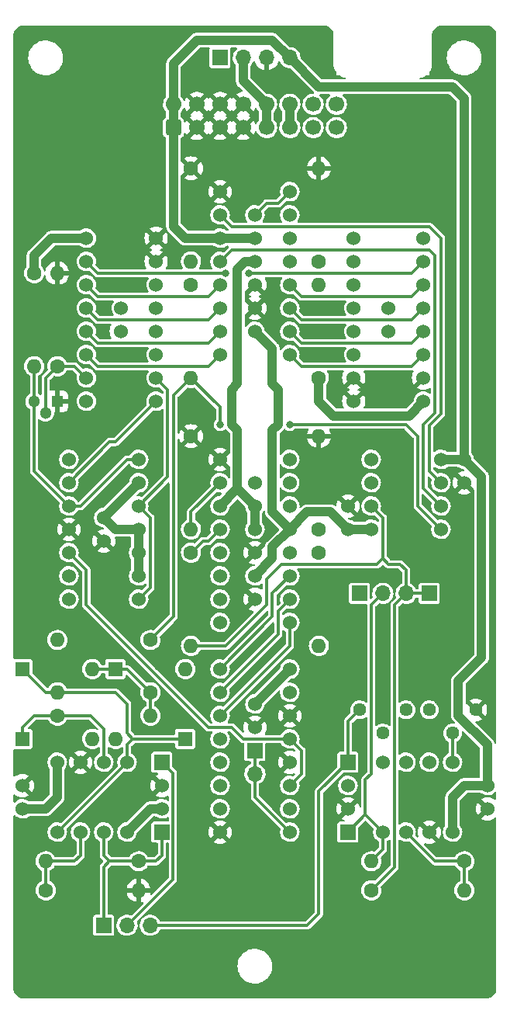
<source format=gtl>
G04 #@! TF.GenerationSoftware,KiCad,Pcbnew,(6.0.0)*
G04 #@! TF.CreationDate,2022-08-08T23:12:55+02:00*
G04 #@! TF.ProjectId,FG-VCO-(core2),46472d56-434f-42d2-9863-6f726532292e,rev?*
G04 #@! TF.SameCoordinates,Original*
G04 #@! TF.FileFunction,Copper,L1,Top*
G04 #@! TF.FilePolarity,Positive*
%FSLAX46Y46*%
G04 Gerber Fmt 4.6, Leading zero omitted, Abs format (unit mm)*
G04 Created by KiCad (PCBNEW (6.0.0)) date 2022-08-08 23:12:55*
%MOMM*%
%LPD*%
G01*
G04 APERTURE LIST*
G04 Aperture macros list*
%AMRoundRect*
0 Rectangle with rounded corners*
0 $1 Rounding radius*
0 $2 $3 $4 $5 $6 $7 $8 $9 X,Y pos of 4 corners*
0 Add a 4 corners polygon primitive as box body*
4,1,4,$2,$3,$4,$5,$6,$7,$8,$9,$2,$3,0*
0 Add four circle primitives for the rounded corners*
1,1,$1+$1,$2,$3*
1,1,$1+$1,$4,$5*
1,1,$1+$1,$6,$7*
1,1,$1+$1,$8,$9*
0 Add four rect primitives between the rounded corners*
20,1,$1+$1,$2,$3,$4,$5,0*
20,1,$1+$1,$4,$5,$6,$7,0*
20,1,$1+$1,$6,$7,$8,$9,0*
20,1,$1+$1,$8,$9,$2,$3,0*%
G04 Aperture macros list end*
G04 #@! TA.AperFunction,ComponentPad*
%ADD10C,1.600000*%
G04 #@! TD*
G04 #@! TA.AperFunction,ComponentPad*
%ADD11O,1.600000X1.600000*%
G04 #@! TD*
G04 #@! TA.AperFunction,ComponentPad*
%ADD12C,1.524000*%
G04 #@! TD*
G04 #@! TA.AperFunction,ComponentPad*
%ADD13R,1.600000X1.600000*%
G04 #@! TD*
G04 #@! TA.AperFunction,ComponentPad*
%ADD14R,1.300000X1.300000*%
G04 #@! TD*
G04 #@! TA.AperFunction,ComponentPad*
%ADD15C,1.300000*%
G04 #@! TD*
G04 #@! TA.AperFunction,ComponentPad*
%ADD16R,1.700000X1.700000*%
G04 #@! TD*
G04 #@! TA.AperFunction,ComponentPad*
%ADD17C,1.440000*%
G04 #@! TD*
G04 #@! TA.AperFunction,ComponentPad*
%ADD18RoundRect,0.250000X0.600000X-0.600000X0.600000X0.600000X-0.600000X0.600000X-0.600000X-0.600000X0*%
G04 #@! TD*
G04 #@! TA.AperFunction,ComponentPad*
%ADD19C,1.700000*%
G04 #@! TD*
G04 #@! TA.AperFunction,ComponentPad*
%ADD20O,1.700000X1.700000*%
G04 #@! TD*
G04 #@! TA.AperFunction,ViaPad*
%ADD21C,0.800000*%
G04 #@! TD*
G04 #@! TA.AperFunction,Conductor*
%ADD22C,1.000000*%
G04 #@! TD*
G04 #@! TA.AperFunction,Conductor*
%ADD23C,0.300000*%
G04 #@! TD*
G04 APERTURE END LIST*
D10*
X13970000Y-91440000D03*
D11*
X3810000Y-91440000D03*
D10*
X2540000Y-27305000D03*
D11*
X2540000Y-37465000D03*
D12*
X12065000Y-31115000D03*
X12065000Y-33655000D03*
D10*
X33655000Y-26035000D03*
D11*
X33655000Y-15875000D03*
D10*
X3810000Y-94615000D03*
D11*
X13970000Y-94615000D03*
D13*
X1270000Y-70485000D03*
D11*
X8890000Y-70485000D03*
D12*
X12700000Y-80645000D03*
X10160000Y-80645000D03*
X7620000Y-80645000D03*
X5080000Y-80645000D03*
X5080000Y-88265000D03*
X7620000Y-88265000D03*
X10160000Y-88265000D03*
X12700000Y-88265000D03*
X41275000Y-33655000D03*
X41275000Y-31115000D03*
X26670000Y-52705000D03*
X26670000Y-50165000D03*
X40640000Y-88265000D03*
X43180000Y-88265000D03*
X45720000Y-88265000D03*
X48260000Y-88265000D03*
X48260000Y-80645000D03*
X45720000Y-80645000D03*
X43180000Y-80645000D03*
X40640000Y-80645000D03*
D10*
X19685000Y-45085000D03*
D11*
X19685000Y-55245000D03*
D14*
X5080000Y-41275000D03*
D15*
X3810000Y-42545000D03*
X2540000Y-41275000D03*
D12*
X26670000Y-76835000D03*
X26670000Y-74295000D03*
X22860000Y-70485000D03*
X22860000Y-73025000D03*
X22860000Y-75565000D03*
X22860000Y-78105000D03*
X22860000Y-80645000D03*
X22860000Y-83185000D03*
X22860000Y-85725000D03*
X22860000Y-88265000D03*
X30480000Y-88265000D03*
X30480000Y-85725000D03*
X30480000Y-83185000D03*
X30480000Y-80645000D03*
X30480000Y-78105000D03*
X30480000Y-75565000D03*
X30480000Y-73025000D03*
X30480000Y-70485000D03*
X10160000Y-53975000D03*
X10160000Y-56515000D03*
D10*
X19685000Y-28575000D03*
D11*
X19685000Y-38735000D03*
D12*
X22860000Y-47625000D03*
X22860000Y-50165000D03*
X22860000Y-52705000D03*
X22860000Y-55245000D03*
X22860000Y-57785000D03*
X22860000Y-60325000D03*
X22860000Y-62865000D03*
X22860000Y-65405000D03*
X30480000Y-65405000D03*
X30480000Y-62865000D03*
X30480000Y-60325000D03*
X30480000Y-57785000D03*
X30480000Y-55245000D03*
X30480000Y-52705000D03*
X30480000Y-50165000D03*
X30480000Y-47625000D03*
D10*
X5080000Y-37465000D03*
D11*
X5080000Y-27305000D03*
D10*
X15240000Y-73025000D03*
D11*
X5080000Y-73025000D03*
D16*
X36830000Y-80645000D03*
D12*
X52070000Y-85725000D03*
X52070000Y-83185000D03*
D10*
X15240000Y-67310000D03*
D11*
X5080000Y-67310000D03*
D17*
X45720000Y-74930000D03*
X48260000Y-77470000D03*
X50800000Y-74930000D03*
D16*
X16510000Y-88265000D03*
D12*
X26670000Y-26035000D03*
X26670000Y-28575000D03*
X16510000Y-85725000D03*
X16510000Y-83185000D03*
X1270000Y-83185000D03*
X1270000Y-85725000D03*
D10*
X5080000Y-75565000D03*
D11*
X15240000Y-75565000D03*
D10*
X33655000Y-57785000D03*
D11*
X33655000Y-67945000D03*
D10*
X33655000Y-55245000D03*
D11*
X33655000Y-45085000D03*
D10*
X19685000Y-15875000D03*
D11*
X19685000Y-26035000D03*
D10*
X39370000Y-94615000D03*
D11*
X49530000Y-94615000D03*
D16*
X16510000Y-80645000D03*
D18*
X17780000Y-11430000D03*
D19*
X17780000Y-8890000D03*
X20320000Y-11430000D03*
X20320000Y-8890000D03*
X22860000Y-11430000D03*
X22860000Y-8890000D03*
X25400000Y-11430000D03*
X25400000Y-8890000D03*
X27940000Y-11430000D03*
X27940000Y-8890000D03*
X30480000Y-11430000D03*
X30480000Y-8890000D03*
X33020000Y-11430000D03*
X33020000Y-8890000D03*
X35560000Y-11430000D03*
X35560000Y-8890000D03*
D12*
X26670000Y-62865000D03*
X26670000Y-60325000D03*
D17*
X38100000Y-74930000D03*
X40640000Y-77470000D03*
X43180000Y-74930000D03*
D16*
X45720000Y-62230000D03*
D13*
X1270000Y-78105000D03*
D11*
X8890000Y-78105000D03*
D10*
X19685000Y-57785000D03*
D11*
X19685000Y-67945000D03*
D12*
X15875000Y-41275000D03*
X15875000Y-38735000D03*
X15875000Y-36195000D03*
X15875000Y-33655000D03*
X15875000Y-31115000D03*
X15875000Y-28575000D03*
X15875000Y-26035000D03*
X15875000Y-23495000D03*
X8255000Y-23495000D03*
X8255000Y-26035000D03*
X8255000Y-28575000D03*
X8255000Y-31115000D03*
X8255000Y-33655000D03*
X8255000Y-36195000D03*
X8255000Y-38735000D03*
X8255000Y-41275000D03*
D10*
X33655000Y-38735000D03*
D11*
X33655000Y-28575000D03*
D12*
X22860000Y-18415000D03*
X22860000Y-20955000D03*
X22860000Y-23495000D03*
X22860000Y-26035000D03*
X22860000Y-28575000D03*
X22860000Y-31115000D03*
X22860000Y-33655000D03*
X22860000Y-36195000D03*
X30480000Y-36195000D03*
X30480000Y-33655000D03*
X30480000Y-31115000D03*
X30480000Y-28575000D03*
X30480000Y-26035000D03*
X30480000Y-23495000D03*
X30480000Y-20955000D03*
X30480000Y-18415000D03*
X26670000Y-55245000D03*
X26670000Y-57785000D03*
X13970000Y-62865000D03*
X13970000Y-60325000D03*
X13970000Y-57785000D03*
X13970000Y-55245000D03*
X13970000Y-52705000D03*
X13970000Y-50165000D03*
X13970000Y-47625000D03*
X6350000Y-47625000D03*
X6350000Y-50165000D03*
X6350000Y-52705000D03*
X6350000Y-55245000D03*
X6350000Y-57785000D03*
X6350000Y-60325000D03*
X6350000Y-62865000D03*
D13*
X11430000Y-70485000D03*
D11*
X19050000Y-70485000D03*
D12*
X49530000Y-50165000D03*
X49530000Y-47625000D03*
X26670000Y-31115000D03*
X26670000Y-33655000D03*
D16*
X36830000Y-88265000D03*
D12*
X36830000Y-83185000D03*
X36830000Y-85725000D03*
D13*
X19050000Y-78105000D03*
D11*
X11430000Y-78105000D03*
D12*
X37465000Y-23495000D03*
X37465000Y-26035000D03*
X37465000Y-28575000D03*
X37465000Y-31115000D03*
X37465000Y-33655000D03*
X37465000Y-36195000D03*
X37465000Y-38735000D03*
X37465000Y-41275000D03*
X45085000Y-41275000D03*
X45085000Y-38735000D03*
X45085000Y-36195000D03*
X45085000Y-33655000D03*
X45085000Y-31115000D03*
X45085000Y-28575000D03*
X45085000Y-26035000D03*
X45085000Y-23495000D03*
X46990000Y-55245000D03*
X46990000Y-52705000D03*
X46990000Y-50165000D03*
X46990000Y-47625000D03*
X39370000Y-47625000D03*
X39370000Y-50165000D03*
X39370000Y-52705000D03*
X39370000Y-55245000D03*
X26670000Y-23495000D03*
X26670000Y-20955000D03*
X36830000Y-55245000D03*
X36830000Y-52705000D03*
D10*
X49530000Y-91440000D03*
D11*
X39370000Y-91440000D03*
D16*
X10160000Y-98425000D03*
D20*
X12700000Y-98425000D03*
X15240000Y-98425000D03*
D16*
X26670000Y-79370000D03*
D20*
X26670000Y-81910000D03*
D16*
X22860000Y-3810000D03*
D20*
X25400000Y-3810000D03*
X27940000Y-3810000D03*
X30480000Y-3810000D03*
D16*
X38100000Y-62230000D03*
D20*
X40640000Y-62230000D03*
X43180000Y-62230000D03*
D21*
X23495000Y-27305000D03*
X26035000Y-27305000D03*
X30480000Y-43815000D03*
X22860000Y-43815000D03*
D22*
X2540000Y-25400000D02*
X4445000Y-23495000D01*
X35242500Y-42862500D02*
X43497500Y-42862500D01*
X43497500Y-42862500D02*
X45085000Y-41275000D01*
X33655000Y-41275000D02*
X35242500Y-42862500D01*
X33655000Y-38735000D02*
X33655000Y-41275000D01*
X26670000Y-74295000D02*
X30480000Y-70485000D01*
X30480000Y-8890000D02*
X30480000Y-11430000D01*
X13970000Y-50165000D02*
X10160000Y-53975000D01*
X10160000Y-53975000D02*
X11430000Y-55245000D01*
X13970000Y-60325000D02*
X13970000Y-55245000D01*
X2540000Y-27305000D02*
X2540000Y-25400000D01*
X11430000Y-55245000D02*
X13970000Y-55245000D01*
X4445000Y-23495000D02*
X8255000Y-23495000D01*
X28575000Y-39370000D02*
X28575000Y-36195000D01*
X28575000Y-53340000D02*
X28575000Y-44450000D01*
X39370000Y-55245000D02*
X36830000Y-55245000D01*
X12700000Y-88265000D02*
X15240000Y-85725000D01*
X28575000Y-58420000D02*
X26670000Y-60325000D01*
X32385000Y-53340000D02*
X34925000Y-53340000D01*
X30480000Y-55245000D02*
X32385000Y-53340000D01*
X30480000Y-55245000D02*
X28575000Y-57150000D01*
X26670000Y-33655000D02*
X28575000Y-35560000D01*
X28575000Y-57150000D02*
X28575000Y-58420000D01*
X25400000Y-3810000D02*
X25400000Y-6350000D01*
X15240000Y-85725000D02*
X16510000Y-85725000D01*
X29210000Y-40005000D02*
X28575000Y-39370000D01*
X29210000Y-43815000D02*
X29210000Y-40005000D01*
X25400000Y-6350000D02*
X27940000Y-8890000D01*
X30480000Y-55245000D02*
X28575000Y-53340000D01*
X34925000Y-53340000D02*
X36830000Y-55245000D01*
X27940000Y-8890000D02*
X27940000Y-11430000D01*
X28575000Y-44450000D02*
X29210000Y-43815000D01*
X28575000Y-35560000D02*
X28575000Y-36195000D01*
D23*
X15240000Y-53975000D02*
X15240000Y-61595000D01*
X17145000Y-49530000D02*
X13970000Y-52705000D01*
X13970000Y-52705000D02*
X15240000Y-53975000D01*
X17145000Y-40005000D02*
X17145000Y-49530000D01*
X15240000Y-61595000D02*
X13970000Y-62865000D01*
X15875000Y-38735000D02*
X17145000Y-40005000D01*
D22*
X26670000Y-55245000D02*
X26670000Y-52705000D01*
X30480000Y-3810000D02*
X33655000Y-6985000D01*
X28575000Y-1905000D02*
X30480000Y-3810000D01*
X24765000Y-39370000D02*
X24765000Y-26862370D01*
X24765000Y-50800000D02*
X26670000Y-52705000D01*
X19050000Y-23495000D02*
X17780000Y-22225000D01*
X24765000Y-44450000D02*
X24130000Y-43815000D01*
X48260000Y-84455000D02*
X48260000Y-88265000D01*
X49530000Y-83185000D02*
X48260000Y-84455000D01*
X17780000Y-4445000D02*
X17780000Y-8890000D01*
X22860000Y-23495000D02*
X26670000Y-23495000D01*
X28226341Y-1905000D02*
X28575000Y-1905000D01*
X48895000Y-75565000D02*
X48895000Y-71755000D01*
X17780000Y-8890000D02*
X17780000Y-11430000D01*
X22860000Y-23495000D02*
X19050000Y-23495000D01*
X20320000Y-1905000D02*
X17780000Y-4445000D01*
X24765000Y-50800000D02*
X22860000Y-52705000D01*
X48260000Y-6985000D02*
X33655000Y-6985000D01*
X52070000Y-78740000D02*
X48895000Y-75565000D01*
X25592370Y-26035000D02*
X26670000Y-26035000D01*
X24765000Y-26862370D02*
X25592370Y-26035000D01*
X48895000Y-71755000D02*
X51435000Y-69215000D01*
X49530000Y-8255000D02*
X48260000Y-6985000D01*
X24130000Y-43815000D02*
X24130000Y-40005000D01*
X17780000Y-22225000D02*
X17780000Y-11430000D01*
X52070000Y-83185000D02*
X52070000Y-78740000D01*
X5080000Y-84455000D02*
X5080000Y-80645000D01*
X46990000Y-47625000D02*
X49530000Y-47625000D01*
X28226341Y-1905000D02*
X20320000Y-1905000D01*
X1270000Y-85725000D02*
X3810000Y-85725000D01*
X24130000Y-40005000D02*
X24765000Y-39370000D01*
X3810000Y-85725000D02*
X5080000Y-84455000D01*
X51435000Y-69215000D02*
X51435000Y-49530000D01*
X52070000Y-83185000D02*
X49530000Y-83185000D01*
X51435000Y-49530000D02*
X49530000Y-47625000D01*
X24765000Y-50800000D02*
X24765000Y-44450000D01*
X49530000Y-47625000D02*
X49530000Y-8255000D01*
D23*
X7620000Y-52705000D02*
X12700000Y-47625000D01*
X2540000Y-41275000D02*
X2540000Y-37465000D01*
X12700000Y-47625000D02*
X13970000Y-47625000D01*
X6350000Y-52705000D02*
X7620000Y-52705000D01*
X6350000Y-52705000D02*
X2540000Y-48895000D01*
X2540000Y-48895000D02*
X2540000Y-41275000D01*
X26670000Y-20955000D02*
X27940000Y-19685000D01*
X29210000Y-19685000D02*
X30480000Y-18415000D01*
X27940000Y-19685000D02*
X29210000Y-19685000D01*
X13335000Y-78105000D02*
X12700000Y-77470000D01*
X5080000Y-73025000D02*
X3810000Y-73025000D01*
X5080000Y-88265000D02*
X12700000Y-80645000D01*
X13335000Y-78105000D02*
X19050000Y-78105000D01*
X12700000Y-80645000D02*
X12700000Y-78740000D01*
X11430000Y-73025000D02*
X5080000Y-73025000D01*
X3810000Y-73025000D02*
X1270000Y-70485000D01*
X12700000Y-77470000D02*
X12700000Y-74295000D01*
X12700000Y-78740000D02*
X13335000Y-78105000D01*
X12700000Y-74295000D02*
X11430000Y-73025000D01*
X11430000Y-45720000D02*
X10795000Y-45720000D01*
X10795000Y-45720000D02*
X6350000Y-50165000D01*
X15875000Y-41275000D02*
X11430000Y-45720000D01*
X31750000Y-81915000D02*
X31750000Y-79375000D01*
X6350000Y-57785000D02*
X8255000Y-59690000D01*
X21590001Y-76835000D02*
X24130000Y-76835000D01*
X8255000Y-59690000D02*
X8255000Y-63499999D01*
X24130000Y-76835000D02*
X25400000Y-78105000D01*
X25400000Y-78105000D02*
X30480000Y-78105000D01*
X30480000Y-83185000D02*
X31750000Y-81915000D01*
X31750000Y-79375000D02*
X30480000Y-78105000D01*
X8255000Y-63499999D02*
X21590001Y-76835000D01*
X1270000Y-76835000D02*
X2540000Y-75565000D01*
X2540000Y-75565000D02*
X5080000Y-75565000D01*
X5080000Y-75565000D02*
X8750327Y-75565000D01*
X10160000Y-76974673D02*
X10160000Y-80645000D01*
X8750327Y-75565000D02*
X10160000Y-76974673D01*
X1270000Y-78105000D02*
X1270000Y-76835000D01*
X11430000Y-70485000D02*
X12700000Y-70485000D01*
X8890000Y-70485000D02*
X11430000Y-70485000D01*
X12700000Y-70485000D02*
X15240000Y-73025000D01*
X15240000Y-73025000D02*
X15240000Y-75565000D01*
X19685000Y-55245000D02*
X19685000Y-53340000D01*
X19685000Y-53340000D02*
X22860000Y-50165000D01*
X45720000Y-22225000D02*
X24130000Y-22225000D01*
X46990000Y-50165000D02*
X45720000Y-48895000D01*
X45720000Y-43886428D02*
X46990000Y-42616428D01*
X24130000Y-22225000D02*
X22860000Y-20955000D01*
X46990000Y-42616428D02*
X46990000Y-23495000D01*
X46990000Y-23495000D02*
X45720000Y-22225000D01*
X45720000Y-48895000D02*
X45720000Y-43886428D01*
X7620000Y-90805000D02*
X7620000Y-88265000D01*
X3810000Y-91440000D02*
X6985000Y-91440000D01*
X6985000Y-91440000D02*
X7620000Y-90805000D01*
X3810000Y-91440000D02*
X3810000Y-94615000D01*
X6985000Y-37465000D02*
X8255000Y-38735000D01*
X3810000Y-38735000D02*
X5080000Y-37465000D01*
X5080000Y-37465000D02*
X6985000Y-37465000D01*
X3810000Y-42545000D02*
X3810000Y-38735000D01*
X46355000Y-91440000D02*
X49530000Y-91440000D01*
X43180000Y-88265000D02*
X46355000Y-91440000D01*
X49530000Y-91440000D02*
X49530000Y-94615000D01*
X21590000Y-56515000D02*
X22860000Y-55245000D01*
X19746250Y-57785000D02*
X21016250Y-56515000D01*
X21016250Y-56515000D02*
X21590000Y-56515000D01*
X45085000Y-43815000D02*
X46355000Y-42545000D01*
X45085000Y-50800000D02*
X45085000Y-43815000D01*
X45085000Y-50800000D02*
X46990000Y-52705000D01*
X45720000Y-24765000D02*
X46355000Y-25400000D01*
X24130000Y-24765000D02*
X45720000Y-24765000D01*
X46355000Y-25400000D02*
X46355000Y-42545000D01*
X22860000Y-26035000D02*
X24130000Y-24765000D01*
X48260000Y-80645000D02*
X48260000Y-77470000D01*
X28575000Y-64770000D02*
X28575000Y-62230000D01*
X22860000Y-70485000D02*
X28575000Y-64770000D01*
X28575000Y-62230000D02*
X30480000Y-60325000D01*
X22860000Y-73025000D02*
X29210000Y-66675000D01*
X29210000Y-66675000D02*
X29210000Y-64135000D01*
X29210000Y-64135000D02*
X30480000Y-62865000D01*
X30480000Y-65405000D02*
X30480000Y-67945000D01*
X30480000Y-67945000D02*
X22860000Y-75565000D01*
X8255000Y-36195000D02*
X9525000Y-37465000D01*
X9525000Y-37465000D02*
X21590000Y-37465000D01*
X21590000Y-37465000D02*
X22860000Y-36195000D01*
X22860000Y-33655000D02*
X21590000Y-34925000D01*
X21590000Y-34925000D02*
X9525000Y-34925000D01*
X9525000Y-34925000D02*
X8255000Y-33655000D01*
X21590000Y-32385000D02*
X9525000Y-32385000D01*
X9525000Y-32385000D02*
X8255000Y-31115000D01*
X22860000Y-31115000D02*
X21590000Y-32385000D01*
X9525000Y-29845000D02*
X8255000Y-28575000D01*
X21590000Y-29845000D02*
X9525000Y-29845000D01*
X22860000Y-28575000D02*
X21590000Y-29845000D01*
X30480000Y-28575000D02*
X31750000Y-29845000D01*
X31750000Y-29845000D02*
X43815000Y-29845000D01*
X43815000Y-29845000D02*
X45085000Y-28575000D01*
X30480000Y-31115000D02*
X31750000Y-32385000D01*
X31750000Y-32385000D02*
X43815000Y-32385000D01*
X43815000Y-32385000D02*
X45085000Y-31115000D01*
X30480000Y-33655000D02*
X31750000Y-34925000D01*
X31750000Y-34925000D02*
X43815000Y-34925000D01*
X43815000Y-34925000D02*
X45085000Y-33655000D01*
X30480000Y-36195000D02*
X31750000Y-37465000D01*
X43815000Y-37465000D02*
X45085000Y-36195000D01*
X31750000Y-37465000D02*
X43815000Y-37465000D01*
X43815000Y-27305000D02*
X26035000Y-27305000D01*
X23495000Y-27305000D02*
X9525000Y-27305000D01*
X45085000Y-26035000D02*
X43815000Y-27305000D01*
X9525000Y-27305000D02*
X8255000Y-26035000D01*
X41910000Y-92075000D02*
X41910000Y-63500000D01*
X40640000Y-53975000D02*
X39370000Y-52705000D01*
X19685000Y-67945000D02*
X23495000Y-67945000D01*
X29527500Y-59055000D02*
X40005000Y-59055000D01*
X23495000Y-67945000D02*
X27940000Y-63500000D01*
X27940000Y-60642500D02*
X29527500Y-59055000D01*
X41910000Y-63500000D02*
X43180000Y-62230000D01*
X41275000Y-59055000D02*
X42545000Y-59055000D01*
X42545000Y-59055000D02*
X43180000Y-59690000D01*
X40640000Y-57785000D02*
X40640000Y-53975000D01*
X39370000Y-94615000D02*
X41910000Y-92075000D01*
X43180000Y-59690000D02*
X43180000Y-62230000D01*
X27940000Y-63500000D02*
X27940000Y-60642500D01*
X40640000Y-58420000D02*
X41275000Y-59055000D01*
X43180000Y-62230000D02*
X45720000Y-62230000D01*
X40640000Y-58420000D02*
X40640000Y-57785000D01*
X40005000Y-59055000D02*
X40640000Y-58420000D01*
X22860000Y-41910000D02*
X19685000Y-38735000D01*
X17780000Y-64770000D02*
X17780000Y-40640000D01*
X43180000Y-43815000D02*
X44450000Y-45085000D01*
X30480000Y-43815000D02*
X43180000Y-43815000D01*
X17709511Y-81844511D02*
X16510000Y-80645000D01*
X44450000Y-45085000D02*
X44450000Y-52705000D01*
X22860000Y-43815000D02*
X22860000Y-41910000D01*
X17709511Y-93415489D02*
X17709511Y-81844511D01*
X44450000Y-52705000D02*
X46990000Y-55245000D01*
X17780000Y-40640000D02*
X19685000Y-38735000D01*
X12700000Y-98425000D02*
X17709511Y-93415489D01*
X15240000Y-67310000D02*
X17780000Y-64770000D01*
X16510000Y-90805000D02*
X16510000Y-88265000D01*
X15875000Y-91440000D02*
X16510000Y-90805000D01*
X10160000Y-90805000D02*
X10795000Y-91440000D01*
X10795000Y-91440000D02*
X13970000Y-91440000D01*
X10795000Y-91440000D02*
X10160000Y-92075000D01*
X10160000Y-92075000D02*
X10160000Y-98425000D01*
X13970000Y-91440000D02*
X15875000Y-91440000D01*
X10160000Y-88265000D02*
X10160000Y-90805000D01*
X36830000Y-80645000D02*
X36830000Y-76200000D01*
X36830000Y-76200000D02*
X38100000Y-74930000D01*
X33655000Y-83820000D02*
X36830000Y-80645000D01*
X33655000Y-97155000D02*
X33655000Y-83820000D01*
X32385000Y-98425000D02*
X33655000Y-97155000D01*
X15240000Y-98425000D02*
X32385000Y-98425000D01*
X39370000Y-81915000D02*
X39370000Y-63500000D01*
X38735000Y-86360000D02*
X38735000Y-82550000D01*
X40640000Y-90170000D02*
X40640000Y-88265000D01*
X40640000Y-88265000D02*
X38735000Y-86360000D01*
X39370000Y-63500000D02*
X40640000Y-62230000D01*
X39370000Y-91440000D02*
X40640000Y-90170000D01*
X36830000Y-88265000D02*
X38735000Y-86360000D01*
X38735000Y-82550000D02*
X39370000Y-81915000D01*
X26670000Y-84455000D02*
X26670000Y-79375000D01*
X30480000Y-88265000D02*
X26670000Y-84455000D01*
G04 #@! TA.AperFunction,Conductor*
G36*
X34272283Y-301504D02*
G01*
X34281470Y-303124D01*
X34290000Y-304628D01*
X34298530Y-303124D01*
X34307190Y-303124D01*
X34307190Y-303253D01*
X34320526Y-302671D01*
X34449807Y-313981D01*
X34466803Y-316977D01*
X34613402Y-356258D01*
X34629607Y-362157D01*
X34656040Y-374483D01*
X34684201Y-394201D01*
X35165799Y-875799D01*
X35185517Y-903960D01*
X35197843Y-930393D01*
X35203743Y-946602D01*
X35243023Y-1093198D01*
X35246019Y-1110193D01*
X35257329Y-1239474D01*
X35256747Y-1252810D01*
X35256876Y-1252810D01*
X35256876Y-1261470D01*
X35255372Y-1270000D01*
X35256876Y-1278530D01*
X35258496Y-1287717D01*
X35260000Y-1304908D01*
X35260000Y-4410092D01*
X35258496Y-4427282D01*
X35255372Y-4445000D01*
X35256412Y-4450897D01*
X35272011Y-4669005D01*
X35319748Y-4888450D01*
X35320984Y-4891763D01*
X35320984Y-4891764D01*
X35326096Y-4905470D01*
X35398230Y-5098867D01*
X35399923Y-5101967D01*
X35399925Y-5101972D01*
X35415997Y-5131405D01*
X35505858Y-5295974D01*
X35507970Y-5298796D01*
X35507975Y-5298803D01*
X35540254Y-5341922D01*
X35560000Y-5401250D01*
X35560000Y-5715000D01*
X35873750Y-5715000D01*
X35933078Y-5734746D01*
X35976197Y-5767025D01*
X35976204Y-5767030D01*
X35979026Y-5769142D01*
X36077579Y-5822956D01*
X36173028Y-5875075D01*
X36173033Y-5875077D01*
X36176133Y-5876770D01*
X36386550Y-5955252D01*
X36488428Y-5977414D01*
X36540594Y-5988762D01*
X36593436Y-6019607D01*
X36618056Y-6075620D01*
X36605050Y-6135407D01*
X36559386Y-6176132D01*
X36519550Y-6184500D01*
X34027586Y-6184500D01*
X33969395Y-6165593D01*
X33957582Y-6155504D01*
X31663098Y-3861020D01*
X31635321Y-3806503D01*
X31634517Y-3800075D01*
X31616496Y-3603960D01*
X31616081Y-3599440D01*
X31584857Y-3488728D01*
X31559920Y-3400306D01*
X31559920Y-3400305D01*
X31558686Y-3395931D01*
X31465165Y-3206290D01*
X31338651Y-3036867D01*
X31183381Y-2893337D01*
X31176752Y-2889154D01*
X31008391Y-2782926D01*
X31004554Y-2780505D01*
X30808160Y-2702152D01*
X30600775Y-2660901D01*
X30501398Y-2659600D01*
X30443460Y-2639932D01*
X30432690Y-2630612D01*
X29147366Y-1345288D01*
X29146637Y-1344551D01*
X29088012Y-1284685D01*
X29084141Y-1280732D01*
X29046967Y-1256775D01*
X29038832Y-1250929D01*
X29008593Y-1226790D01*
X29008592Y-1226789D01*
X29004266Y-1223336D01*
X28999289Y-1220930D01*
X28999281Y-1220925D01*
X28972952Y-1208197D01*
X28962411Y-1202282D01*
X28937834Y-1186443D01*
X28937832Y-1186442D01*
X28933183Y-1183446D01*
X28891604Y-1168312D01*
X28882397Y-1164422D01*
X28847566Y-1147584D01*
X28847564Y-1147583D01*
X28842578Y-1145173D01*
X28808687Y-1137349D01*
X28797102Y-1133916D01*
X28769631Y-1123917D01*
X28769624Y-1123915D01*
X28764422Y-1122022D01*
X28731559Y-1117870D01*
X28720546Y-1116479D01*
X28710685Y-1114723D01*
X28691062Y-1110193D01*
X28667589Y-1104774D01*
X28627508Y-1104634D01*
X28626519Y-1104601D01*
X28625717Y-1104500D01*
X28589168Y-1104500D01*
X28588822Y-1104499D01*
X28587509Y-1104494D01*
X28488000Y-1104147D01*
X28486841Y-1104406D01*
X28485106Y-1104500D01*
X20328991Y-1104500D01*
X20327954Y-1104495D01*
X20321587Y-1104428D01*
X20238593Y-1103559D01*
X20195359Y-1112907D01*
X20185484Y-1114523D01*
X20173987Y-1115813D01*
X20147025Y-1118837D01*
X20147021Y-1118838D01*
X20141528Y-1119454D01*
X20136308Y-1121272D01*
X20136303Y-1121273D01*
X20108683Y-1130892D01*
X20097043Y-1134163D01*
X20063058Y-1141511D01*
X20022968Y-1160205D01*
X20013700Y-1163968D01*
X20006131Y-1166604D01*
X19971927Y-1178515D01*
X19967236Y-1181446D01*
X19967228Y-1181450D01*
X19942430Y-1196946D01*
X19931819Y-1202708D01*
X19900292Y-1217410D01*
X19865338Y-1244523D01*
X19857135Y-1250245D01*
X19824324Y-1270747D01*
X19824319Y-1270751D01*
X19819625Y-1273684D01*
X19791172Y-1301939D01*
X19790463Y-1302602D01*
X19789823Y-1303099D01*
X19763963Y-1328959D01*
X19763718Y-1329202D01*
X19694601Y-1397838D01*
X19694595Y-1397845D01*
X19692193Y-1400230D01*
X19691558Y-1401231D01*
X19690398Y-1402524D01*
X17220288Y-3872634D01*
X17219551Y-3873363D01*
X17155732Y-3935859D01*
X17152734Y-3940511D01*
X17131775Y-3973033D01*
X17125929Y-3981168D01*
X17101790Y-4011407D01*
X17098336Y-4015734D01*
X17095930Y-4020711D01*
X17095925Y-4020719D01*
X17083197Y-4047048D01*
X17077282Y-4057589D01*
X17058446Y-4086817D01*
X17043312Y-4128396D01*
X17039423Y-4137601D01*
X17020173Y-4177422D01*
X17015956Y-4195690D01*
X17012350Y-4211308D01*
X17008916Y-4222898D01*
X16998917Y-4250369D01*
X16998915Y-4250376D01*
X16997022Y-4255578D01*
X16993442Y-4283916D01*
X16991479Y-4299454D01*
X16989724Y-4309311D01*
X16979774Y-4352411D01*
X16979635Y-4392211D01*
X16979634Y-4392481D01*
X16979601Y-4393481D01*
X16979500Y-4394283D01*
X16979500Y-4430892D01*
X16979147Y-4532000D01*
X16979406Y-4533159D01*
X16979500Y-4534894D01*
X16979500Y-8016808D01*
X16960593Y-8074999D01*
X16948403Y-8088360D01*
X16948416Y-8088372D01*
X16947809Y-8089011D01*
X16945780Y-8091236D01*
X16941881Y-8094655D01*
X16939073Y-8098217D01*
X16830664Y-8235734D01*
X16810976Y-8260708D01*
X16808862Y-8264726D01*
X16725383Y-8423394D01*
X16712523Y-8447836D01*
X16690207Y-8519704D01*
X16669443Y-8586578D01*
X16649820Y-8649773D01*
X16624967Y-8859754D01*
X16638796Y-9070749D01*
X16639912Y-9075142D01*
X16639912Y-9075144D01*
X16662487Y-9164032D01*
X16690845Y-9275690D01*
X16692747Y-9279815D01*
X16692747Y-9279816D01*
X16731518Y-9363916D01*
X16779369Y-9467714D01*
X16901405Y-9640391D01*
X16904653Y-9643555D01*
X16949581Y-9687322D01*
X16978070Y-9741470D01*
X16979500Y-9758236D01*
X16979500Y-10249988D01*
X16960593Y-10308179D01*
X16916943Y-10342036D01*
X16913495Y-10343401D01*
X16913493Y-10343402D01*
X16907217Y-10345887D01*
X16901842Y-10349967D01*
X16901840Y-10349968D01*
X16837477Y-10398823D01*
X16787078Y-10437078D01*
X16695887Y-10557217D01*
X16640364Y-10697453D01*
X16629500Y-10787228D01*
X16629500Y-12072772D01*
X16640364Y-12162547D01*
X16695887Y-12302783D01*
X16699967Y-12308158D01*
X16699968Y-12308160D01*
X16757866Y-12384437D01*
X16787078Y-12422922D01*
X16792457Y-12427005D01*
X16901840Y-12510032D01*
X16901842Y-12510033D01*
X16907217Y-12514113D01*
X16913493Y-12516598D01*
X16913495Y-12516599D01*
X16916943Y-12517964D01*
X16919133Y-12519776D01*
X16919373Y-12519911D01*
X16919349Y-12519954D01*
X16964088Y-12556964D01*
X16979500Y-12610012D01*
X16979500Y-22216009D01*
X16979495Y-22217046D01*
X16978559Y-22306407D01*
X16987905Y-22349632D01*
X16989523Y-22359516D01*
X16994454Y-22403472D01*
X16996272Y-22408692D01*
X16996273Y-22408697D01*
X17005892Y-22436317D01*
X17009163Y-22447955D01*
X17016511Y-22481942D01*
X17018849Y-22486956D01*
X17018851Y-22486962D01*
X17035201Y-22522024D01*
X17038970Y-22531306D01*
X17053515Y-22573073D01*
X17056446Y-22577763D01*
X17071944Y-22602566D01*
X17077710Y-22613187D01*
X17090070Y-22639693D01*
X17090074Y-22639700D01*
X17092409Y-22644707D01*
X17095796Y-22649073D01*
X17095800Y-22649080D01*
X17119520Y-22679659D01*
X17125251Y-22687873D01*
X17148684Y-22725375D01*
X17176939Y-22753828D01*
X17177602Y-22754537D01*
X17178099Y-22755177D01*
X17203959Y-22781037D01*
X17204202Y-22781282D01*
X17272838Y-22850399D01*
X17272845Y-22850405D01*
X17275230Y-22852807D01*
X17276231Y-22853442D01*
X17277524Y-22854602D01*
X18477634Y-24054712D01*
X18478363Y-24055449D01*
X18540859Y-24119268D01*
X18545511Y-24122266D01*
X18578033Y-24143225D01*
X18586168Y-24149071D01*
X18616407Y-24173210D01*
X18620734Y-24176664D01*
X18625711Y-24179070D01*
X18625719Y-24179075D01*
X18652048Y-24191803D01*
X18662589Y-24197718D01*
X18687166Y-24213557D01*
X18687168Y-24213558D01*
X18691817Y-24216554D01*
X18733396Y-24231688D01*
X18742603Y-24235578D01*
X18777434Y-24252416D01*
X18777436Y-24252417D01*
X18782422Y-24254827D01*
X18816313Y-24262651D01*
X18827898Y-24266084D01*
X18855369Y-24276083D01*
X18855376Y-24276085D01*
X18860578Y-24277978D01*
X18893441Y-24282130D01*
X18904454Y-24283521D01*
X18914315Y-24285277D01*
X18931622Y-24289272D01*
X18957411Y-24295226D01*
X18997492Y-24295366D01*
X18998481Y-24295399D01*
X18999283Y-24295500D01*
X19035832Y-24295500D01*
X19036180Y-24295501D01*
X19137000Y-24295853D01*
X19138159Y-24295594D01*
X19139894Y-24295500D01*
X22124731Y-24295500D01*
X22182922Y-24314407D01*
X22188894Y-24319107D01*
X22250683Y-24371693D01*
X22432571Y-24473346D01*
X22437169Y-24474840D01*
X22626135Y-24536239D01*
X22626137Y-24536240D01*
X22630740Y-24537735D01*
X22837641Y-24562407D01*
X22842463Y-24562036D01*
X22842466Y-24562036D01*
X23040566Y-24546793D01*
X23040571Y-24546792D01*
X23045394Y-24546421D01*
X23246085Y-24490387D01*
X23250398Y-24488208D01*
X23250404Y-24488206D01*
X23427750Y-24398622D01*
X23427752Y-24398620D01*
X23432071Y-24396439D01*
X23463745Y-24371693D01*
X23534405Y-24316487D01*
X23595355Y-24295500D01*
X23721250Y-24295500D01*
X23779441Y-24314407D01*
X23815405Y-24363907D01*
X23815405Y-24425093D01*
X23788451Y-24467198D01*
X23784429Y-24470916D01*
X23774444Y-24480146D01*
X23770922Y-24486210D01*
X23764362Y-24493535D01*
X23265091Y-24992806D01*
X23210574Y-25020583D01*
X23165812Y-25017375D01*
X23079300Y-24990595D01*
X23079296Y-24990594D01*
X23074679Y-24989165D01*
X23069872Y-24988660D01*
X23069868Y-24988659D01*
X22872269Y-24967891D01*
X22872267Y-24967891D01*
X22867453Y-24967385D01*
X22799720Y-24973549D01*
X22664764Y-24985831D01*
X22664761Y-24985832D01*
X22659944Y-24986270D01*
X22655302Y-24987636D01*
X22655298Y-24987637D01*
X22464702Y-25043733D01*
X22464699Y-25043734D01*
X22460055Y-25045101D01*
X22275399Y-25141636D01*
X22271623Y-25144672D01*
X22271620Y-25144674D01*
X22127101Y-25260871D01*
X22113011Y-25272200D01*
X22109902Y-25275905D01*
X22109899Y-25275908D01*
X21982192Y-25428103D01*
X21979075Y-25431818D01*
X21878693Y-25614411D01*
X21815690Y-25813025D01*
X21792463Y-26020093D01*
X21809899Y-26227730D01*
X21811232Y-26232378D01*
X21811232Y-26232379D01*
X21861604Y-26408045D01*
X21867333Y-26428025D01*
X21869548Y-26432335D01*
X21960364Y-26609045D01*
X21960367Y-26609049D01*
X21962577Y-26613350D01*
X22026506Y-26694009D01*
X22047832Y-26751354D01*
X22031378Y-26810286D01*
X21983428Y-26848291D01*
X21948919Y-26854500D01*
X20646008Y-26854500D01*
X20587817Y-26835593D01*
X20551853Y-26786093D01*
X20551853Y-26724907D01*
X20569893Y-26692195D01*
X20571044Y-26690811D01*
X20595837Y-26661001D01*
X20604113Y-26646224D01*
X20639249Y-26583483D01*
X20694664Y-26484531D01*
X20697914Y-26474959D01*
X20758219Y-26297304D01*
X20759678Y-26293007D01*
X20762792Y-26271534D01*
X20788283Y-26095717D01*
X20788700Y-26092842D01*
X20790215Y-26035000D01*
X20789170Y-26023620D01*
X20772123Y-25838109D01*
X20771708Y-25833591D01*
X20716807Y-25638926D01*
X20627351Y-25457527D01*
X20519387Y-25312946D01*
X20509051Y-25299104D01*
X20509050Y-25299103D01*
X20506335Y-25295467D01*
X20357812Y-25158174D01*
X20335125Y-25143859D01*
X20190594Y-25052667D01*
X20186757Y-25050246D01*
X19998898Y-24975298D01*
X19800526Y-24935839D01*
X19700930Y-24934535D01*
X19602826Y-24933251D01*
X19602821Y-24933251D01*
X19598286Y-24933192D01*
X19593813Y-24933961D01*
X19593808Y-24933961D01*
X19495245Y-24950898D01*
X19398949Y-24967444D01*
X19209193Y-25037449D01*
X19205290Y-25039771D01*
X19196331Y-25045101D01*
X19035371Y-25140862D01*
X19031956Y-25143857D01*
X19031953Y-25143859D01*
X19015630Y-25158174D01*
X18883305Y-25274220D01*
X18880497Y-25277782D01*
X18778172Y-25407582D01*
X18758089Y-25433057D01*
X18663914Y-25612053D01*
X18662569Y-25616384D01*
X18662568Y-25616387D01*
X18614068Y-25772586D01*
X18603937Y-25805213D01*
X18580164Y-26006069D01*
X18581399Y-26024913D01*
X18590652Y-26166082D01*
X18593392Y-26207894D01*
X18594508Y-26212287D01*
X18594508Y-26212289D01*
X18639743Y-26390403D01*
X18643178Y-26403928D01*
X18727856Y-26587607D01*
X18730476Y-26591314D01*
X18730477Y-26591316D01*
X18806130Y-26698363D01*
X18824274Y-26756796D01*
X18804606Y-26814734D01*
X18754639Y-26850047D01*
X18725282Y-26854500D01*
X17041740Y-26854500D01*
X16983549Y-26835593D01*
X16947585Y-26786093D01*
X16947585Y-26724907D01*
X16960644Y-26698716D01*
X16976571Y-26675970D01*
X16980883Y-26668500D01*
X17071140Y-26474944D01*
X17074086Y-26466852D01*
X17129364Y-26260553D01*
X17130860Y-26252065D01*
X17149474Y-26039309D01*
X17149474Y-26030691D01*
X17130860Y-25817935D01*
X17129364Y-25809447D01*
X17074086Y-25603148D01*
X17071140Y-25595056D01*
X16980882Y-25401497D01*
X16976573Y-25394033D01*
X16943808Y-25347238D01*
X16933157Y-25339212D01*
X16932525Y-25339201D01*
X16926221Y-25342989D01*
X15945004Y-26324206D01*
X15890487Y-26351983D01*
X15830055Y-26342412D01*
X15804996Y-26324206D01*
X14826271Y-25345481D01*
X14814388Y-25339427D01*
X14813766Y-25339525D01*
X14808213Y-25344352D01*
X14773427Y-25394033D01*
X14769118Y-25401497D01*
X14678860Y-25595056D01*
X14675914Y-25603148D01*
X14620636Y-25809447D01*
X14619140Y-25817935D01*
X14600526Y-26030691D01*
X14600526Y-26039309D01*
X14619140Y-26252065D01*
X14620636Y-26260553D01*
X14675914Y-26466852D01*
X14678860Y-26474944D01*
X14769117Y-26668500D01*
X14773429Y-26675970D01*
X14789356Y-26698716D01*
X14807245Y-26757228D01*
X14787325Y-26815080D01*
X14737204Y-26850174D01*
X14708260Y-26854500D01*
X9752611Y-26854500D01*
X9694420Y-26835593D01*
X9682607Y-26825504D01*
X9297540Y-26440437D01*
X9269763Y-26385920D01*
X9273605Y-26339184D01*
X9294582Y-26276125D01*
X9294582Y-26276123D01*
X9296109Y-26271534D01*
X9322225Y-26064810D01*
X9322641Y-26035000D01*
X9302308Y-25827627D01*
X9242083Y-25628154D01*
X9144261Y-25444176D01*
X9012567Y-25282704D01*
X8953161Y-25233559D01*
X8855744Y-25152968D01*
X8855742Y-25152967D01*
X8852017Y-25149885D01*
X8668728Y-25050781D01*
X8528894Y-25007495D01*
X8474300Y-24990595D01*
X8474296Y-24990594D01*
X8469679Y-24989165D01*
X8464872Y-24988660D01*
X8464868Y-24988659D01*
X8358457Y-24977475D01*
X15179201Y-24977475D01*
X15182989Y-24983779D01*
X15863914Y-25664704D01*
X15875797Y-25670758D01*
X15880828Y-25669962D01*
X16564519Y-24986271D01*
X16570573Y-24974388D01*
X16570475Y-24973766D01*
X16565648Y-24968213D01*
X16515971Y-24933429D01*
X16508501Y-24929117D01*
X16348966Y-24854724D01*
X16304218Y-24812996D01*
X16292543Y-24752935D01*
X16318401Y-24697482D01*
X16348966Y-24675276D01*
X16508501Y-24600883D01*
X16515971Y-24596571D01*
X16562760Y-24563809D01*
X16570787Y-24553156D01*
X16570798Y-24552526D01*
X16567010Y-24546220D01*
X15886086Y-23865296D01*
X15874203Y-23859242D01*
X15869172Y-23860038D01*
X15185481Y-24543729D01*
X15179427Y-24555612D01*
X15179525Y-24556234D01*
X15184352Y-24561787D01*
X15234029Y-24596571D01*
X15241499Y-24600883D01*
X15401035Y-24675276D01*
X15445783Y-24717004D01*
X15457458Y-24777065D01*
X15431600Y-24832518D01*
X15401035Y-24854724D01*
X15241497Y-24929118D01*
X15234033Y-24933427D01*
X15187238Y-24966192D01*
X15179212Y-24976843D01*
X15179201Y-24977475D01*
X8358457Y-24977475D01*
X8267269Y-24967891D01*
X8267267Y-24967891D01*
X8262453Y-24967385D01*
X8194720Y-24973549D01*
X8059764Y-24985831D01*
X8059761Y-24985832D01*
X8054944Y-24986270D01*
X8050302Y-24987636D01*
X8050298Y-24987637D01*
X7859702Y-25043733D01*
X7859699Y-25043734D01*
X7855055Y-25045101D01*
X7670399Y-25141636D01*
X7666623Y-25144672D01*
X7666620Y-25144674D01*
X7522101Y-25260871D01*
X7508011Y-25272200D01*
X7504902Y-25275905D01*
X7504899Y-25275908D01*
X7377192Y-25428103D01*
X7374075Y-25431818D01*
X7273693Y-25614411D01*
X7210690Y-25813025D01*
X7187463Y-26020093D01*
X7204899Y-26227730D01*
X7206232Y-26232378D01*
X7206232Y-26232379D01*
X7256604Y-26408045D01*
X7262333Y-26428025D01*
X7264548Y-26432335D01*
X7355364Y-26609045D01*
X7355367Y-26609049D01*
X7357577Y-26613350D01*
X7487003Y-26776646D01*
X7490690Y-26779784D01*
X7490692Y-26779786D01*
X7569864Y-26847166D01*
X7645683Y-26911693D01*
X7827571Y-27013346D01*
X7832169Y-27014840D01*
X8021135Y-27076239D01*
X8021137Y-27076240D01*
X8025740Y-27077735D01*
X8232641Y-27102407D01*
X8237463Y-27102036D01*
X8237466Y-27102036D01*
X8435566Y-27086793D01*
X8435571Y-27086792D01*
X8440394Y-27086421D01*
X8445058Y-27085119D01*
X8469451Y-27078308D01*
X8563633Y-27052012D01*
X8624762Y-27054574D01*
X8660258Y-27077361D01*
X9183381Y-27600484D01*
X9191122Y-27609196D01*
X9213128Y-27637110D01*
X9259668Y-27669275D01*
X9261741Y-27670708D01*
X9264272Y-27672517D01*
X9305861Y-27703236D01*
X9305863Y-27703237D01*
X9311816Y-27707634D01*
X9318632Y-27710027D01*
X9324569Y-27714131D01*
X9331628Y-27716364D01*
X9331629Y-27716364D01*
X9348641Y-27721744D01*
X9380929Y-27731956D01*
X9383814Y-27732918D01*
X9439631Y-27752519D01*
X9445673Y-27752756D01*
X9448347Y-27753277D01*
X9453730Y-27754980D01*
X9460337Y-27755500D01*
X9513541Y-27755500D01*
X9517428Y-27755576D01*
X9574994Y-27757838D01*
X9581773Y-27756041D01*
X9591593Y-27755500D01*
X14963282Y-27755500D01*
X15021473Y-27774407D01*
X15057437Y-27823907D01*
X15057437Y-27885093D01*
X15039120Y-27918136D01*
X14997337Y-27967931D01*
X14994075Y-27971818D01*
X14893693Y-28154411D01*
X14830690Y-28353025D01*
X14825448Y-28399758D01*
X14809725Y-28539931D01*
X14807463Y-28560093D01*
X14824899Y-28767730D01*
X14826232Y-28772378D01*
X14826232Y-28772379D01*
X14876604Y-28948045D01*
X14882333Y-28968025D01*
X14884548Y-28972335D01*
X14975364Y-29149045D01*
X14975367Y-29149049D01*
X14977577Y-29153350D01*
X15041506Y-29234009D01*
X15062832Y-29291354D01*
X15046378Y-29350286D01*
X14998428Y-29388291D01*
X14963919Y-29394500D01*
X9752611Y-29394500D01*
X9694420Y-29375593D01*
X9682607Y-29365504D01*
X9297540Y-28980437D01*
X9269763Y-28925920D01*
X9273605Y-28879184D01*
X9294582Y-28816125D01*
X9294582Y-28816123D01*
X9296109Y-28811534D01*
X9322225Y-28604810D01*
X9322641Y-28575000D01*
X9306318Y-28408522D01*
X9302780Y-28372437D01*
X9302779Y-28372433D01*
X9302308Y-28367627D01*
X9242083Y-28168154D01*
X9144261Y-27984176D01*
X9012567Y-27822704D01*
X8954186Y-27774407D01*
X8855744Y-27692968D01*
X8855742Y-27692967D01*
X8852017Y-27689885D01*
X8702788Y-27609197D01*
X8672982Y-27593081D01*
X8672981Y-27593081D01*
X8668728Y-27590781D01*
X8592689Y-27567243D01*
X8474300Y-27530595D01*
X8474296Y-27530594D01*
X8469679Y-27529165D01*
X8464872Y-27528660D01*
X8464868Y-27528659D01*
X8267269Y-27507891D01*
X8267267Y-27507891D01*
X8262453Y-27507385D01*
X8194720Y-27513549D01*
X8059764Y-27525831D01*
X8059761Y-27525832D01*
X8054944Y-27526270D01*
X8050302Y-27527636D01*
X8050298Y-27527637D01*
X7859702Y-27583733D01*
X7859699Y-27583734D01*
X7855055Y-27585101D01*
X7670399Y-27681636D01*
X7666623Y-27684672D01*
X7666620Y-27684674D01*
X7544783Y-27782634D01*
X7508011Y-27812200D01*
X7504902Y-27815905D01*
X7504899Y-27815908D01*
X7377192Y-27968103D01*
X7374075Y-27971818D01*
X7273693Y-28154411D01*
X7210690Y-28353025D01*
X7205448Y-28399758D01*
X7189725Y-28539931D01*
X7187463Y-28560093D01*
X7204899Y-28767730D01*
X7206232Y-28772378D01*
X7206232Y-28772379D01*
X7256604Y-28948045D01*
X7262333Y-28968025D01*
X7264548Y-28972335D01*
X7355364Y-29149045D01*
X7355367Y-29149049D01*
X7357577Y-29153350D01*
X7487003Y-29316646D01*
X7490690Y-29319784D01*
X7490692Y-29319786D01*
X7569864Y-29387166D01*
X7645683Y-29451693D01*
X7827571Y-29553346D01*
X7832169Y-29554840D01*
X8021135Y-29616239D01*
X8021137Y-29616240D01*
X8025740Y-29617735D01*
X8232641Y-29642407D01*
X8237463Y-29642036D01*
X8237466Y-29642036D01*
X8435566Y-29626793D01*
X8435571Y-29626792D01*
X8440394Y-29626421D01*
X8445058Y-29625119D01*
X8469451Y-29618308D01*
X8563633Y-29592012D01*
X8624762Y-29594574D01*
X8660258Y-29617361D01*
X9183381Y-30140484D01*
X9191122Y-30149196D01*
X9213128Y-30177110D01*
X9259668Y-30209275D01*
X9261741Y-30210708D01*
X9264272Y-30212517D01*
X9305861Y-30243236D01*
X9305863Y-30243237D01*
X9311816Y-30247634D01*
X9318632Y-30250027D01*
X9324569Y-30254131D01*
X9331628Y-30256364D01*
X9331629Y-30256364D01*
X9348641Y-30261744D01*
X9380929Y-30271956D01*
X9383814Y-30272918D01*
X9439631Y-30292519D01*
X9445673Y-30292756D01*
X9448347Y-30293277D01*
X9453730Y-30294980D01*
X9460337Y-30295500D01*
X9513541Y-30295500D01*
X9517428Y-30295576D01*
X9574994Y-30297838D01*
X9581773Y-30296041D01*
X9591593Y-30295500D01*
X11153282Y-30295500D01*
X11211473Y-30314407D01*
X11247437Y-30363907D01*
X11247437Y-30425093D01*
X11229120Y-30458135D01*
X11184075Y-30511818D01*
X11181739Y-30516066D01*
X11181739Y-30516067D01*
X11121264Y-30626070D01*
X11083693Y-30694411D01*
X11020690Y-30893025D01*
X10997463Y-31100093D01*
X11014899Y-31307730D01*
X11016232Y-31312378D01*
X11016232Y-31312379D01*
X11065816Y-31485296D01*
X11072333Y-31508025D01*
X11074548Y-31512335D01*
X11165364Y-31689045D01*
X11165367Y-31689049D01*
X11167577Y-31693350D01*
X11231506Y-31774009D01*
X11252832Y-31831354D01*
X11236378Y-31890286D01*
X11188428Y-31928291D01*
X11153919Y-31934500D01*
X9752611Y-31934500D01*
X9694420Y-31915593D01*
X9682607Y-31905504D01*
X9297540Y-31520437D01*
X9269763Y-31465920D01*
X9273605Y-31419184D01*
X9294582Y-31356125D01*
X9294582Y-31356123D01*
X9296109Y-31351534D01*
X9322225Y-31144810D01*
X9322641Y-31115000D01*
X9302308Y-30907627D01*
X9242083Y-30708154D01*
X9144261Y-30524176D01*
X9012567Y-30362704D01*
X8986176Y-30340871D01*
X8855744Y-30232968D01*
X8855742Y-30232967D01*
X8852017Y-30229885D01*
X8702788Y-30149197D01*
X8672982Y-30133081D01*
X8672981Y-30133081D01*
X8668728Y-30130781D01*
X8604494Y-30110897D01*
X8474300Y-30070595D01*
X8474296Y-30070594D01*
X8469679Y-30069165D01*
X8464872Y-30068660D01*
X8464868Y-30068659D01*
X8267269Y-30047891D01*
X8267267Y-30047891D01*
X8262453Y-30047385D01*
X8194720Y-30053549D01*
X8059764Y-30065831D01*
X8059761Y-30065832D01*
X8054944Y-30066270D01*
X8050302Y-30067636D01*
X8050298Y-30067637D01*
X7859702Y-30123733D01*
X7859699Y-30123734D01*
X7855055Y-30125101D01*
X7670399Y-30221636D01*
X7666623Y-30224672D01*
X7666620Y-30224674D01*
X7529503Y-30334920D01*
X7508011Y-30352200D01*
X7504902Y-30355905D01*
X7504899Y-30355908D01*
X7399517Y-30481497D01*
X7374075Y-30511818D01*
X7371739Y-30516066D01*
X7371739Y-30516067D01*
X7311264Y-30626070D01*
X7273693Y-30694411D01*
X7210690Y-30893025D01*
X7187463Y-31100093D01*
X7204899Y-31307730D01*
X7206232Y-31312378D01*
X7206232Y-31312379D01*
X7255816Y-31485296D01*
X7262333Y-31508025D01*
X7264548Y-31512335D01*
X7355364Y-31689045D01*
X7355367Y-31689049D01*
X7357577Y-31693350D01*
X7487003Y-31856646D01*
X7490690Y-31859784D01*
X7490692Y-31859786D01*
X7569864Y-31927166D01*
X7645683Y-31991693D01*
X7827571Y-32093346D01*
X7832169Y-32094840D01*
X8021135Y-32156239D01*
X8021137Y-32156240D01*
X8025740Y-32157735D01*
X8232641Y-32182407D01*
X8237463Y-32182036D01*
X8237466Y-32182036D01*
X8435566Y-32166793D01*
X8435571Y-32166792D01*
X8440394Y-32166421D01*
X8445058Y-32165119D01*
X8469451Y-32158308D01*
X8563633Y-32132012D01*
X8624762Y-32134574D01*
X8660258Y-32157361D01*
X9183381Y-32680484D01*
X9191122Y-32689196D01*
X9213128Y-32717110D01*
X9259668Y-32749275D01*
X9261741Y-32750708D01*
X9264272Y-32752517D01*
X9305861Y-32783236D01*
X9305863Y-32783237D01*
X9311816Y-32787634D01*
X9318632Y-32790027D01*
X9324569Y-32794131D01*
X9331628Y-32796364D01*
X9331629Y-32796364D01*
X9348641Y-32801744D01*
X9380929Y-32811956D01*
X9383814Y-32812918D01*
X9439631Y-32832519D01*
X9445673Y-32832756D01*
X9448347Y-32833277D01*
X9453730Y-32834980D01*
X9460337Y-32835500D01*
X9513541Y-32835500D01*
X9517428Y-32835576D01*
X9574994Y-32837838D01*
X9581773Y-32836041D01*
X9591593Y-32835500D01*
X10898260Y-32835500D01*
X10956451Y-32854407D01*
X10992415Y-32903907D01*
X10992415Y-32965093D01*
X10979356Y-32991284D01*
X10963429Y-33014030D01*
X10959117Y-33021500D01*
X10868860Y-33215056D01*
X10865914Y-33223148D01*
X10810636Y-33429447D01*
X10809140Y-33437935D01*
X10790526Y-33650691D01*
X10790526Y-33659309D01*
X10809140Y-33872065D01*
X10810636Y-33880553D01*
X10865914Y-34086852D01*
X10868860Y-34094944D01*
X10959117Y-34288500D01*
X10963429Y-34295970D01*
X10979356Y-34318716D01*
X10997245Y-34377228D01*
X10977325Y-34435080D01*
X10927204Y-34470174D01*
X10898260Y-34474500D01*
X9752611Y-34474500D01*
X9694420Y-34455593D01*
X9682607Y-34445504D01*
X9297540Y-34060437D01*
X9269763Y-34005920D01*
X9273605Y-33959184D01*
X9294582Y-33896125D01*
X9294582Y-33896123D01*
X9296109Y-33891534D01*
X9322225Y-33684810D01*
X9322641Y-33655000D01*
X9302308Y-33447627D01*
X9242083Y-33248154D01*
X9144261Y-33064176D01*
X9012567Y-32902704D01*
X8954186Y-32854407D01*
X8855744Y-32772968D01*
X8855742Y-32772967D01*
X8852017Y-32769885D01*
X8702788Y-32689197D01*
X8672982Y-32673081D01*
X8672981Y-32673081D01*
X8668728Y-32670781D01*
X8604494Y-32650897D01*
X8474300Y-32610595D01*
X8474296Y-32610594D01*
X8469679Y-32609165D01*
X8464872Y-32608660D01*
X8464868Y-32608659D01*
X8267269Y-32587891D01*
X8267267Y-32587891D01*
X8262453Y-32587385D01*
X8194720Y-32593549D01*
X8059764Y-32605831D01*
X8059761Y-32605832D01*
X8054944Y-32606270D01*
X8050302Y-32607636D01*
X8050298Y-32607637D01*
X7859702Y-32663733D01*
X7859699Y-32663734D01*
X7855055Y-32665101D01*
X7670399Y-32761636D01*
X7666623Y-32764672D01*
X7666620Y-32764674D01*
X7529503Y-32874920D01*
X7508011Y-32892200D01*
X7504902Y-32895905D01*
X7504899Y-32895908D01*
X7405783Y-33014030D01*
X7374075Y-33051818D01*
X7371739Y-33056066D01*
X7371739Y-33056067D01*
X7325217Y-33140690D01*
X7273693Y-33234411D01*
X7210690Y-33433025D01*
X7209571Y-33443000D01*
X7193805Y-33583558D01*
X7187463Y-33640093D01*
X7204899Y-33847730D01*
X7206232Y-33852378D01*
X7206232Y-33852379D01*
X7255445Y-34024003D01*
X7262333Y-34048025D01*
X7264548Y-34052335D01*
X7355364Y-34229045D01*
X7355367Y-34229049D01*
X7357577Y-34233350D01*
X7487003Y-34396646D01*
X7490690Y-34399784D01*
X7490692Y-34399786D01*
X7569864Y-34467166D01*
X7645683Y-34531693D01*
X7827571Y-34633346D01*
X7832169Y-34634840D01*
X8021135Y-34696239D01*
X8021137Y-34696240D01*
X8025740Y-34697735D01*
X8232641Y-34722407D01*
X8237463Y-34722036D01*
X8237466Y-34722036D01*
X8435566Y-34706793D01*
X8435571Y-34706792D01*
X8440394Y-34706421D01*
X8445058Y-34705119D01*
X8469451Y-34698308D01*
X8563633Y-34672012D01*
X8624762Y-34674574D01*
X8660258Y-34697361D01*
X9183381Y-35220484D01*
X9191122Y-35229196D01*
X9213128Y-35257110D01*
X9259668Y-35289275D01*
X9261741Y-35290708D01*
X9264272Y-35292517D01*
X9305861Y-35323236D01*
X9305863Y-35323237D01*
X9311816Y-35327634D01*
X9318632Y-35330027D01*
X9324569Y-35334131D01*
X9331628Y-35336364D01*
X9331629Y-35336364D01*
X9348641Y-35341744D01*
X9380929Y-35351956D01*
X9383814Y-35352918D01*
X9439631Y-35372519D01*
X9445673Y-35372756D01*
X9448347Y-35373277D01*
X9453730Y-35374980D01*
X9460337Y-35375500D01*
X9513541Y-35375500D01*
X9517428Y-35375576D01*
X9574994Y-35377838D01*
X9581773Y-35376041D01*
X9591593Y-35375500D01*
X14963282Y-35375500D01*
X15021473Y-35394407D01*
X15057437Y-35443907D01*
X15057437Y-35505093D01*
X15039120Y-35538135D01*
X14994075Y-35591818D01*
X14991739Y-35596066D01*
X14991739Y-35596067D01*
X14945217Y-35680690D01*
X14893693Y-35774411D01*
X14830690Y-35973025D01*
X14807463Y-36180093D01*
X14810985Y-36222036D01*
X14823061Y-36365839D01*
X14824899Y-36387730D01*
X14826232Y-36392378D01*
X14826232Y-36392379D01*
X14877412Y-36570862D01*
X14882333Y-36588025D01*
X14884548Y-36592335D01*
X14975364Y-36769045D01*
X14975367Y-36769049D01*
X14977577Y-36773350D01*
X15041506Y-36854009D01*
X15062832Y-36911354D01*
X15046378Y-36970286D01*
X14998428Y-37008291D01*
X14963919Y-37014500D01*
X9752611Y-37014500D01*
X9694420Y-36995593D01*
X9682607Y-36985504D01*
X9297540Y-36600437D01*
X9269763Y-36545920D01*
X9273605Y-36499184D01*
X9294582Y-36436125D01*
X9294582Y-36436123D01*
X9296109Y-36431534D01*
X9299424Y-36405298D01*
X9321877Y-36227562D01*
X9322225Y-36224810D01*
X9322641Y-36195000D01*
X9302308Y-35987627D01*
X9242083Y-35788154D01*
X9144261Y-35604176D01*
X9012567Y-35442704D01*
X8945263Y-35387025D01*
X8855744Y-35312968D01*
X8855742Y-35312967D01*
X8852017Y-35309885D01*
X8702788Y-35229197D01*
X8672982Y-35213081D01*
X8672981Y-35213081D01*
X8668728Y-35210781D01*
X8577154Y-35182434D01*
X8474300Y-35150595D01*
X8474296Y-35150594D01*
X8469679Y-35149165D01*
X8464872Y-35148660D01*
X8464868Y-35148659D01*
X8267269Y-35127891D01*
X8267267Y-35127891D01*
X8262453Y-35127385D01*
X8194720Y-35133549D01*
X8059764Y-35145831D01*
X8059761Y-35145832D01*
X8054944Y-35146270D01*
X8050302Y-35147636D01*
X8050298Y-35147637D01*
X7859702Y-35203733D01*
X7859699Y-35203734D01*
X7855055Y-35205101D01*
X7670399Y-35301636D01*
X7666623Y-35304672D01*
X7666620Y-35304674D01*
X7511783Y-35429167D01*
X7508011Y-35432200D01*
X7504902Y-35435905D01*
X7504899Y-35435908D01*
X7394099Y-35567954D01*
X7374075Y-35591818D01*
X7371739Y-35596066D01*
X7371739Y-35596067D01*
X7325217Y-35680690D01*
X7273693Y-35774411D01*
X7210690Y-35973025D01*
X7187463Y-36180093D01*
X7190985Y-36222036D01*
X7203061Y-36365839D01*
X7204899Y-36387730D01*
X7206232Y-36392378D01*
X7206232Y-36392379D01*
X7257412Y-36570862D01*
X7262333Y-36588025D01*
X7264548Y-36592335D01*
X7355364Y-36769045D01*
X7355367Y-36769049D01*
X7357577Y-36773350D01*
X7487003Y-36936646D01*
X7490690Y-36939784D01*
X7490692Y-36939786D01*
X7569864Y-37007166D01*
X7645683Y-37071693D01*
X7827571Y-37173346D01*
X7832169Y-37174840D01*
X8021135Y-37236239D01*
X8021137Y-37236240D01*
X8025740Y-37237735D01*
X8232641Y-37262407D01*
X8237463Y-37262036D01*
X8237466Y-37262036D01*
X8435566Y-37246793D01*
X8435571Y-37246792D01*
X8440394Y-37246421D01*
X8445058Y-37245119D01*
X8469451Y-37238308D01*
X8563633Y-37212012D01*
X8624762Y-37214574D01*
X8660258Y-37237361D01*
X9183381Y-37760484D01*
X9191122Y-37769196D01*
X9213128Y-37797110D01*
X9259668Y-37829275D01*
X9261741Y-37830708D01*
X9264272Y-37832517D01*
X9305861Y-37863236D01*
X9305863Y-37863237D01*
X9311816Y-37867634D01*
X9318632Y-37870027D01*
X9324569Y-37874131D01*
X9331628Y-37876364D01*
X9331629Y-37876364D01*
X9351973Y-37882798D01*
X9380929Y-37891956D01*
X9383814Y-37892918D01*
X9439631Y-37912519D01*
X9445673Y-37912756D01*
X9448347Y-37913277D01*
X9453730Y-37914980D01*
X9460337Y-37915500D01*
X9513541Y-37915500D01*
X9517428Y-37915576D01*
X9574994Y-37917838D01*
X9581773Y-37916041D01*
X9591593Y-37915500D01*
X14963282Y-37915500D01*
X15021473Y-37934407D01*
X15057437Y-37983907D01*
X15057437Y-38045093D01*
X15039120Y-38078135D01*
X14994075Y-38131818D01*
X14893693Y-38314411D01*
X14830690Y-38513025D01*
X14825448Y-38559758D01*
X14812826Y-38672285D01*
X14807463Y-38720093D01*
X14809077Y-38739309D01*
X14822942Y-38904420D01*
X14824899Y-38927730D01*
X14826232Y-38932378D01*
X14826232Y-38932379D01*
X14876604Y-39108045D01*
X14882333Y-39128025D01*
X14884548Y-39132335D01*
X14975364Y-39309045D01*
X14975367Y-39309049D01*
X14977577Y-39313350D01*
X15107003Y-39476646D01*
X15110690Y-39479784D01*
X15110692Y-39479786D01*
X15173723Y-39533429D01*
X15265683Y-39611693D01*
X15447571Y-39713346D01*
X15452169Y-39714840D01*
X15641135Y-39776239D01*
X15641137Y-39776240D01*
X15645740Y-39777735D01*
X15852641Y-39802407D01*
X15857463Y-39802036D01*
X15857466Y-39802036D01*
X16055566Y-39786793D01*
X16055571Y-39786792D01*
X16060394Y-39786421D01*
X16065058Y-39785119D01*
X16089451Y-39778308D01*
X16183633Y-39752012D01*
X16244762Y-39754574D01*
X16280258Y-39777361D01*
X16665504Y-40162607D01*
X16693281Y-40217124D01*
X16694500Y-40232611D01*
X16694500Y-40363553D01*
X16675593Y-40421744D01*
X16626093Y-40457708D01*
X16564907Y-40457708D01*
X16532395Y-40439834D01*
X16475744Y-40392968D01*
X16475742Y-40392967D01*
X16472017Y-40389885D01*
X16359461Y-40329026D01*
X16292982Y-40293081D01*
X16292981Y-40293081D01*
X16288728Y-40290781D01*
X16214308Y-40267744D01*
X16094300Y-40230595D01*
X16094296Y-40230594D01*
X16089679Y-40229165D01*
X16084872Y-40228660D01*
X16084868Y-40228659D01*
X15887269Y-40207891D01*
X15887267Y-40207891D01*
X15882453Y-40207385D01*
X15814720Y-40213549D01*
X15679764Y-40225831D01*
X15679761Y-40225832D01*
X15674944Y-40226270D01*
X15670302Y-40227636D01*
X15670298Y-40227637D01*
X15479702Y-40283733D01*
X15479699Y-40283734D01*
X15475055Y-40285101D01*
X15290399Y-40381636D01*
X15286623Y-40384672D01*
X15286620Y-40384674D01*
X15161383Y-40485368D01*
X15128011Y-40512200D01*
X15124902Y-40515905D01*
X15124899Y-40515908D01*
X15019517Y-40641497D01*
X14994075Y-40671818D01*
X14991739Y-40676066D01*
X14991739Y-40676067D01*
X14928250Y-40791552D01*
X14893693Y-40854411D01*
X14830690Y-41053025D01*
X14807463Y-41260093D01*
X14809077Y-41279309D01*
X14823702Y-41453472D01*
X14824899Y-41467730D01*
X14853781Y-41568451D01*
X14857911Y-41582855D01*
X14855776Y-41644003D01*
X14832750Y-41680147D01*
X11272393Y-45240504D01*
X11217876Y-45268281D01*
X11202389Y-45269500D01*
X10827626Y-45269500D01*
X10815990Y-45268814D01*
X10811486Y-45268281D01*
X10780689Y-45264636D01*
X10773413Y-45265965D01*
X10773409Y-45265965D01*
X10722573Y-45275250D01*
X10719505Y-45275761D01*
X10672493Y-45282829D01*
X10661038Y-45284551D01*
X10654525Y-45287679D01*
X10647427Y-45288975D01*
X10613656Y-45306517D01*
X10595002Y-45316207D01*
X10592236Y-45317590D01*
X10538921Y-45343191D01*
X10534481Y-45347295D01*
X10532218Y-45348820D01*
X10527211Y-45351421D01*
X10522172Y-45355725D01*
X10484540Y-45393357D01*
X10481737Y-45396051D01*
X10444876Y-45430124D01*
X10444874Y-45430127D01*
X10439444Y-45435146D01*
X10435922Y-45441210D01*
X10429362Y-45448535D01*
X6755091Y-49122806D01*
X6700574Y-49150583D01*
X6655812Y-49147375D01*
X6569300Y-49120595D01*
X6569296Y-49120594D01*
X6564679Y-49119165D01*
X6559872Y-49118660D01*
X6559868Y-49118659D01*
X6362269Y-49097891D01*
X6362267Y-49097891D01*
X6357453Y-49097385D01*
X6289720Y-49103549D01*
X6154764Y-49115831D01*
X6154761Y-49115832D01*
X6149944Y-49116270D01*
X6145302Y-49117636D01*
X6145298Y-49117637D01*
X5954702Y-49173733D01*
X5954699Y-49173734D01*
X5950055Y-49175101D01*
X5765399Y-49271636D01*
X5761623Y-49274672D01*
X5761620Y-49274674D01*
X5606783Y-49399167D01*
X5603011Y-49402200D01*
X5599902Y-49405905D01*
X5599899Y-49405908D01*
X5497099Y-49528420D01*
X5469075Y-49561818D01*
X5466739Y-49566066D01*
X5466739Y-49566067D01*
X5420217Y-49650690D01*
X5368693Y-49744411D01*
X5305690Y-49943025D01*
X5282463Y-50150093D01*
X5299899Y-50357730D01*
X5301232Y-50362378D01*
X5301232Y-50362379D01*
X5350816Y-50535296D01*
X5357333Y-50558025D01*
X5359548Y-50562335D01*
X5450364Y-50739045D01*
X5450367Y-50739049D01*
X5452577Y-50743350D01*
X5582003Y-50906646D01*
X5585690Y-50909784D01*
X5585692Y-50909786D01*
X5619027Y-50938156D01*
X5740683Y-51041693D01*
X5922571Y-51143346D01*
X5927169Y-51144840D01*
X6116135Y-51206239D01*
X6116137Y-51206240D01*
X6120740Y-51207735D01*
X6327641Y-51232407D01*
X6332463Y-51232036D01*
X6332466Y-51232036D01*
X6530566Y-51216793D01*
X6530571Y-51216792D01*
X6535394Y-51216421D01*
X6736085Y-51160387D01*
X6740398Y-51158208D01*
X6740404Y-51158206D01*
X6917750Y-51068622D01*
X6917752Y-51068620D01*
X6922071Y-51066439D01*
X6925888Y-51063457D01*
X7082451Y-50941137D01*
X7082453Y-50941135D01*
X7086266Y-50938156D01*
X7222417Y-50780423D01*
X7247909Y-50735549D01*
X7322951Y-50603453D01*
X7322952Y-50603451D01*
X7325339Y-50599249D01*
X7391109Y-50401534D01*
X7393569Y-50382066D01*
X7416877Y-50197562D01*
X7417225Y-50194810D01*
X7417641Y-50165000D01*
X7397308Y-49957627D01*
X7392900Y-49943025D01*
X7367396Y-49858556D01*
X7368677Y-49797384D01*
X7392166Y-49759937D01*
X10952607Y-46199496D01*
X11007124Y-46171719D01*
X11022611Y-46170500D01*
X11397373Y-46170500D01*
X11409009Y-46171186D01*
X11444310Y-46175364D01*
X11451586Y-46174035D01*
X11451589Y-46174035D01*
X11482288Y-46168428D01*
X11502430Y-46164749D01*
X11505476Y-46164242D01*
X11563962Y-46155449D01*
X11570475Y-46152321D01*
X11577573Y-46151025D01*
X11629982Y-46123801D01*
X11632762Y-46122412D01*
X11679408Y-46100013D01*
X11679411Y-46100011D01*
X11686079Y-46096809D01*
X11690521Y-46092703D01*
X11692781Y-46091180D01*
X11697788Y-46088579D01*
X11702828Y-46084275D01*
X11740460Y-46046643D01*
X11743263Y-46043949D01*
X11780124Y-46009876D01*
X11780126Y-46009873D01*
X11785556Y-46004854D01*
X11789078Y-45998790D01*
X11795638Y-45991465D01*
X15469723Y-42317380D01*
X15524240Y-42289603D01*
X15570320Y-42293230D01*
X15641126Y-42316237D01*
X15641137Y-42316239D01*
X15645740Y-42317735D01*
X15852641Y-42342407D01*
X15857463Y-42342036D01*
X15857466Y-42342036D01*
X16055566Y-42326793D01*
X16055571Y-42326792D01*
X16060394Y-42326421D01*
X16261085Y-42270387D01*
X16265398Y-42268208D01*
X16265404Y-42268206D01*
X16442750Y-42178622D01*
X16442752Y-42178620D01*
X16447071Y-42176439D01*
X16478745Y-42151693D01*
X16534550Y-42108093D01*
X16592045Y-42087166D01*
X16650860Y-42104031D01*
X16688530Y-42152246D01*
X16694500Y-42186106D01*
X16694500Y-49302389D01*
X16675593Y-49360580D01*
X16665504Y-49372393D01*
X14375091Y-51662806D01*
X14320574Y-51690583D01*
X14275812Y-51687375D01*
X14189300Y-51660595D01*
X14189296Y-51660594D01*
X14184679Y-51659165D01*
X14179872Y-51658660D01*
X14179868Y-51658659D01*
X13982269Y-51637891D01*
X13982267Y-51637891D01*
X13977453Y-51637385D01*
X13867235Y-51647416D01*
X13807571Y-51633860D01*
X13767269Y-51587824D01*
X13761723Y-51526890D01*
X13788259Y-51478819D01*
X14016032Y-51251046D01*
X14070549Y-51223269D01*
X14078434Y-51222343D01*
X14155394Y-51216421D01*
X14356085Y-51160387D01*
X14360398Y-51158208D01*
X14360404Y-51158206D01*
X14537750Y-51068622D01*
X14537752Y-51068620D01*
X14542071Y-51066439D01*
X14545888Y-51063457D01*
X14702451Y-50941137D01*
X14702453Y-50941135D01*
X14706266Y-50938156D01*
X14842417Y-50780423D01*
X14867909Y-50735549D01*
X14942951Y-50603453D01*
X14942952Y-50603451D01*
X14945339Y-50599249D01*
X15011109Y-50401534D01*
X15013569Y-50382066D01*
X15036877Y-50197562D01*
X15037225Y-50194810D01*
X15037641Y-50165000D01*
X15017308Y-49957627D01*
X14957083Y-49758154D01*
X14859261Y-49574176D01*
X14727567Y-49412704D01*
X14567017Y-49279885D01*
X14429371Y-49205460D01*
X14387982Y-49183081D01*
X14387981Y-49183081D01*
X14383728Y-49180781D01*
X14292154Y-49152434D01*
X14189300Y-49120595D01*
X14189296Y-49120594D01*
X14184679Y-49119165D01*
X14179872Y-49118660D01*
X14179868Y-49118659D01*
X13982269Y-49097891D01*
X13982267Y-49097891D01*
X13977453Y-49097385D01*
X13909720Y-49103549D01*
X13774764Y-49115831D01*
X13774761Y-49115832D01*
X13769944Y-49116270D01*
X13765302Y-49117636D01*
X13765298Y-49117637D01*
X13574702Y-49173733D01*
X13574699Y-49173734D01*
X13570055Y-49175101D01*
X13385399Y-49271636D01*
X13381623Y-49274672D01*
X13381620Y-49274674D01*
X13226783Y-49399167D01*
X13223011Y-49402200D01*
X13219902Y-49405905D01*
X13219899Y-49405908D01*
X13117099Y-49528420D01*
X13089075Y-49561818D01*
X13086739Y-49566066D01*
X13086739Y-49566067D01*
X13040217Y-49650690D01*
X12988693Y-49744411D01*
X12925690Y-49943025D01*
X12921251Y-49982603D01*
X12912599Y-50059733D01*
X12884220Y-50118702D01*
X10113678Y-52889244D01*
X10059161Y-52917021D01*
X10052647Y-52917833D01*
X9964764Y-52925831D01*
X9964761Y-52925832D01*
X9959944Y-52926270D01*
X9955302Y-52927636D01*
X9955298Y-52927637D01*
X9764702Y-52983733D01*
X9764699Y-52983734D01*
X9760055Y-52985101D01*
X9575399Y-53081636D01*
X9571623Y-53084672D01*
X9571620Y-53084674D01*
X9431426Y-53197394D01*
X9413011Y-53212200D01*
X9409902Y-53215905D01*
X9409899Y-53215908D01*
X9282192Y-53368103D01*
X9279075Y-53371818D01*
X9178693Y-53554411D01*
X9115690Y-53753025D01*
X9107344Y-53827427D01*
X9093213Y-53953409D01*
X9092463Y-53960093D01*
X9095964Y-54001786D01*
X9108061Y-54145839D01*
X9109899Y-54167730D01*
X9111232Y-54172378D01*
X9111232Y-54172379D01*
X9163505Y-54354674D01*
X9167333Y-54368025D01*
X9169548Y-54372335D01*
X9260364Y-54549045D01*
X9260367Y-54549049D01*
X9262577Y-54553350D01*
X9392003Y-54716646D01*
X9550683Y-54851693D01*
X9732571Y-54953346D01*
X9737169Y-54954840D01*
X9926135Y-55016239D01*
X9926137Y-55016240D01*
X9930740Y-55017735D01*
X10023163Y-55028756D01*
X10055559Y-55032619D01*
X10113841Y-55060919D01*
X10132242Y-55079320D01*
X10160019Y-55133837D01*
X10150448Y-55194269D01*
X10107183Y-55237534D01*
X10070867Y-55247947D01*
X9942934Y-55259140D01*
X9934447Y-55260636D01*
X9728148Y-55315914D01*
X9720056Y-55318860D01*
X9526497Y-55409118D01*
X9519033Y-55413427D01*
X9472238Y-55446192D01*
X9464212Y-55456843D01*
X9464201Y-55457475D01*
X9467989Y-55463779D01*
X11208729Y-57204519D01*
X11220612Y-57210573D01*
X11221234Y-57210475D01*
X11226787Y-57205648D01*
X11261573Y-57155967D01*
X11265882Y-57148503D01*
X11356140Y-56954944D01*
X11359086Y-56946852D01*
X11414364Y-56740553D01*
X11415860Y-56732065D01*
X11434474Y-56519309D01*
X11434474Y-56510691D01*
X11415860Y-56297935D01*
X11414364Y-56289447D01*
X11382449Y-56170340D01*
X11385651Y-56109239D01*
X11424157Y-56061689D01*
X11478421Y-56045718D01*
X11517000Y-56045853D01*
X11518159Y-56045594D01*
X11519894Y-56045500D01*
X13070500Y-56045500D01*
X13128691Y-56064407D01*
X13164655Y-56113907D01*
X13169500Y-56144500D01*
X13169500Y-57049939D01*
X13150593Y-57108130D01*
X13146338Y-57113575D01*
X13114518Y-57151497D01*
X13089075Y-57181818D01*
X13086739Y-57186066D01*
X13086739Y-57186067D01*
X13073142Y-57210799D01*
X12988693Y-57364411D01*
X12925690Y-57563025D01*
X12902463Y-57770093D01*
X12919899Y-57977730D01*
X12921232Y-57982378D01*
X12921232Y-57982379D01*
X12971604Y-58158045D01*
X12977333Y-58178025D01*
X12979548Y-58182335D01*
X13070364Y-58359045D01*
X13070367Y-58359049D01*
X13072577Y-58363350D01*
X13135069Y-58442195D01*
X13148086Y-58458619D01*
X13169500Y-58520112D01*
X13169500Y-59589939D01*
X13150593Y-59648130D01*
X13146338Y-59653575D01*
X13093297Y-59716787D01*
X13089075Y-59721818D01*
X12988693Y-59904411D01*
X12925690Y-60103025D01*
X12902463Y-60310093D01*
X12919899Y-60517730D01*
X12921232Y-60522378D01*
X12921232Y-60522379D01*
X12970445Y-60694003D01*
X12977333Y-60718025D01*
X12979548Y-60722335D01*
X13070364Y-60899045D01*
X13070367Y-60899049D01*
X13072577Y-60903350D01*
X13202003Y-61066646D01*
X13205690Y-61069784D01*
X13205692Y-61069786D01*
X13284864Y-61137166D01*
X13360683Y-61201693D01*
X13542571Y-61303346D01*
X13547169Y-61304840D01*
X13736135Y-61366239D01*
X13736137Y-61366240D01*
X13740740Y-61367735D01*
X13947641Y-61392407D01*
X13952463Y-61392036D01*
X13952466Y-61392036D01*
X14150566Y-61376793D01*
X14150571Y-61376792D01*
X14155394Y-61376421D01*
X14356085Y-61320387D01*
X14360398Y-61318208D01*
X14360404Y-61318206D01*
X14537750Y-61228622D01*
X14537752Y-61228620D01*
X14542071Y-61226439D01*
X14556453Y-61215203D01*
X14629550Y-61158093D01*
X14687045Y-61137166D01*
X14745860Y-61154031D01*
X14783530Y-61202246D01*
X14789500Y-61236106D01*
X14789500Y-61367389D01*
X14770593Y-61425580D01*
X14760504Y-61437393D01*
X14375091Y-61822806D01*
X14320574Y-61850583D01*
X14275812Y-61847375D01*
X14189300Y-61820595D01*
X14189296Y-61820594D01*
X14184679Y-61819165D01*
X14179872Y-61818660D01*
X14179868Y-61818659D01*
X13982269Y-61797891D01*
X13982267Y-61797891D01*
X13977453Y-61797385D01*
X13909720Y-61803549D01*
X13774764Y-61815831D01*
X13774761Y-61815832D01*
X13769944Y-61816270D01*
X13765302Y-61817636D01*
X13765298Y-61817637D01*
X13574702Y-61873733D01*
X13574699Y-61873734D01*
X13570055Y-61875101D01*
X13385399Y-61971636D01*
X13381623Y-61974672D01*
X13381620Y-61974674D01*
X13325943Y-62019440D01*
X13223011Y-62102200D01*
X13219902Y-62105905D01*
X13219899Y-62105908D01*
X13114517Y-62231497D01*
X13089075Y-62261818D01*
X12988693Y-62444411D01*
X12925690Y-62643025D01*
X12919787Y-62695654D01*
X12906580Y-62813393D01*
X12902463Y-62850093D01*
X12905985Y-62892036D01*
X12918706Y-63043519D01*
X12919899Y-63057730D01*
X12921232Y-63062378D01*
X12921232Y-63062379D01*
X12975810Y-63252713D01*
X12977333Y-63258025D01*
X12979548Y-63262335D01*
X13070364Y-63439045D01*
X13070367Y-63439049D01*
X13072577Y-63443350D01*
X13202003Y-63606646D01*
X13205690Y-63609784D01*
X13205692Y-63609786D01*
X13241751Y-63640474D01*
X13360683Y-63741693D01*
X13542571Y-63843346D01*
X13547169Y-63844840D01*
X13736135Y-63906239D01*
X13736137Y-63906240D01*
X13740740Y-63907735D01*
X13947641Y-63932407D01*
X13952463Y-63932036D01*
X13952466Y-63932036D01*
X14150566Y-63916793D01*
X14150571Y-63916792D01*
X14155394Y-63916421D01*
X14356085Y-63860387D01*
X14360398Y-63858208D01*
X14360404Y-63858206D01*
X14537750Y-63768622D01*
X14537752Y-63768620D01*
X14542071Y-63766439D01*
X14554978Y-63756355D01*
X14702451Y-63641137D01*
X14702453Y-63641135D01*
X14706266Y-63638156D01*
X14842417Y-63480423D01*
X14844807Y-63476216D01*
X14942951Y-63303453D01*
X14942952Y-63303451D01*
X14945339Y-63299249D01*
X15002452Y-63127558D01*
X15009582Y-63106125D01*
X15009582Y-63106123D01*
X15011109Y-63101534D01*
X15037225Y-62894810D01*
X15037641Y-62865000D01*
X15021847Y-62703916D01*
X15017781Y-62662447D01*
X15017780Y-62662443D01*
X15017308Y-62657627D01*
X15012900Y-62643025D01*
X14987396Y-62558556D01*
X14988677Y-62497384D01*
X15012166Y-62459937D01*
X15535484Y-61936619D01*
X15544197Y-61928877D01*
X15566299Y-61911453D01*
X15572110Y-61906872D01*
X15605714Y-61858251D01*
X15607517Y-61855728D01*
X15638236Y-61814139D01*
X15638237Y-61814137D01*
X15642634Y-61808184D01*
X15645027Y-61801368D01*
X15649131Y-61795431D01*
X15654170Y-61779500D01*
X15660149Y-61760593D01*
X15666956Y-61739071D01*
X15667918Y-61736186D01*
X15687519Y-61680369D01*
X15687756Y-61674327D01*
X15688277Y-61671653D01*
X15689980Y-61666270D01*
X15690500Y-61659663D01*
X15690500Y-61606459D01*
X15690576Y-61602572D01*
X15692547Y-61552399D01*
X15692838Y-61545006D01*
X15691041Y-61538227D01*
X15690500Y-61528407D01*
X15690500Y-54007626D01*
X15691186Y-53995990D01*
X15691997Y-53989140D01*
X15695364Y-53960689D01*
X15694035Y-53953413D01*
X15694035Y-53953409D01*
X15684750Y-53902573D01*
X15684239Y-53899505D01*
X15676549Y-53848355D01*
X15675449Y-53841038D01*
X15672321Y-53834525D01*
X15671025Y-53827427D01*
X15643793Y-53775002D01*
X15642403Y-53772221D01*
X15638494Y-53764080D01*
X15616809Y-53718921D01*
X15612705Y-53714481D01*
X15611180Y-53712218D01*
X15608579Y-53707211D01*
X15604275Y-53702172D01*
X15566643Y-53664540D01*
X15563949Y-53661737D01*
X15529876Y-53624876D01*
X15529873Y-53624874D01*
X15524854Y-53619444D01*
X15518790Y-53615922D01*
X15511465Y-53609362D01*
X15012540Y-53110437D01*
X14984763Y-53055920D01*
X14988605Y-53009184D01*
X15009582Y-52946125D01*
X15009582Y-52946123D01*
X15011109Y-52941534D01*
X15013038Y-52926270D01*
X15028266Y-52805724D01*
X15037225Y-52734810D01*
X15037641Y-52705000D01*
X15024197Y-52567883D01*
X15017781Y-52502447D01*
X15017780Y-52502443D01*
X15017308Y-52497627D01*
X15014382Y-52487934D01*
X14987396Y-52398556D01*
X14988677Y-52337384D01*
X15012166Y-52299937D01*
X17160496Y-50151607D01*
X17215013Y-50123830D01*
X17275445Y-50133401D01*
X17318710Y-50176666D01*
X17329500Y-50221611D01*
X17329500Y-64542389D01*
X17310593Y-64600580D01*
X17300504Y-64612393D01*
X15677714Y-66235183D01*
X15623197Y-66262960D01*
X15571023Y-66257130D01*
X15558117Y-66251981D01*
X15558115Y-66251980D01*
X15553898Y-66250298D01*
X15522307Y-66244014D01*
X15462366Y-66232091D01*
X15355526Y-66210839D01*
X15255930Y-66209535D01*
X15157826Y-66208251D01*
X15157821Y-66208251D01*
X15153286Y-66208192D01*
X15148813Y-66208961D01*
X15148808Y-66208961D01*
X15067608Y-66222914D01*
X14953949Y-66242444D01*
X14764193Y-66312449D01*
X14590371Y-66415862D01*
X14586956Y-66418857D01*
X14586953Y-66418859D01*
X14507660Y-66488397D01*
X14438305Y-66549220D01*
X14435497Y-66552782D01*
X14333180Y-66682572D01*
X14313089Y-66708057D01*
X14218914Y-66887053D01*
X14217569Y-66891384D01*
X14217568Y-66891387D01*
X14163427Y-67065754D01*
X14158937Y-67080213D01*
X14135164Y-67281069D01*
X14135461Y-67285597D01*
X14141098Y-67371599D01*
X14148392Y-67482894D01*
X14149508Y-67487287D01*
X14149508Y-67487289D01*
X14158337Y-67522053D01*
X14198178Y-67678928D01*
X14282856Y-67862607D01*
X14399588Y-68027780D01*
X14544466Y-68168913D01*
X14712637Y-68281282D01*
X14898470Y-68361122D01*
X15095740Y-68405760D01*
X15297842Y-68413700D01*
X15351377Y-68405938D01*
X15493519Y-68385329D01*
X15493522Y-68385328D01*
X15498007Y-68384678D01*
X15605821Y-68348080D01*
X15685234Y-68321123D01*
X15685237Y-68321121D01*
X15689531Y-68319664D01*
X15849900Y-68229854D01*
X15862039Y-68223056D01*
X15862041Y-68223055D01*
X15866001Y-68220837D01*
X16021505Y-68091505D01*
X16150837Y-67936001D01*
X16249664Y-67759531D01*
X16253542Y-67748109D01*
X16313219Y-67572304D01*
X16314678Y-67568007D01*
X16320713Y-67526387D01*
X16343283Y-67370717D01*
X16343700Y-67367842D01*
X16345215Y-67310000D01*
X16326708Y-67108591D01*
X16298586Y-67008877D01*
X16287859Y-66970841D01*
X16290261Y-66909703D01*
X16313138Y-66873965D01*
X17797010Y-65390093D01*
X21792463Y-65390093D01*
X21809899Y-65597730D01*
X21867333Y-65798025D01*
X21869548Y-65802335D01*
X21960364Y-65979045D01*
X21960367Y-65979049D01*
X21962577Y-65983350D01*
X22092003Y-66146646D01*
X22095690Y-66149784D01*
X22095692Y-66149786D01*
X22168471Y-66211725D01*
X22250683Y-66281693D01*
X22432571Y-66383346D01*
X22437169Y-66384840D01*
X22626135Y-66446239D01*
X22626137Y-66446240D01*
X22630740Y-66447735D01*
X22837641Y-66472407D01*
X22842463Y-66472036D01*
X22842466Y-66472036D01*
X23040566Y-66456793D01*
X23040571Y-66456792D01*
X23045394Y-66456421D01*
X23246085Y-66400387D01*
X23250398Y-66398208D01*
X23250404Y-66398206D01*
X23427750Y-66308622D01*
X23427752Y-66308620D01*
X23432071Y-66306439D01*
X23460720Y-66284056D01*
X23592451Y-66181137D01*
X23592453Y-66181135D01*
X23596266Y-66178156D01*
X23732417Y-66020423D01*
X23835339Y-65839249D01*
X23901109Y-65641534D01*
X23927225Y-65434810D01*
X23927641Y-65405000D01*
X23907308Y-65197627D01*
X23847083Y-64998154D01*
X23749261Y-64814176D01*
X23617567Y-64652704D01*
X23568840Y-64612393D01*
X23460744Y-64522968D01*
X23460742Y-64522967D01*
X23457017Y-64519885D01*
X23273728Y-64420781D01*
X23209494Y-64400897D01*
X23079300Y-64360595D01*
X23079296Y-64360594D01*
X23074679Y-64359165D01*
X23069872Y-64358660D01*
X23069868Y-64358659D01*
X22872269Y-64337891D01*
X22872267Y-64337891D01*
X22867453Y-64337385D01*
X22799720Y-64343549D01*
X22664764Y-64355831D01*
X22664761Y-64355832D01*
X22659944Y-64356270D01*
X22655302Y-64357636D01*
X22655298Y-64357637D01*
X22464702Y-64413733D01*
X22464699Y-64413734D01*
X22460055Y-64415101D01*
X22275399Y-64511636D01*
X22271623Y-64514672D01*
X22271620Y-64514674D01*
X22150084Y-64612392D01*
X22113011Y-64642200D01*
X22109902Y-64645905D01*
X22109899Y-64645908D01*
X21999420Y-64777572D01*
X21979075Y-64801818D01*
X21878693Y-64984411D01*
X21815690Y-65183025D01*
X21792463Y-65390093D01*
X17797010Y-65390093D01*
X18075484Y-65111619D01*
X18084197Y-65103877D01*
X18106299Y-65086453D01*
X18112110Y-65081872D01*
X18145714Y-65033251D01*
X18147517Y-65030728D01*
X18178236Y-64989139D01*
X18178237Y-64989137D01*
X18182634Y-64983184D01*
X18185027Y-64976368D01*
X18189131Y-64970431D01*
X18206956Y-64914071D01*
X18207918Y-64911186D01*
X18227519Y-64855369D01*
X18227756Y-64849327D01*
X18228277Y-64846653D01*
X18229980Y-64841270D01*
X18230500Y-64834663D01*
X18230500Y-64781459D01*
X18230576Y-64777572D01*
X18230596Y-64777056D01*
X18232838Y-64720006D01*
X18231041Y-64713227D01*
X18230500Y-64703407D01*
X18230500Y-62850093D01*
X21792463Y-62850093D01*
X21795985Y-62892036D01*
X21808706Y-63043519D01*
X21809899Y-63057730D01*
X21811232Y-63062378D01*
X21811232Y-63062379D01*
X21865810Y-63252713D01*
X21867333Y-63258025D01*
X21869548Y-63262335D01*
X21960364Y-63439045D01*
X21960367Y-63439049D01*
X21962577Y-63443350D01*
X22092003Y-63606646D01*
X22095690Y-63609784D01*
X22095692Y-63609786D01*
X22131751Y-63640474D01*
X22250683Y-63741693D01*
X22432571Y-63843346D01*
X22437169Y-63844840D01*
X22626135Y-63906239D01*
X22626137Y-63906240D01*
X22630740Y-63907735D01*
X22837641Y-63932407D01*
X22842463Y-63932036D01*
X22842466Y-63932036D01*
X23040566Y-63916793D01*
X23040571Y-63916792D01*
X23045394Y-63916421D01*
X23246085Y-63860387D01*
X23250398Y-63858208D01*
X23250404Y-63858206D01*
X23427750Y-63768622D01*
X23427752Y-63768620D01*
X23432071Y-63766439D01*
X23444978Y-63756355D01*
X23592451Y-63641137D01*
X23592453Y-63641135D01*
X23596266Y-63638156D01*
X23732417Y-63480423D01*
X23734807Y-63476216D01*
X23832951Y-63303453D01*
X23832952Y-63303451D01*
X23835339Y-63299249D01*
X23892452Y-63127558D01*
X23899582Y-63106125D01*
X23899582Y-63106123D01*
X23901109Y-63101534D01*
X23927225Y-62894810D01*
X23927581Y-62869309D01*
X25395526Y-62869309D01*
X25414140Y-63082065D01*
X25415636Y-63090553D01*
X25470914Y-63296852D01*
X25473860Y-63304944D01*
X25564118Y-63498503D01*
X25568427Y-63505967D01*
X25601192Y-63552762D01*
X25611843Y-63560788D01*
X25612475Y-63560799D01*
X25618779Y-63557011D01*
X26299704Y-62876086D01*
X26305758Y-62864203D01*
X26304962Y-62859172D01*
X25621271Y-62175481D01*
X25609388Y-62169427D01*
X25608766Y-62169525D01*
X25603213Y-62174352D01*
X25568427Y-62224033D01*
X25564118Y-62231497D01*
X25473860Y-62425056D01*
X25470914Y-62433148D01*
X25415636Y-62639447D01*
X25414140Y-62647935D01*
X25395526Y-62860691D01*
X25395526Y-62869309D01*
X23927581Y-62869309D01*
X23927641Y-62865000D01*
X23911847Y-62703916D01*
X23907780Y-62662437D01*
X23907779Y-62662433D01*
X23907308Y-62657627D01*
X23847083Y-62458154D01*
X23749261Y-62274176D01*
X23617567Y-62112704D01*
X23601204Y-62099167D01*
X23460744Y-61982968D01*
X23460742Y-61982967D01*
X23457017Y-61979885D01*
X23273728Y-61880781D01*
X23165811Y-61847375D01*
X23079300Y-61820595D01*
X23079296Y-61820594D01*
X23074679Y-61819165D01*
X23069872Y-61818660D01*
X23069868Y-61818659D01*
X22872269Y-61797891D01*
X22872267Y-61797891D01*
X22867453Y-61797385D01*
X22799720Y-61803549D01*
X22664764Y-61815831D01*
X22664761Y-61815832D01*
X22659944Y-61816270D01*
X22655302Y-61817636D01*
X22655298Y-61817637D01*
X22464702Y-61873733D01*
X22464699Y-61873734D01*
X22460055Y-61875101D01*
X22275399Y-61971636D01*
X22271623Y-61974672D01*
X22271620Y-61974674D01*
X22215943Y-62019440D01*
X22113011Y-62102200D01*
X22109902Y-62105905D01*
X22109899Y-62105908D01*
X22004517Y-62231497D01*
X21979075Y-62261818D01*
X21878693Y-62444411D01*
X21815690Y-62643025D01*
X21809787Y-62695654D01*
X21796580Y-62813393D01*
X21792463Y-62850093D01*
X18230500Y-62850093D01*
X18230500Y-60310093D01*
X21792463Y-60310093D01*
X21809899Y-60517730D01*
X21811232Y-60522378D01*
X21811232Y-60522379D01*
X21860445Y-60694003D01*
X21867333Y-60718025D01*
X21869548Y-60722335D01*
X21960364Y-60899045D01*
X21960367Y-60899049D01*
X21962577Y-60903350D01*
X22092003Y-61066646D01*
X22095690Y-61069784D01*
X22095692Y-61069786D01*
X22174864Y-61137166D01*
X22250683Y-61201693D01*
X22432571Y-61303346D01*
X22437169Y-61304840D01*
X22626135Y-61366239D01*
X22626137Y-61366240D01*
X22630740Y-61367735D01*
X22837641Y-61392407D01*
X22842463Y-61392036D01*
X22842466Y-61392036D01*
X23040566Y-61376793D01*
X23040571Y-61376792D01*
X23045394Y-61376421D01*
X23246085Y-61320387D01*
X23250398Y-61318208D01*
X23250404Y-61318206D01*
X23427750Y-61228622D01*
X23427752Y-61228620D01*
X23432071Y-61226439D01*
X23445887Y-61215645D01*
X23592451Y-61101137D01*
X23592453Y-61101135D01*
X23596266Y-61098156D01*
X23732417Y-60940423D01*
X23795656Y-60829103D01*
X23832951Y-60763453D01*
X23832952Y-60763451D01*
X23835339Y-60759249D01*
X23901109Y-60561534D01*
X23927225Y-60354810D01*
X23927641Y-60325000D01*
X23907308Y-60117627D01*
X23847083Y-59918154D01*
X23749261Y-59734176D01*
X23617567Y-59572704D01*
X23594102Y-59553292D01*
X23460744Y-59442968D01*
X23460742Y-59442967D01*
X23457017Y-59439885D01*
X23307788Y-59359197D01*
X23277982Y-59343081D01*
X23277981Y-59343081D01*
X23273728Y-59340781D01*
X23209494Y-59320897D01*
X23079300Y-59280595D01*
X23079296Y-59280594D01*
X23074679Y-59279165D01*
X23069872Y-59278660D01*
X23069868Y-59278659D01*
X22872269Y-59257891D01*
X22872267Y-59257891D01*
X22867453Y-59257385D01*
X22799720Y-59263549D01*
X22664764Y-59275831D01*
X22664761Y-59275832D01*
X22659944Y-59276270D01*
X22655302Y-59277636D01*
X22655298Y-59277637D01*
X22464702Y-59333733D01*
X22464699Y-59333734D01*
X22460055Y-59335101D01*
X22275399Y-59431636D01*
X22271623Y-59434672D01*
X22271620Y-59434674D01*
X22127101Y-59550871D01*
X22113011Y-59562200D01*
X22109902Y-59565905D01*
X22109899Y-59565908D01*
X21982192Y-59718103D01*
X21979075Y-59721818D01*
X21878693Y-59904411D01*
X21815690Y-60103025D01*
X21792463Y-60310093D01*
X18230500Y-60310093D01*
X18230500Y-57756069D01*
X18580164Y-57756069D01*
X18593392Y-57957894D01*
X18594508Y-57962287D01*
X18594508Y-57962289D01*
X18641470Y-58147202D01*
X18643178Y-58153928D01*
X18727856Y-58337607D01*
X18844588Y-58502780D01*
X18989466Y-58643913D01*
X19157637Y-58756282D01*
X19343470Y-58836122D01*
X19540740Y-58880760D01*
X19742842Y-58888700D01*
X19796377Y-58880938D01*
X19938519Y-58860329D01*
X19938522Y-58860328D01*
X19943007Y-58859678D01*
X20041515Y-58826239D01*
X20130234Y-58796123D01*
X20130237Y-58796121D01*
X20134531Y-58794664D01*
X20311001Y-58695837D01*
X20466505Y-58566505D01*
X20595837Y-58411001D01*
X20694664Y-58234531D01*
X20697919Y-58224944D01*
X20744003Y-58089184D01*
X20759678Y-58043007D01*
X20762792Y-58021534D01*
X20788283Y-57845717D01*
X20788700Y-57842842D01*
X20790215Y-57785000D01*
X20789680Y-57779172D01*
X20788846Y-57770093D01*
X21792463Y-57770093D01*
X21809899Y-57977730D01*
X21811232Y-57982378D01*
X21811232Y-57982379D01*
X21861604Y-58158045D01*
X21867333Y-58178025D01*
X21869548Y-58182335D01*
X21960364Y-58359045D01*
X21960367Y-58359049D01*
X21962577Y-58363350D01*
X22092003Y-58526646D01*
X22095690Y-58529784D01*
X22095692Y-58529786D01*
X22176186Y-58598291D01*
X22250683Y-58661693D01*
X22432571Y-58763346D01*
X22437169Y-58764840D01*
X22626135Y-58826239D01*
X22626137Y-58826240D01*
X22630740Y-58827735D01*
X22837641Y-58852407D01*
X22842463Y-58852036D01*
X22842466Y-58852036D01*
X23040566Y-58836793D01*
X23040571Y-58836792D01*
X23045394Y-58836421D01*
X23246085Y-58780387D01*
X23250398Y-58778208D01*
X23250404Y-58778206D01*
X23427750Y-58688622D01*
X23427752Y-58688620D01*
X23432071Y-58686439D01*
X23435888Y-58683457D01*
X23592451Y-58561137D01*
X23592453Y-58561135D01*
X23596266Y-58558156D01*
X23732417Y-58400423D01*
X23755923Y-58359045D01*
X23832951Y-58223453D01*
X23832952Y-58223451D01*
X23835339Y-58219249D01*
X23901109Y-58021534D01*
X23927225Y-57814810D01*
X23927581Y-57789309D01*
X25395526Y-57789309D01*
X25414140Y-58002065D01*
X25415636Y-58010553D01*
X25470914Y-58216852D01*
X25473860Y-58224944D01*
X25564118Y-58418503D01*
X25568427Y-58425967D01*
X25601192Y-58472762D01*
X25611843Y-58480788D01*
X25612475Y-58480799D01*
X25618779Y-58477011D01*
X26299704Y-57796086D01*
X26305758Y-57784203D01*
X26304962Y-57779172D01*
X25621271Y-57095481D01*
X25609388Y-57089427D01*
X25608766Y-57089525D01*
X25603213Y-57094352D01*
X25568427Y-57144033D01*
X25564118Y-57151497D01*
X25473860Y-57345056D01*
X25470914Y-57353148D01*
X25415636Y-57559447D01*
X25414140Y-57567935D01*
X25395526Y-57780691D01*
X25395526Y-57789309D01*
X23927581Y-57789309D01*
X23927641Y-57785000D01*
X23911549Y-57620883D01*
X23907780Y-57582437D01*
X23907779Y-57582433D01*
X23907308Y-57577627D01*
X23847083Y-57378154D01*
X23749261Y-57194176D01*
X23617567Y-57032704D01*
X23537161Y-56966186D01*
X23460744Y-56902968D01*
X23460742Y-56902967D01*
X23457017Y-56899885D01*
X23273728Y-56800781D01*
X23209494Y-56780897D01*
X23079300Y-56740595D01*
X23079296Y-56740594D01*
X23074679Y-56739165D01*
X23069872Y-56738660D01*
X23069868Y-56738659D01*
X22963457Y-56727475D01*
X25974201Y-56727475D01*
X25977989Y-56733779D01*
X26658914Y-57414704D01*
X26670797Y-57420758D01*
X26675828Y-57419962D01*
X27359519Y-56736271D01*
X27365573Y-56724388D01*
X27365475Y-56723766D01*
X27360648Y-56718213D01*
X27310971Y-56683429D01*
X27303501Y-56679117D01*
X27109945Y-56588860D01*
X27101852Y-56585914D01*
X26895553Y-56530636D01*
X26887065Y-56529140D01*
X26674309Y-56510526D01*
X26665691Y-56510526D01*
X26452935Y-56529140D01*
X26444447Y-56530636D01*
X26238148Y-56585914D01*
X26230056Y-56588860D01*
X26036497Y-56679118D01*
X26029033Y-56683427D01*
X25982238Y-56716192D01*
X25974212Y-56726843D01*
X25974201Y-56727475D01*
X22963457Y-56727475D01*
X22872269Y-56717891D01*
X22872267Y-56717891D01*
X22867453Y-56717385D01*
X22799720Y-56723549D01*
X22664764Y-56735831D01*
X22664761Y-56735832D01*
X22659944Y-56736270D01*
X22655302Y-56737636D01*
X22655298Y-56737637D01*
X22464702Y-56793733D01*
X22464699Y-56793734D01*
X22460055Y-56795101D01*
X22275399Y-56891636D01*
X22271623Y-56894672D01*
X22271620Y-56894674D01*
X22122828Y-57014307D01*
X22113011Y-57022200D01*
X22109902Y-57025905D01*
X22109899Y-57025908D01*
X21982192Y-57178103D01*
X21979075Y-57181818D01*
X21976739Y-57186066D01*
X21976739Y-57186067D01*
X21963142Y-57210799D01*
X21878693Y-57364411D01*
X21815690Y-57563025D01*
X21792463Y-57770093D01*
X20788846Y-57770093D01*
X20780411Y-57678302D01*
X20771708Y-57583591D01*
X20746333Y-57493616D01*
X20748735Y-57432479D01*
X20771612Y-57396741D01*
X21173857Y-56994496D01*
X21228374Y-56966719D01*
X21243861Y-56965500D01*
X21557373Y-56965500D01*
X21569009Y-56966186D01*
X21604310Y-56970364D01*
X21611586Y-56969035D01*
X21611589Y-56969035D01*
X21642288Y-56963428D01*
X21662430Y-56959749D01*
X21665476Y-56959242D01*
X21723962Y-56950449D01*
X21730475Y-56947321D01*
X21737573Y-56946025D01*
X21789982Y-56918801D01*
X21792762Y-56917412D01*
X21839408Y-56895013D01*
X21839411Y-56895011D01*
X21846079Y-56891809D01*
X21850521Y-56887703D01*
X21852781Y-56886180D01*
X21857788Y-56883579D01*
X21862828Y-56879275D01*
X21900460Y-56841643D01*
X21903263Y-56838949D01*
X21940124Y-56804876D01*
X21940126Y-56804873D01*
X21945556Y-56799854D01*
X21949078Y-56793790D01*
X21955638Y-56786465D01*
X22454723Y-56287380D01*
X22509240Y-56259603D01*
X22555320Y-56263230D01*
X22626126Y-56286237D01*
X22626137Y-56286239D01*
X22630740Y-56287735D01*
X22837641Y-56312407D01*
X22842463Y-56312036D01*
X22842466Y-56312036D01*
X23040566Y-56296793D01*
X23040571Y-56296792D01*
X23045394Y-56296421D01*
X23246085Y-56240387D01*
X23250398Y-56238208D01*
X23250404Y-56238206D01*
X23427750Y-56148622D01*
X23427752Y-56148620D01*
X23432071Y-56146439D01*
X23446728Y-56134988D01*
X23592451Y-56021137D01*
X23592453Y-56021135D01*
X23596266Y-56018156D01*
X23732417Y-55860423D01*
X23753478Y-55823350D01*
X23832951Y-55683453D01*
X23832952Y-55683451D01*
X23835339Y-55679249D01*
X23901109Y-55481534D01*
X23904149Y-55457475D01*
X23923320Y-55305717D01*
X23927225Y-55274810D01*
X23927641Y-55245000D01*
X23907308Y-55037627D01*
X23847083Y-54838154D01*
X23749261Y-54654176D01*
X23617567Y-54492704D01*
X23536444Y-54425593D01*
X23460744Y-54362968D01*
X23460742Y-54362967D01*
X23457017Y-54359885D01*
X23273728Y-54260781D01*
X23167129Y-54227783D01*
X23079300Y-54200595D01*
X23079296Y-54200594D01*
X23074679Y-54199165D01*
X23069872Y-54198660D01*
X23069868Y-54198659D01*
X22872269Y-54177891D01*
X22872267Y-54177891D01*
X22867453Y-54177385D01*
X22799720Y-54183549D01*
X22664764Y-54195831D01*
X22664761Y-54195832D01*
X22659944Y-54196270D01*
X22655302Y-54197636D01*
X22655298Y-54197637D01*
X22464702Y-54253733D01*
X22464699Y-54253734D01*
X22460055Y-54255101D01*
X22275399Y-54351636D01*
X22271623Y-54354672D01*
X22271620Y-54354674D01*
X22180785Y-54427708D01*
X22113011Y-54482200D01*
X22109902Y-54485905D01*
X22109899Y-54485908D01*
X22004517Y-54611497D01*
X21979075Y-54641818D01*
X21878693Y-54824411D01*
X21815690Y-55023025D01*
X21792463Y-55230093D01*
X21809899Y-55437730D01*
X21811232Y-55442378D01*
X21811232Y-55442379D01*
X21842911Y-55552855D01*
X21840776Y-55614003D01*
X21817750Y-55650147D01*
X21432393Y-56035504D01*
X21377876Y-56063281D01*
X21362389Y-56064500D01*
X21048876Y-56064500D01*
X21037240Y-56063814D01*
X21032736Y-56063281D01*
X21001939Y-56059636D01*
X20994663Y-56060965D01*
X20994659Y-56060965D01*
X20943823Y-56070250D01*
X20940755Y-56070761D01*
X20919005Y-56074031D01*
X20882288Y-56079551D01*
X20875775Y-56082679D01*
X20868677Y-56083975D01*
X20836389Y-56100747D01*
X20816252Y-56111207D01*
X20813486Y-56112590D01*
X20760171Y-56138191D01*
X20755731Y-56142295D01*
X20753468Y-56143820D01*
X20748461Y-56146421D01*
X20743422Y-56150725D01*
X20705790Y-56188357D01*
X20702987Y-56191051D01*
X20666126Y-56225124D01*
X20666124Y-56225127D01*
X20660694Y-56230146D01*
X20657172Y-56236210D01*
X20650612Y-56243535D01*
X20166497Y-56727650D01*
X20111980Y-56755427D01*
X20059809Y-56749598D01*
X20003115Y-56726980D01*
X20003111Y-56726979D01*
X19998898Y-56725298D01*
X19800526Y-56685839D01*
X19700930Y-56684535D01*
X19602826Y-56683251D01*
X19602821Y-56683251D01*
X19598286Y-56683192D01*
X19593813Y-56683961D01*
X19593808Y-56683961D01*
X19495245Y-56700898D01*
X19398949Y-56717444D01*
X19209193Y-56787449D01*
X19205290Y-56789771D01*
X19197224Y-56794570D01*
X19035371Y-56890862D01*
X19031956Y-56893857D01*
X19031953Y-56893859D01*
X18957137Y-56959471D01*
X18883305Y-57024220D01*
X18880497Y-57027782D01*
X18782969Y-57151497D01*
X18758089Y-57183057D01*
X18663914Y-57362053D01*
X18662569Y-57366384D01*
X18662568Y-57366387D01*
X18623063Y-57493617D01*
X18603937Y-57555213D01*
X18580164Y-57756069D01*
X18230500Y-57756069D01*
X18230500Y-48685612D01*
X22164427Y-48685612D01*
X22164525Y-48686234D01*
X22169352Y-48691787D01*
X22219029Y-48726571D01*
X22226499Y-48730883D01*
X22420055Y-48821140D01*
X22428148Y-48824086D01*
X22634447Y-48879364D01*
X22642935Y-48880860D01*
X22855691Y-48899474D01*
X22864309Y-48899474D01*
X23077065Y-48880860D01*
X23085553Y-48879364D01*
X23291852Y-48824086D01*
X23299945Y-48821140D01*
X23493501Y-48730883D01*
X23500971Y-48726571D01*
X23547760Y-48693809D01*
X23555787Y-48683156D01*
X23555798Y-48682526D01*
X23552010Y-48676220D01*
X22871086Y-47995296D01*
X22859203Y-47989242D01*
X22854172Y-47990038D01*
X22170481Y-48673729D01*
X22164427Y-48685612D01*
X18230500Y-48685612D01*
X18230500Y-47629309D01*
X21585526Y-47629309D01*
X21604140Y-47842065D01*
X21605636Y-47850553D01*
X21660914Y-48056852D01*
X21663860Y-48064944D01*
X21754118Y-48258503D01*
X21758427Y-48265967D01*
X21791192Y-48312762D01*
X21801843Y-48320788D01*
X21802475Y-48320799D01*
X21808779Y-48317011D01*
X22489704Y-47636086D01*
X22495758Y-47624203D01*
X22494962Y-47619172D01*
X21811271Y-46935481D01*
X21799388Y-46929427D01*
X21798766Y-46929525D01*
X21793213Y-46934352D01*
X21758427Y-46984033D01*
X21754118Y-46991497D01*
X21663860Y-47185056D01*
X21660914Y-47193148D01*
X21605636Y-47399447D01*
X21604140Y-47407935D01*
X21585526Y-47620691D01*
X21585526Y-47629309D01*
X18230500Y-47629309D01*
X18230500Y-46567475D01*
X22164201Y-46567475D01*
X22167989Y-46573779D01*
X22848914Y-47254704D01*
X22860797Y-47260758D01*
X22865828Y-47259962D01*
X23549519Y-46576271D01*
X23555573Y-46564388D01*
X23555475Y-46563766D01*
X23550648Y-46558213D01*
X23500971Y-46523429D01*
X23493501Y-46519117D01*
X23299945Y-46428860D01*
X23291852Y-46425914D01*
X23085553Y-46370636D01*
X23077065Y-46369140D01*
X22864309Y-46350526D01*
X22855691Y-46350526D01*
X22642935Y-46369140D01*
X22634447Y-46370636D01*
X22428148Y-46425914D01*
X22420056Y-46428860D01*
X22226497Y-46519118D01*
X22219033Y-46523427D01*
X22172238Y-46556192D01*
X22164212Y-46566843D01*
X22164201Y-46567475D01*
X18230500Y-46567475D01*
X18230500Y-46172896D01*
X18962143Y-46172896D01*
X18962241Y-46173518D01*
X18967068Y-46179071D01*
X19024957Y-46219606D01*
X19032427Y-46223918D01*
X19232009Y-46316985D01*
X19240102Y-46319931D01*
X19452824Y-46376930D01*
X19461312Y-46378426D01*
X19680691Y-46397619D01*
X19689309Y-46397619D01*
X19908688Y-46378426D01*
X19917176Y-46376930D01*
X20129898Y-46319931D01*
X20137991Y-46316985D01*
X20337573Y-46223918D01*
X20345043Y-46219606D01*
X20400045Y-46181093D01*
X20408071Y-46170441D01*
X20408083Y-46169809D01*
X20404295Y-46163505D01*
X19696086Y-45455296D01*
X19684203Y-45449242D01*
X19679172Y-45450038D01*
X18968197Y-46161013D01*
X18962143Y-46172896D01*
X18230500Y-46172896D01*
X18230500Y-45462437D01*
X18249407Y-45404246D01*
X18298907Y-45368282D01*
X18360093Y-45368282D01*
X18409593Y-45404246D01*
X18425127Y-45436814D01*
X18450069Y-45529898D01*
X18453015Y-45537991D01*
X18546082Y-45737573D01*
X18550394Y-45745043D01*
X18588907Y-45800045D01*
X18599559Y-45808071D01*
X18600191Y-45808083D01*
X18606495Y-45804295D01*
X19314704Y-45096086D01*
X19319946Y-45085797D01*
X20049242Y-45085797D01*
X20050038Y-45090828D01*
X20761013Y-45801803D01*
X20772896Y-45807857D01*
X20773518Y-45807759D01*
X20779071Y-45802932D01*
X20819606Y-45745043D01*
X20823918Y-45737573D01*
X20916985Y-45537991D01*
X20919931Y-45529898D01*
X20976930Y-45317176D01*
X20978426Y-45308688D01*
X20997619Y-45089309D01*
X20997619Y-45080691D01*
X20978426Y-44861312D01*
X20976930Y-44852824D01*
X20919931Y-44640102D01*
X20916985Y-44632009D01*
X20823918Y-44432427D01*
X20819606Y-44424957D01*
X20781093Y-44369955D01*
X20770441Y-44361929D01*
X20769809Y-44361917D01*
X20763505Y-44365705D01*
X20055296Y-45073914D01*
X20049242Y-45085797D01*
X19319946Y-45085797D01*
X19320758Y-45084203D01*
X19319962Y-45079172D01*
X18608987Y-44368197D01*
X18597104Y-44362143D01*
X18596482Y-44362241D01*
X18590929Y-44367068D01*
X18550394Y-44424957D01*
X18546082Y-44432427D01*
X18453015Y-44632009D01*
X18450069Y-44640102D01*
X18425127Y-44733186D01*
X18391803Y-44784500D01*
X18334681Y-44806427D01*
X18275581Y-44790591D01*
X18237076Y-44743041D01*
X18230500Y-44707563D01*
X18230500Y-44000191D01*
X18961917Y-44000191D01*
X18965705Y-44006495D01*
X19673914Y-44714704D01*
X19685797Y-44720758D01*
X19690828Y-44719962D01*
X20401803Y-44008987D01*
X20407857Y-43997104D01*
X20407759Y-43996482D01*
X20402932Y-43990929D01*
X20345043Y-43950394D01*
X20337573Y-43946082D01*
X20137991Y-43853015D01*
X20129898Y-43850069D01*
X19917176Y-43793070D01*
X19908688Y-43791574D01*
X19689309Y-43772381D01*
X19680691Y-43772381D01*
X19461312Y-43791574D01*
X19452824Y-43793070D01*
X19240102Y-43850069D01*
X19232009Y-43853015D01*
X19032427Y-43946082D01*
X19024957Y-43950394D01*
X18969955Y-43988907D01*
X18961929Y-43999559D01*
X18961917Y-44000191D01*
X18230500Y-44000191D01*
X18230500Y-40867611D01*
X18249407Y-40809420D01*
X18259496Y-40797607D01*
X19246189Y-39810914D01*
X19300706Y-39783137D01*
X19343386Y-39786493D01*
X19343470Y-39786122D01*
X19540740Y-39830760D01*
X19742842Y-39838700D01*
X19796377Y-39830938D01*
X19938519Y-39810329D01*
X19938522Y-39810328D01*
X19943007Y-39809678D01*
X20018771Y-39783959D01*
X20079951Y-39783158D01*
X20120598Y-39807701D01*
X22380504Y-42067607D01*
X22408281Y-42122124D01*
X22409500Y-42137611D01*
X22409500Y-43233355D01*
X22390593Y-43291546D01*
X22375580Y-43307958D01*
X22335604Y-43342831D01*
X22332173Y-43347713D01*
X22332172Y-43347714D01*
X22328035Y-43353600D01*
X22238113Y-43481547D01*
X22176524Y-43639513D01*
X22175745Y-43645428D01*
X22175745Y-43645429D01*
X22175058Y-43650650D01*
X22154394Y-43807611D01*
X22155049Y-43813544D01*
X22155049Y-43813548D01*
X22172344Y-43970204D01*
X22172999Y-43976135D01*
X22231266Y-44135356D01*
X22325830Y-44276083D01*
X22451233Y-44390191D01*
X22600235Y-44471092D01*
X22635189Y-44480262D01*
X22758464Y-44512603D01*
X22758468Y-44512604D01*
X22764233Y-44514116D01*
X22770194Y-44514210D01*
X22770197Y-44514210D01*
X22848996Y-44515447D01*
X22933760Y-44516779D01*
X22939575Y-44515447D01*
X22939577Y-44515447D01*
X23093206Y-44480262D01*
X23093209Y-44480261D01*
X23099029Y-44478928D01*
X23114610Y-44471092D01*
X23183909Y-44436238D01*
X23250498Y-44402747D01*
X23269360Y-44386637D01*
X23362172Y-44307369D01*
X23418699Y-44283954D01*
X23478194Y-44298238D01*
X23498140Y-44315914D01*
X23498684Y-44315374D01*
X23498684Y-44315375D01*
X23526939Y-44343828D01*
X23527602Y-44344537D01*
X23528099Y-44345177D01*
X23553959Y-44371037D01*
X23554202Y-44371282D01*
X23622838Y-44440399D01*
X23622845Y-44440405D01*
X23625230Y-44442807D01*
X23626231Y-44443442D01*
X23627524Y-44444602D01*
X23935504Y-44752582D01*
X23963281Y-44807099D01*
X23964500Y-44822586D01*
X23964500Y-46844964D01*
X23945593Y-46903155D01*
X23916489Y-46929823D01*
X23911223Y-46932987D01*
X23230296Y-47613914D01*
X23224242Y-47625797D01*
X23225038Y-47630828D01*
X23908728Y-48314518D01*
X23910445Y-48315393D01*
X23953710Y-48358658D01*
X23964500Y-48403603D01*
X23964500Y-49581915D01*
X23945593Y-49640106D01*
X23896093Y-49676070D01*
X23834907Y-49676070D01*
X23785407Y-49640106D01*
X23778088Y-49628392D01*
X23751535Y-49578453D01*
X23749261Y-49574176D01*
X23617567Y-49412704D01*
X23457017Y-49279885D01*
X23319371Y-49205460D01*
X23277982Y-49183081D01*
X23277981Y-49183081D01*
X23273728Y-49180781D01*
X23182154Y-49152434D01*
X23079300Y-49120595D01*
X23079296Y-49120594D01*
X23074679Y-49119165D01*
X23069872Y-49118660D01*
X23069868Y-49118659D01*
X22872269Y-49097891D01*
X22872267Y-49097891D01*
X22867453Y-49097385D01*
X22799720Y-49103549D01*
X22664764Y-49115831D01*
X22664761Y-49115832D01*
X22659944Y-49116270D01*
X22655302Y-49117636D01*
X22655298Y-49117637D01*
X22464702Y-49173733D01*
X22464699Y-49173734D01*
X22460055Y-49175101D01*
X22275399Y-49271636D01*
X22271623Y-49274672D01*
X22271620Y-49274674D01*
X22116783Y-49399167D01*
X22113011Y-49402200D01*
X22109902Y-49405905D01*
X22109899Y-49405908D01*
X22007099Y-49528420D01*
X21979075Y-49561818D01*
X21976739Y-49566066D01*
X21976739Y-49566067D01*
X21930217Y-49650690D01*
X21878693Y-49744411D01*
X21815690Y-49943025D01*
X21792463Y-50150093D01*
X21809899Y-50357730D01*
X21811232Y-50362378D01*
X21811232Y-50362379D01*
X21842911Y-50472855D01*
X21840776Y-50534003D01*
X21817750Y-50570147D01*
X19389516Y-52998381D01*
X19380804Y-53006122D01*
X19352890Y-53028128D01*
X19348683Y-53034215D01*
X19319292Y-53076741D01*
X19317488Y-53079264D01*
X19308903Y-53090887D01*
X19296205Y-53108080D01*
X19282366Y-53126816D01*
X19279973Y-53133632D01*
X19275869Y-53139569D01*
X19273636Y-53146628D01*
X19273636Y-53146629D01*
X19258049Y-53195915D01*
X19257082Y-53198814D01*
X19237481Y-53254631D01*
X19237244Y-53260673D01*
X19236723Y-53263347D01*
X19235020Y-53268730D01*
X19234500Y-53275337D01*
X19234500Y-53328541D01*
X19234424Y-53332428D01*
X19232462Y-53382367D01*
X19232162Y-53389994D01*
X19233959Y-53396772D01*
X19234500Y-53406597D01*
X19234500Y-54176096D01*
X19215593Y-54234287D01*
X19186118Y-54261177D01*
X19183614Y-54262667D01*
X19035371Y-54350862D01*
X19031956Y-54353857D01*
X19031953Y-54353859D01*
X18988754Y-54391744D01*
X18883305Y-54484220D01*
X18880497Y-54487782D01*
X18782969Y-54611497D01*
X18758089Y-54643057D01*
X18663914Y-54822053D01*
X18662569Y-54826384D01*
X18662568Y-54826387D01*
X18641464Y-54894356D01*
X18603937Y-55015213D01*
X18580164Y-55216069D01*
X18582241Y-55247759D01*
X18592817Y-55409118D01*
X18593392Y-55417894D01*
X18594508Y-55422287D01*
X18594508Y-55422289D01*
X18641904Y-55608912D01*
X18643178Y-55613928D01*
X18727856Y-55797607D01*
X18844588Y-55962780D01*
X18989466Y-56103913D01*
X19157637Y-56216282D01*
X19343470Y-56296122D01*
X19540740Y-56340760D01*
X19742842Y-56348700D01*
X19796377Y-56340938D01*
X19938519Y-56320329D01*
X19938522Y-56320328D01*
X19943007Y-56319678D01*
X20109297Y-56263230D01*
X20130234Y-56256123D01*
X20130237Y-56256121D01*
X20134531Y-56254664D01*
X20311001Y-56155837D01*
X20466505Y-56026505D01*
X20484535Y-56004827D01*
X20502359Y-55983396D01*
X20595837Y-55871001D01*
X20694664Y-55694531D01*
X20697919Y-55684944D01*
X20758219Y-55507304D01*
X20759678Y-55503007D01*
X20762792Y-55481534D01*
X20782073Y-55348550D01*
X20788700Y-55302842D01*
X20789507Y-55272036D01*
X20790139Y-55247913D01*
X20790139Y-55247908D01*
X20790215Y-55245000D01*
X20789680Y-55239172D01*
X20772123Y-55048109D01*
X20771708Y-55043591D01*
X20716807Y-54848926D01*
X20627351Y-54667527D01*
X20536113Y-54545345D01*
X20509051Y-54509104D01*
X20509050Y-54509103D01*
X20506335Y-54505467D01*
X20357812Y-54368174D01*
X20350194Y-54363367D01*
X20204054Y-54271160D01*
X20186757Y-54260246D01*
X20187108Y-54259690D01*
X20146290Y-54218872D01*
X20135500Y-54173928D01*
X20135500Y-53567611D01*
X20154407Y-53509420D01*
X20164496Y-53497607D01*
X22454723Y-51207380D01*
X22509240Y-51179603D01*
X22555320Y-51183230D01*
X22626126Y-51206237D01*
X22626137Y-51206239D01*
X22630740Y-51207735D01*
X22837641Y-51232407D01*
X22842463Y-51232036D01*
X22842465Y-51232036D01*
X22925948Y-51225612D01*
X22963921Y-51222690D01*
X23023390Y-51237077D01*
X23063046Y-51283672D01*
X23067740Y-51344677D01*
X23041520Y-51391402D01*
X22813678Y-51619244D01*
X22759161Y-51647021D01*
X22752647Y-51647833D01*
X22664764Y-51655831D01*
X22664761Y-51655832D01*
X22659944Y-51656270D01*
X22655302Y-51657636D01*
X22655298Y-51657637D01*
X22464702Y-51713733D01*
X22464699Y-51713734D01*
X22460055Y-51715101D01*
X22275399Y-51811636D01*
X22271623Y-51814672D01*
X22271620Y-51814674D01*
X22125600Y-51932078D01*
X22113011Y-51942200D01*
X22109902Y-51945905D01*
X22109899Y-51945908D01*
X22004517Y-52071497D01*
X21979075Y-52101818D01*
X21976739Y-52106066D01*
X21976739Y-52106067D01*
X21930217Y-52190690D01*
X21878693Y-52284411D01*
X21815690Y-52483025D01*
X21804793Y-52580173D01*
X21793305Y-52682590D01*
X21792463Y-52690093D01*
X21795528Y-52726589D01*
X21808930Y-52886186D01*
X21809899Y-52897730D01*
X21811232Y-52902378D01*
X21811232Y-52902379D01*
X21863505Y-53084674D01*
X21867333Y-53098025D01*
X21869548Y-53102335D01*
X21960364Y-53279045D01*
X21960367Y-53279049D01*
X21962577Y-53283350D01*
X22092003Y-53446646D01*
X22095690Y-53449784D01*
X22095692Y-53449786D01*
X22129027Y-53478156D01*
X22250683Y-53581693D01*
X22432571Y-53683346D01*
X22437169Y-53684840D01*
X22626135Y-53746239D01*
X22626137Y-53746240D01*
X22630740Y-53747735D01*
X22837641Y-53772407D01*
X22842463Y-53772036D01*
X22842466Y-53772036D01*
X23040566Y-53756793D01*
X23040571Y-53756792D01*
X23045394Y-53756421D01*
X23246085Y-53700387D01*
X23250398Y-53698208D01*
X23250404Y-53698206D01*
X23427750Y-53608622D01*
X23427752Y-53608620D01*
X23432071Y-53606439D01*
X23435888Y-53603457D01*
X23592451Y-53481137D01*
X23592453Y-53481135D01*
X23596266Y-53478156D01*
X23732417Y-53320423D01*
X23734807Y-53316216D01*
X23832951Y-53143453D01*
X23832952Y-53143451D01*
X23835339Y-53139249D01*
X23886793Y-52984570D01*
X23899582Y-52946125D01*
X23899582Y-52946123D01*
X23901109Y-52941534D01*
X23903038Y-52926270D01*
X23913063Y-52846910D01*
X23917910Y-52808549D01*
X23946124Y-52750954D01*
X24694996Y-52002082D01*
X24749513Y-51974305D01*
X24809945Y-51983876D01*
X24835004Y-52002082D01*
X25584129Y-52751207D01*
X25611906Y-52805724D01*
X25612777Y-52812920D01*
X25615194Y-52841703D01*
X25618930Y-52886186D01*
X25619899Y-52897730D01*
X25621232Y-52902378D01*
X25621232Y-52902379D01*
X25673505Y-53084674D01*
X25677333Y-53098025D01*
X25679548Y-53102335D01*
X25770364Y-53279045D01*
X25770367Y-53279049D01*
X25772577Y-53283350D01*
X25775584Y-53287144D01*
X25848086Y-53378619D01*
X25869500Y-53440112D01*
X25869500Y-54509939D01*
X25850593Y-54568130D01*
X25846338Y-54573575D01*
X25814518Y-54611497D01*
X25789075Y-54641818D01*
X25688693Y-54824411D01*
X25625690Y-55023025D01*
X25602463Y-55230093D01*
X25619899Y-55437730D01*
X25621232Y-55442378D01*
X25621232Y-55442379D01*
X25671604Y-55618045D01*
X25677333Y-55638025D01*
X25679548Y-55642335D01*
X25770364Y-55819045D01*
X25770367Y-55819049D01*
X25772577Y-55823350D01*
X25902003Y-55986646D01*
X25905690Y-55989784D01*
X25905692Y-55989786D01*
X26000838Y-56070761D01*
X26060683Y-56121693D01*
X26242571Y-56223346D01*
X26247169Y-56224840D01*
X26436135Y-56286239D01*
X26436137Y-56286240D01*
X26440740Y-56287735D01*
X26647641Y-56312407D01*
X26652463Y-56312036D01*
X26652466Y-56312036D01*
X26850566Y-56296793D01*
X26850571Y-56296792D01*
X26855394Y-56296421D01*
X27056085Y-56240387D01*
X27060398Y-56238208D01*
X27060404Y-56238206D01*
X27237750Y-56148622D01*
X27237752Y-56148620D01*
X27242071Y-56146439D01*
X27256728Y-56134988D01*
X27402451Y-56021137D01*
X27402453Y-56021135D01*
X27406266Y-56018156D01*
X27542417Y-55860423D01*
X27563478Y-55823350D01*
X27642951Y-55683453D01*
X27642952Y-55683451D01*
X27645339Y-55679249D01*
X27711109Y-55481534D01*
X27714149Y-55457475D01*
X27733320Y-55305717D01*
X27737225Y-55274810D01*
X27737641Y-55245000D01*
X27717308Y-55037627D01*
X27657083Y-54838154D01*
X27559261Y-54654176D01*
X27492781Y-54572664D01*
X27470500Y-54510093D01*
X27470500Y-53440558D01*
X27489407Y-53382367D01*
X27494557Y-53375870D01*
X27539257Y-53324084D01*
X27542417Y-53320423D01*
X27544807Y-53316216D01*
X27544808Y-53316215D01*
X27589420Y-53237684D01*
X27634603Y-53196426D01*
X27695407Y-53189606D01*
X27748607Y-53219828D01*
X27773883Y-53275549D01*
X27774500Y-53286584D01*
X27774500Y-53331009D01*
X27774495Y-53332046D01*
X27773559Y-53421407D01*
X27777700Y-53440558D01*
X27782905Y-53464632D01*
X27784524Y-53474519D01*
X27788439Y-53509420D01*
X27789454Y-53518472D01*
X27791272Y-53523692D01*
X27791273Y-53523697D01*
X27800892Y-53551317D01*
X27804163Y-53562955D01*
X27811511Y-53596942D01*
X27813849Y-53601956D01*
X27813851Y-53601962D01*
X27830201Y-53637024D01*
X27833970Y-53646306D01*
X27848515Y-53688073D01*
X27851446Y-53692763D01*
X27866944Y-53717566D01*
X27872710Y-53728187D01*
X27885070Y-53754693D01*
X27885074Y-53754700D01*
X27887409Y-53759707D01*
X27890796Y-53764073D01*
X27890800Y-53764080D01*
X27914520Y-53794659D01*
X27920251Y-53802873D01*
X27943684Y-53840375D01*
X27971939Y-53868828D01*
X27972602Y-53869537D01*
X27973099Y-53870177D01*
X27998959Y-53896037D01*
X27999202Y-53896282D01*
X28067838Y-53965399D01*
X28067845Y-53965405D01*
X28070230Y-53967807D01*
X28071231Y-53968442D01*
X28072524Y-53969602D01*
X29277918Y-55174996D01*
X29305695Y-55229513D01*
X29296124Y-55289945D01*
X29277918Y-55315004D01*
X28015288Y-56577634D01*
X28014551Y-56578363D01*
X27950732Y-56640859D01*
X27947734Y-56645511D01*
X27926775Y-56678033D01*
X27920929Y-56686168D01*
X27896962Y-56716192D01*
X27893336Y-56720734D01*
X27890930Y-56725711D01*
X27890925Y-56725719D01*
X27878197Y-56752048D01*
X27872282Y-56762589D01*
X27865080Y-56773765D01*
X27853446Y-56791817D01*
X27838312Y-56833396D01*
X27834423Y-56842601D01*
X27815173Y-56882422D01*
X27809787Y-56905754D01*
X27807350Y-56916308D01*
X27803916Y-56927898D01*
X27793917Y-56955369D01*
X27793915Y-56955376D01*
X27792022Y-56960578D01*
X27790954Y-56969035D01*
X27786479Y-57004454D01*
X27784725Y-57014307D01*
X27783317Y-57020405D01*
X27751810Y-57072853D01*
X27737841Y-57083003D01*
X27721221Y-57092989D01*
X25980481Y-58833729D01*
X25974427Y-58845612D01*
X25974525Y-58846234D01*
X25979352Y-58851787D01*
X26029029Y-58886571D01*
X26036499Y-58890883D01*
X26230055Y-58981140D01*
X26238148Y-58984086D01*
X26444447Y-59039364D01*
X26452934Y-59040860D01*
X26580867Y-59052053D01*
X26637188Y-59075960D01*
X26668701Y-59128406D01*
X26663368Y-59189359D01*
X26642242Y-59220680D01*
X26623678Y-59239244D01*
X26569161Y-59267021D01*
X26562647Y-59267833D01*
X26474764Y-59275831D01*
X26474761Y-59275832D01*
X26469944Y-59276270D01*
X26465302Y-59277636D01*
X26465298Y-59277637D01*
X26274702Y-59333733D01*
X26274699Y-59333734D01*
X26270055Y-59335101D01*
X26085399Y-59431636D01*
X26081623Y-59434672D01*
X26081620Y-59434674D01*
X25937101Y-59550871D01*
X25923011Y-59562200D01*
X25919902Y-59565905D01*
X25919899Y-59565908D01*
X25792192Y-59718103D01*
X25789075Y-59721818D01*
X25688693Y-59904411D01*
X25625690Y-60103025D01*
X25602463Y-60310093D01*
X25619899Y-60517730D01*
X25621232Y-60522378D01*
X25621232Y-60522379D01*
X25670445Y-60694003D01*
X25677333Y-60718025D01*
X25679548Y-60722335D01*
X25770364Y-60899045D01*
X25770367Y-60899049D01*
X25772577Y-60903350D01*
X25902003Y-61066646D01*
X25905690Y-61069784D01*
X25905692Y-61069786D01*
X25984864Y-61137166D01*
X26060683Y-61201693D01*
X26242571Y-61303346D01*
X26247169Y-61304840D01*
X26436135Y-61366239D01*
X26436137Y-61366240D01*
X26440740Y-61367735D01*
X26647641Y-61392407D01*
X26652463Y-61392036D01*
X26652466Y-61392036D01*
X26850566Y-61376793D01*
X26850571Y-61376792D01*
X26855394Y-61376421D01*
X27056085Y-61320387D01*
X27060398Y-61318208D01*
X27060404Y-61318206D01*
X27237750Y-61228622D01*
X27237752Y-61228620D01*
X27242071Y-61226439D01*
X27256453Y-61215203D01*
X27329550Y-61158093D01*
X27387045Y-61137166D01*
X27445860Y-61154031D01*
X27483530Y-61202246D01*
X27489500Y-61236106D01*
X27489500Y-61698259D01*
X27470593Y-61756450D01*
X27421093Y-61792414D01*
X27359907Y-61792414D01*
X27333717Y-61779356D01*
X27310969Y-61763428D01*
X27303501Y-61759117D01*
X27109945Y-61668860D01*
X27101852Y-61665914D01*
X26895553Y-61610636D01*
X26887065Y-61609140D01*
X26674309Y-61590526D01*
X26665691Y-61590526D01*
X26452935Y-61609140D01*
X26444447Y-61610636D01*
X26238148Y-61665914D01*
X26230056Y-61668860D01*
X26036497Y-61759118D01*
X26029033Y-61763427D01*
X25982238Y-61796192D01*
X25974212Y-61806843D01*
X25974201Y-61807475D01*
X25977989Y-61813779D01*
X26959206Y-62794996D01*
X26986983Y-62849513D01*
X26977412Y-62909945D01*
X26959206Y-62935004D01*
X25980481Y-63913729D01*
X25974427Y-63925612D01*
X25974525Y-63926234D01*
X25979352Y-63931787D01*
X26029029Y-63966571D01*
X26036499Y-63970883D01*
X26230055Y-64061140D01*
X26238148Y-64064086D01*
X26444457Y-64119366D01*
X26457183Y-64121610D01*
X26456965Y-64122848D01*
X26508434Y-64144700D01*
X26539942Y-64197148D01*
X26534605Y-64258101D01*
X26513482Y-64289415D01*
X23337393Y-67465504D01*
X23282876Y-67493281D01*
X23267389Y-67494500D01*
X20751529Y-67494500D01*
X20693338Y-67475593D01*
X20662739Y-67439287D01*
X20627351Y-67367527D01*
X20506335Y-67205467D01*
X20357812Y-67068174D01*
X20335125Y-67053859D01*
X20190594Y-66962667D01*
X20186757Y-66960246D01*
X19998898Y-66885298D01*
X19800526Y-66845839D01*
X19700930Y-66844535D01*
X19602826Y-66843251D01*
X19602821Y-66843251D01*
X19598286Y-66843192D01*
X19593813Y-66843961D01*
X19593808Y-66843961D01*
X19495245Y-66860898D01*
X19398949Y-66877444D01*
X19209193Y-66947449D01*
X19035371Y-67050862D01*
X19031956Y-67053857D01*
X19031953Y-67053859D01*
X18964392Y-67113109D01*
X18883305Y-67184220D01*
X18880497Y-67187782D01*
X18810507Y-67276565D01*
X18758089Y-67343057D01*
X18663914Y-67522053D01*
X18662569Y-67526384D01*
X18662568Y-67526387D01*
X18615204Y-67678928D01*
X18603937Y-67715213D01*
X18599200Y-67755234D01*
X18583701Y-67886189D01*
X18580164Y-67916069D01*
X18593392Y-68117894D01*
X18594508Y-68122287D01*
X18594508Y-68122289D01*
X18620484Y-68224570D01*
X18643178Y-68313928D01*
X18727856Y-68497607D01*
X18844588Y-68662780D01*
X18989466Y-68803913D01*
X19157637Y-68916282D01*
X19343470Y-68996122D01*
X19540740Y-69040760D01*
X19742842Y-69048700D01*
X19796377Y-69040938D01*
X19938519Y-69020329D01*
X19938522Y-69020328D01*
X19943007Y-69019678D01*
X20038769Y-68987171D01*
X20130234Y-68956123D01*
X20130237Y-68956121D01*
X20134531Y-68954664D01*
X20311001Y-68855837D01*
X20466505Y-68726505D01*
X20595837Y-68571001D01*
X20665769Y-68446127D01*
X20710698Y-68404594D01*
X20752146Y-68395500D01*
X23462373Y-68395500D01*
X23474009Y-68396186D01*
X23509310Y-68400364D01*
X23516586Y-68399035D01*
X23516589Y-68399035D01*
X23547288Y-68393428D01*
X23567430Y-68389749D01*
X23570476Y-68389242D01*
X23628962Y-68380449D01*
X23635475Y-68377321D01*
X23642573Y-68376025D01*
X23694982Y-68348801D01*
X23697762Y-68347412D01*
X23744408Y-68325013D01*
X23744411Y-68325011D01*
X23751079Y-68321809D01*
X23755521Y-68317703D01*
X23757781Y-68316180D01*
X23762788Y-68313579D01*
X23767828Y-68309275D01*
X23805460Y-68271643D01*
X23808263Y-68268949D01*
X23845124Y-68234876D01*
X23845126Y-68234873D01*
X23850556Y-68229854D01*
X23854078Y-68223790D01*
X23860638Y-68216465D01*
X27955496Y-64121607D01*
X28010013Y-64093830D01*
X28070445Y-64103401D01*
X28113710Y-64146666D01*
X28124500Y-64191611D01*
X28124500Y-64542388D01*
X28105593Y-64600579D01*
X28095504Y-64612392D01*
X23265091Y-69442806D01*
X23210574Y-69470583D01*
X23165812Y-69467375D01*
X23079300Y-69440595D01*
X23079296Y-69440594D01*
X23074679Y-69439165D01*
X23069872Y-69438660D01*
X23069868Y-69438659D01*
X22872269Y-69417891D01*
X22872267Y-69417891D01*
X22867453Y-69417385D01*
X22799720Y-69423549D01*
X22664764Y-69435831D01*
X22664761Y-69435832D01*
X22659944Y-69436270D01*
X22655302Y-69437636D01*
X22655298Y-69437637D01*
X22464702Y-69493733D01*
X22464699Y-69493734D01*
X22460055Y-69495101D01*
X22275399Y-69591636D01*
X22271623Y-69594672D01*
X22271620Y-69594674D01*
X22116783Y-69719167D01*
X22113011Y-69722200D01*
X22109902Y-69725905D01*
X22109899Y-69725908D01*
X22058330Y-69787366D01*
X21979075Y-69881818D01*
X21976739Y-69886066D01*
X21976739Y-69886067D01*
X21949563Y-69935500D01*
X21878693Y-70064411D01*
X21815690Y-70263025D01*
X21792463Y-70470093D01*
X21809899Y-70677730D01*
X21811232Y-70682378D01*
X21811232Y-70682379D01*
X21861604Y-70858045D01*
X21867333Y-70878025D01*
X21869548Y-70882335D01*
X21960364Y-71059045D01*
X21960367Y-71059049D01*
X21962577Y-71063350D01*
X22092003Y-71226646D01*
X22095690Y-71229784D01*
X22095692Y-71229786D01*
X22163214Y-71287251D01*
X22250683Y-71361693D01*
X22432571Y-71463346D01*
X22437169Y-71464840D01*
X22626135Y-71526239D01*
X22626137Y-71526240D01*
X22630740Y-71527735D01*
X22837641Y-71552407D01*
X22842463Y-71552036D01*
X22842466Y-71552036D01*
X23040566Y-71536793D01*
X23040571Y-71536792D01*
X23045394Y-71536421D01*
X23246085Y-71480387D01*
X23250398Y-71478208D01*
X23250404Y-71478206D01*
X23427750Y-71388622D01*
X23427752Y-71388620D01*
X23432071Y-71386439D01*
X23456198Y-71367589D01*
X23592451Y-71261137D01*
X23592453Y-71261135D01*
X23596266Y-71258156D01*
X23732417Y-71100423D01*
X23797347Y-70986127D01*
X23832951Y-70923453D01*
X23832952Y-70923451D01*
X23835339Y-70919249D01*
X23901109Y-70721534D01*
X23927225Y-70514810D01*
X23927641Y-70485000D01*
X23907308Y-70277627D01*
X23902900Y-70263025D01*
X23877396Y-70178556D01*
X23878677Y-70117384D01*
X23902166Y-70079937D01*
X28590496Y-65391608D01*
X28645013Y-65363831D01*
X28705445Y-65373402D01*
X28748710Y-65416667D01*
X28759500Y-65461612D01*
X28759500Y-66447389D01*
X28740593Y-66505580D01*
X28730504Y-66517393D01*
X23265091Y-71982806D01*
X23210574Y-72010583D01*
X23165812Y-72007375D01*
X23079300Y-71980595D01*
X23079296Y-71980594D01*
X23074679Y-71979165D01*
X23069872Y-71978660D01*
X23069868Y-71978659D01*
X22872269Y-71957891D01*
X22872267Y-71957891D01*
X22867453Y-71957385D01*
X22799720Y-71963549D01*
X22664764Y-71975831D01*
X22664761Y-71975832D01*
X22659944Y-71976270D01*
X22655302Y-71977636D01*
X22655298Y-71977637D01*
X22464702Y-72033733D01*
X22464699Y-72033734D01*
X22460055Y-72035101D01*
X22275399Y-72131636D01*
X22271623Y-72134672D01*
X22271620Y-72134674D01*
X22116783Y-72259167D01*
X22113011Y-72262200D01*
X22109902Y-72265905D01*
X22109899Y-72265908D01*
X21982192Y-72418103D01*
X21979075Y-72421818D01*
X21976739Y-72426066D01*
X21976739Y-72426067D01*
X21932860Y-72505883D01*
X21878693Y-72604411D01*
X21815690Y-72803025D01*
X21792463Y-73010093D01*
X21809899Y-73217730D01*
X21811232Y-73222378D01*
X21811232Y-73222379D01*
X21863505Y-73404674D01*
X21867333Y-73418025D01*
X21869548Y-73422335D01*
X21960364Y-73599045D01*
X21960367Y-73599049D01*
X21962577Y-73603350D01*
X22092003Y-73766646D01*
X22095690Y-73769784D01*
X22095692Y-73769786D01*
X22138837Y-73806505D01*
X22250683Y-73901693D01*
X22432571Y-74003346D01*
X22437169Y-74004840D01*
X22626135Y-74066239D01*
X22626137Y-74066240D01*
X22630740Y-74067735D01*
X22837641Y-74092407D01*
X22842463Y-74092036D01*
X22842466Y-74092036D01*
X23040566Y-74076793D01*
X23040571Y-74076792D01*
X23045394Y-74076421D01*
X23246085Y-74020387D01*
X23250398Y-74018208D01*
X23250404Y-74018206D01*
X23427750Y-73928622D01*
X23427752Y-73928620D01*
X23432071Y-73926439D01*
X23459393Y-73905093D01*
X23592451Y-73801137D01*
X23592453Y-73801135D01*
X23596266Y-73798156D01*
X23732417Y-73640423D01*
X23809635Y-73504496D01*
X23832951Y-73463453D01*
X23832952Y-73463451D01*
X23835339Y-73459249D01*
X23886616Y-73305101D01*
X23899582Y-73266125D01*
X23899582Y-73266123D01*
X23901109Y-73261534D01*
X23903038Y-73246270D01*
X23923320Y-73085717D01*
X23927225Y-73054810D01*
X23927641Y-73025000D01*
X23917075Y-72917244D01*
X23907781Y-72822447D01*
X23907780Y-72822443D01*
X23907308Y-72817627D01*
X23902900Y-72803025D01*
X23877396Y-72718556D01*
X23878677Y-72657384D01*
X23902166Y-72619937D01*
X29505484Y-67016619D01*
X29514197Y-67008877D01*
X29536299Y-66991453D01*
X29542110Y-66986872D01*
X29575714Y-66938251D01*
X29577517Y-66935728D01*
X29608236Y-66894139D01*
X29608237Y-66894137D01*
X29612634Y-66888184D01*
X29615027Y-66881368D01*
X29619131Y-66875431D01*
X29636956Y-66819071D01*
X29637918Y-66816186D01*
X29657519Y-66760369D01*
X29657756Y-66754327D01*
X29658277Y-66751653D01*
X29659980Y-66746270D01*
X29660500Y-66739663D01*
X29660500Y-66686459D01*
X29660576Y-66682572D01*
X29662548Y-66632397D01*
X29662548Y-66632394D01*
X29662838Y-66625006D01*
X29661041Y-66618228D01*
X29660500Y-66608403D01*
X29660500Y-66317069D01*
X29679407Y-66258878D01*
X29728907Y-66222914D01*
X29790093Y-66222914D01*
X29823661Y-66241675D01*
X29870683Y-66281693D01*
X29874905Y-66284053D01*
X29874910Y-66284056D01*
X29978798Y-66342116D01*
X30020370Y-66387009D01*
X30029500Y-66428535D01*
X30029500Y-67717389D01*
X30010593Y-67775580D01*
X30000504Y-67787393D01*
X23265091Y-74522806D01*
X23210574Y-74550583D01*
X23165812Y-74547375D01*
X23079300Y-74520595D01*
X23079296Y-74520594D01*
X23074679Y-74519165D01*
X23069872Y-74518660D01*
X23069868Y-74518659D01*
X22872269Y-74497891D01*
X22872267Y-74497891D01*
X22867453Y-74497385D01*
X22799720Y-74503549D01*
X22664764Y-74515831D01*
X22664761Y-74515832D01*
X22659944Y-74516270D01*
X22655302Y-74517636D01*
X22655298Y-74517637D01*
X22464702Y-74573733D01*
X22464699Y-74573734D01*
X22460055Y-74575101D01*
X22275399Y-74671636D01*
X22271623Y-74674672D01*
X22271620Y-74674674D01*
X22116783Y-74799167D01*
X22113011Y-74802200D01*
X22109902Y-74805905D01*
X22109899Y-74805908D01*
X22002158Y-74934309D01*
X21979075Y-74961818D01*
X21976739Y-74966066D01*
X21976739Y-74966067D01*
X21940025Y-75032849D01*
X21878693Y-75144411D01*
X21815690Y-75343025D01*
X21803912Y-75448024D01*
X21793321Y-75542448D01*
X21792463Y-75550093D01*
X21795985Y-75592036D01*
X21808702Y-75743472D01*
X21809899Y-75757730D01*
X21811232Y-75762378D01*
X21811232Y-75762379D01*
X21865946Y-75953187D01*
X21867333Y-75958025D01*
X21869548Y-75962335D01*
X21960364Y-76139045D01*
X21960367Y-76139049D01*
X21962577Y-76143350D01*
X22026506Y-76224009D01*
X22047832Y-76281354D01*
X22031378Y-76340286D01*
X21983428Y-76378291D01*
X21948919Y-76384500D01*
X21817612Y-76384500D01*
X21759421Y-76365593D01*
X21747608Y-76355504D01*
X15848173Y-70456069D01*
X17945164Y-70456069D01*
X17958392Y-70657894D01*
X17959508Y-70662287D01*
X17959508Y-70662289D01*
X17974554Y-70721534D01*
X18008178Y-70853928D01*
X18092856Y-71037607D01*
X18209588Y-71202780D01*
X18354466Y-71343913D01*
X18522637Y-71456282D01*
X18708470Y-71536122D01*
X18905740Y-71580760D01*
X19107842Y-71588700D01*
X19117651Y-71587278D01*
X19303519Y-71560329D01*
X19303522Y-71560328D01*
X19308007Y-71559678D01*
X19421041Y-71521308D01*
X19495234Y-71496123D01*
X19495237Y-71496121D01*
X19499531Y-71494664D01*
X19637476Y-71417412D01*
X19672039Y-71398056D01*
X19672041Y-71398055D01*
X19676001Y-71395837D01*
X19831505Y-71266505D01*
X19960837Y-71111001D01*
X19968423Y-71097456D01*
X19989933Y-71059045D01*
X20059664Y-70934531D01*
X20063425Y-70923453D01*
X20123219Y-70747304D01*
X20124678Y-70743007D01*
X20127792Y-70721534D01*
X20153283Y-70545717D01*
X20153700Y-70542842D01*
X20155215Y-70485000D01*
X20153846Y-70470093D01*
X20137123Y-70288109D01*
X20136708Y-70283591D01*
X20081807Y-70088926D01*
X20077746Y-70080690D01*
X20027739Y-69979287D01*
X19992351Y-69907527D01*
X19871335Y-69745467D01*
X19722812Y-69608174D01*
X19713693Y-69602420D01*
X19555594Y-69502667D01*
X19551757Y-69500246D01*
X19363898Y-69425298D01*
X19165526Y-69385839D01*
X19065930Y-69384535D01*
X18967826Y-69383251D01*
X18967821Y-69383251D01*
X18963286Y-69383192D01*
X18958813Y-69383961D01*
X18958808Y-69383961D01*
X18860245Y-69400898D01*
X18763949Y-69417444D01*
X18574193Y-69487449D01*
X18570290Y-69489771D01*
X18561331Y-69495101D01*
X18400371Y-69590862D01*
X18396956Y-69593857D01*
X18396953Y-69593859D01*
X18345163Y-69639278D01*
X18248305Y-69724220D01*
X18123089Y-69883057D01*
X18028914Y-70062053D01*
X18027569Y-70066384D01*
X18027568Y-70066387D01*
X17992042Y-70180803D01*
X17968937Y-70255213D01*
X17957050Y-70355641D01*
X17947220Y-70438702D01*
X17945164Y-70456069D01*
X15848173Y-70456069D01*
X8734496Y-63342392D01*
X8706719Y-63287875D01*
X8705500Y-63272388D01*
X8705500Y-59722627D01*
X8706186Y-59710991D01*
X8709494Y-59683038D01*
X8710364Y-59675690D01*
X8699749Y-59617567D01*
X8699240Y-59614510D01*
X8691549Y-59563353D01*
X8691549Y-59563352D01*
X8690449Y-59556038D01*
X8687323Y-59549528D01*
X8686026Y-59542427D01*
X8668565Y-59508811D01*
X8658796Y-59490005D01*
X8657408Y-59487227D01*
X8635017Y-59440600D01*
X8635015Y-59440596D01*
X8631809Y-59433921D01*
X8627706Y-59429483D01*
X8626181Y-59427220D01*
X8623580Y-59422212D01*
X8619275Y-59417172D01*
X8581643Y-59379540D01*
X8578949Y-59376737D01*
X8544876Y-59339876D01*
X8544873Y-59339874D01*
X8539854Y-59334444D01*
X8533790Y-59330922D01*
X8526465Y-59324362D01*
X7392540Y-58190437D01*
X7364763Y-58135920D01*
X7368605Y-58089184D01*
X7389582Y-58026125D01*
X7389582Y-58026123D01*
X7391109Y-58021534D01*
X7417225Y-57814810D01*
X7417641Y-57785000D01*
X7401549Y-57620883D01*
X7397780Y-57582437D01*
X7397779Y-57582433D01*
X7397308Y-57577627D01*
X7396700Y-57575612D01*
X9464427Y-57575612D01*
X9464525Y-57576234D01*
X9469352Y-57581787D01*
X9519029Y-57616571D01*
X9526499Y-57620883D01*
X9720055Y-57711140D01*
X9728148Y-57714086D01*
X9934447Y-57769364D01*
X9942935Y-57770860D01*
X10155691Y-57789474D01*
X10164309Y-57789474D01*
X10377065Y-57770860D01*
X10385553Y-57769364D01*
X10591852Y-57714086D01*
X10599945Y-57711140D01*
X10793501Y-57620883D01*
X10800971Y-57616571D01*
X10847760Y-57583809D01*
X10855787Y-57573156D01*
X10855798Y-57572526D01*
X10852010Y-57566220D01*
X10171086Y-56885296D01*
X10159203Y-56879242D01*
X10154172Y-56880038D01*
X9470481Y-57563729D01*
X9464427Y-57575612D01*
X7396700Y-57575612D01*
X7337083Y-57378154D01*
X7239261Y-57194176D01*
X7107567Y-57032704D01*
X7027161Y-56966186D01*
X6950744Y-56902968D01*
X6950742Y-56902967D01*
X6947017Y-56899885D01*
X6763728Y-56800781D01*
X6699494Y-56780897D01*
X6569300Y-56740595D01*
X6569296Y-56740594D01*
X6564679Y-56739165D01*
X6559872Y-56738660D01*
X6559868Y-56738659D01*
X6362269Y-56717891D01*
X6362267Y-56717891D01*
X6357453Y-56717385D01*
X6289720Y-56723549D01*
X6154764Y-56735831D01*
X6154761Y-56735832D01*
X6149944Y-56736270D01*
X6145302Y-56737636D01*
X6145298Y-56737637D01*
X5954702Y-56793733D01*
X5954699Y-56793734D01*
X5950055Y-56795101D01*
X5765399Y-56891636D01*
X5761623Y-56894672D01*
X5761620Y-56894674D01*
X5612828Y-57014307D01*
X5603011Y-57022200D01*
X5599902Y-57025905D01*
X5599899Y-57025908D01*
X5472192Y-57178103D01*
X5469075Y-57181818D01*
X5466739Y-57186066D01*
X5466739Y-57186067D01*
X5453142Y-57210799D01*
X5368693Y-57364411D01*
X5305690Y-57563025D01*
X5282463Y-57770093D01*
X5299899Y-57977730D01*
X5301232Y-57982378D01*
X5301232Y-57982379D01*
X5351604Y-58158045D01*
X5357333Y-58178025D01*
X5359548Y-58182335D01*
X5450364Y-58359045D01*
X5450367Y-58359049D01*
X5452577Y-58363350D01*
X5582003Y-58526646D01*
X5585690Y-58529784D01*
X5585692Y-58529786D01*
X5666186Y-58598291D01*
X5740683Y-58661693D01*
X5922571Y-58763346D01*
X5927169Y-58764840D01*
X6116135Y-58826239D01*
X6116137Y-58826240D01*
X6120740Y-58827735D01*
X6327641Y-58852407D01*
X6332463Y-58852036D01*
X6332466Y-58852036D01*
X6530566Y-58836793D01*
X6530571Y-58836792D01*
X6535394Y-58836421D01*
X6540058Y-58835119D01*
X6564451Y-58828308D01*
X6658633Y-58802012D01*
X6719762Y-58804574D01*
X6755258Y-58827361D01*
X7775504Y-59847607D01*
X7803281Y-59902124D01*
X7804500Y-59917611D01*
X7804500Y-63467372D01*
X7803814Y-63479008D01*
X7799636Y-63514309D01*
X7800965Y-63521585D01*
X7800965Y-63521588D01*
X7810248Y-63572413D01*
X7810758Y-63575475D01*
X7819551Y-63633961D01*
X7822679Y-63640474D01*
X7823975Y-63647572D01*
X7827386Y-63654138D01*
X7851198Y-63699979D01*
X7852588Y-63702761D01*
X7874987Y-63749407D01*
X7874989Y-63749410D01*
X7878191Y-63756078D01*
X7882297Y-63760520D01*
X7883820Y-63762780D01*
X7886421Y-63767787D01*
X7890725Y-63772827D01*
X7928357Y-63810459D01*
X7931051Y-63813262D01*
X7965124Y-63850123D01*
X7965127Y-63850125D01*
X7970146Y-63855555D01*
X7976210Y-63859077D01*
X7983535Y-63865637D01*
X21248382Y-77130484D01*
X21256123Y-77139196D01*
X21278129Y-77167110D01*
X21284216Y-77171317D01*
X21326742Y-77200708D01*
X21329265Y-77202512D01*
X21338578Y-77209390D01*
X21370862Y-77233236D01*
X21370864Y-77233237D01*
X21376817Y-77237634D01*
X21383633Y-77240027D01*
X21389570Y-77244131D01*
X21396629Y-77246364D01*
X21396630Y-77246364D01*
X21415033Y-77252184D01*
X21445930Y-77261956D01*
X21448815Y-77262918D01*
X21504632Y-77282519D01*
X21510674Y-77282756D01*
X21513348Y-77283277D01*
X21518731Y-77284980D01*
X21525338Y-77285500D01*
X21578542Y-77285500D01*
X21582429Y-77285576D01*
X21639995Y-77287838D01*
X21646774Y-77286041D01*
X21656594Y-77285500D01*
X21948282Y-77285500D01*
X22006473Y-77304407D01*
X22042437Y-77353907D01*
X22042437Y-77415093D01*
X22024120Y-77448135D01*
X21979075Y-77501818D01*
X21878693Y-77684411D01*
X21815690Y-77883025D01*
X21803912Y-77988024D01*
X21793321Y-78082448D01*
X21792463Y-78090093D01*
X21794168Y-78110398D01*
X21805415Y-78244327D01*
X21809899Y-78297730D01*
X21811232Y-78302378D01*
X21811232Y-78302379D01*
X21864594Y-78488472D01*
X21867333Y-78498025D01*
X21869548Y-78502335D01*
X21960364Y-78679045D01*
X21960367Y-78679049D01*
X21962577Y-78683350D01*
X22092003Y-78846646D01*
X22095690Y-78849784D01*
X22095692Y-78849786D01*
X22129027Y-78878156D01*
X22250683Y-78981693D01*
X22432571Y-79083346D01*
X22437169Y-79084840D01*
X22626135Y-79146239D01*
X22626137Y-79146240D01*
X22630740Y-79147735D01*
X22837641Y-79172407D01*
X22842463Y-79172036D01*
X22842466Y-79172036D01*
X23040566Y-79156793D01*
X23040571Y-79156792D01*
X23045394Y-79156421D01*
X23246085Y-79100387D01*
X23250398Y-79098208D01*
X23250404Y-79098206D01*
X23427750Y-79008622D01*
X23427752Y-79008620D01*
X23432071Y-79006439D01*
X23453249Y-78989893D01*
X23592451Y-78881137D01*
X23592453Y-78881135D01*
X23596266Y-78878156D01*
X23732417Y-78720423D01*
X23787246Y-78623907D01*
X23832951Y-78543453D01*
X23832952Y-78543451D01*
X23835339Y-78539249D01*
X23895864Y-78357302D01*
X23899582Y-78346125D01*
X23899582Y-78346123D01*
X23901109Y-78341534D01*
X23902844Y-78327805D01*
X23921700Y-78178542D01*
X23927225Y-78134810D01*
X23927641Y-78105000D01*
X23907308Y-77897627D01*
X23847083Y-77698154D01*
X23749261Y-77514176D01*
X23694531Y-77447070D01*
X23672404Y-77390027D01*
X23688034Y-77330871D01*
X23735449Y-77292200D01*
X23771250Y-77285500D01*
X23902389Y-77285500D01*
X23960580Y-77304407D01*
X23972393Y-77314496D01*
X25058381Y-78400484D01*
X25066122Y-78409196D01*
X25088128Y-78437110D01*
X25094215Y-78441317D01*
X25136741Y-78470708D01*
X25139272Y-78472517D01*
X25180861Y-78503236D01*
X25180863Y-78503237D01*
X25186816Y-78507634D01*
X25193632Y-78510027D01*
X25199569Y-78514131D01*
X25206628Y-78516364D01*
X25206629Y-78516364D01*
X25226973Y-78522798D01*
X25255929Y-78531956D01*
X25258814Y-78532918D01*
X25314631Y-78552519D01*
X25320673Y-78552756D01*
X25323347Y-78553277D01*
X25328730Y-78554980D01*
X25335337Y-78555500D01*
X25388541Y-78555500D01*
X25392427Y-78555576D01*
X25397900Y-78555791D01*
X25424388Y-78556832D01*
X25481791Y-78578010D01*
X25515783Y-78628884D01*
X25519500Y-78655756D01*
X25519500Y-80264646D01*
X25522618Y-80290846D01*
X25568061Y-80393153D01*
X25574529Y-80399610D01*
X25574530Y-80399611D01*
X25602904Y-80427935D01*
X25647287Y-80472241D01*
X25655645Y-80475936D01*
X25742864Y-80514496D01*
X25742866Y-80514496D01*
X25749673Y-80517506D01*
X25757067Y-80518368D01*
X25772378Y-80520153D01*
X25775354Y-80520500D01*
X26120500Y-80520500D01*
X26178691Y-80539407D01*
X26214655Y-80588907D01*
X26219500Y-80619500D01*
X26219500Y-80782913D01*
X26200593Y-80841104D01*
X26171119Y-80867993D01*
X26150089Y-80880505D01*
X26028479Y-80952855D01*
X25990856Y-80975238D01*
X25987441Y-80978233D01*
X25987438Y-80978235D01*
X25951174Y-81010038D01*
X25831881Y-81114655D01*
X25829073Y-81118217D01*
X25720284Y-81256216D01*
X25700976Y-81280708D01*
X25698862Y-81284726D01*
X25605113Y-81462914D01*
X25602523Y-81467836D01*
X25595065Y-81491855D01*
X25541852Y-81663230D01*
X25539820Y-81669773D01*
X25539286Y-81674283D01*
X25539286Y-81674284D01*
X25515838Y-81872399D01*
X25514967Y-81879754D01*
X25517570Y-81919474D01*
X25528034Y-82079118D01*
X25528796Y-82090749D01*
X25529912Y-82095142D01*
X25529912Y-82095144D01*
X25579215Y-82289272D01*
X25580845Y-82295690D01*
X25582747Y-82299815D01*
X25582747Y-82299816D01*
X25658728Y-82464631D01*
X25669369Y-82487714D01*
X25791405Y-82660391D01*
X25942865Y-82807937D01*
X26118677Y-82925411D01*
X26159581Y-82942985D01*
X26205581Y-82983325D01*
X26219500Y-83033944D01*
X26219500Y-84422373D01*
X26218814Y-84434009D01*
X26214636Y-84469310D01*
X26215965Y-84476586D01*
X26215965Y-84476589D01*
X26225248Y-84527414D01*
X26225758Y-84530476D01*
X26234551Y-84588962D01*
X26237679Y-84595475D01*
X26238975Y-84602573D01*
X26249808Y-84623427D01*
X26266198Y-84654980D01*
X26267588Y-84657762D01*
X26289987Y-84704408D01*
X26289989Y-84704411D01*
X26293191Y-84711079D01*
X26297297Y-84715521D01*
X26298820Y-84717781D01*
X26301421Y-84722788D01*
X26305725Y-84727828D01*
X26343357Y-84765460D01*
X26346051Y-84768263D01*
X26380124Y-84805124D01*
X26380127Y-84805126D01*
X26385146Y-84810556D01*
X26391210Y-84814078D01*
X26398535Y-84820638D01*
X29437736Y-87859839D01*
X29465513Y-87914356D01*
X29462098Y-87959775D01*
X29435690Y-88043025D01*
X29412463Y-88250093D01*
X29429899Y-88457730D01*
X29431232Y-88462378D01*
X29431232Y-88462379D01*
X29480816Y-88635296D01*
X29487333Y-88658025D01*
X29489548Y-88662335D01*
X29580364Y-88839045D01*
X29580367Y-88839049D01*
X29582577Y-88843350D01*
X29712003Y-89006646D01*
X29715690Y-89009784D01*
X29715692Y-89009786D01*
X29749027Y-89038156D01*
X29870683Y-89141693D01*
X30052571Y-89243346D01*
X30057169Y-89244840D01*
X30246135Y-89306239D01*
X30246137Y-89306240D01*
X30250740Y-89307735D01*
X30457641Y-89332407D01*
X30462463Y-89332036D01*
X30462466Y-89332036D01*
X30660566Y-89316793D01*
X30660571Y-89316792D01*
X30665394Y-89316421D01*
X30866085Y-89260387D01*
X30870398Y-89258208D01*
X30870404Y-89258206D01*
X31047750Y-89168622D01*
X31047752Y-89168620D01*
X31052071Y-89166439D01*
X31055888Y-89163457D01*
X31212451Y-89041137D01*
X31212453Y-89041135D01*
X31216266Y-89038156D01*
X31352417Y-88880423D01*
X31388628Y-88816681D01*
X31452951Y-88703453D01*
X31452952Y-88703451D01*
X31455339Y-88699249D01*
X31521109Y-88501534D01*
X31523569Y-88482066D01*
X31546877Y-88297562D01*
X31547225Y-88294810D01*
X31547641Y-88265000D01*
X31527308Y-88057627D01*
X31467083Y-87858154D01*
X31369261Y-87674176D01*
X31237567Y-87512704D01*
X31145708Y-87436711D01*
X31080744Y-87382968D01*
X31080742Y-87382967D01*
X31077017Y-87379885D01*
X30893728Y-87280781D01*
X30829494Y-87260897D01*
X30699300Y-87220595D01*
X30699296Y-87220594D01*
X30694679Y-87219165D01*
X30689872Y-87218660D01*
X30689868Y-87218659D01*
X30492269Y-87197891D01*
X30492267Y-87197891D01*
X30487453Y-87197385D01*
X30419720Y-87203549D01*
X30284764Y-87215831D01*
X30284761Y-87215832D01*
X30279944Y-87216270D01*
X30275302Y-87217636D01*
X30275298Y-87217637D01*
X30172874Y-87247783D01*
X30111713Y-87246075D01*
X30074918Y-87222815D01*
X28562196Y-85710093D01*
X29412463Y-85710093D01*
X29414077Y-85729309D01*
X29424039Y-85847941D01*
X29429899Y-85917730D01*
X29487333Y-86118025D01*
X29489548Y-86122335D01*
X29580364Y-86299045D01*
X29580367Y-86299049D01*
X29582577Y-86303350D01*
X29712003Y-86466646D01*
X29715690Y-86469784D01*
X29715692Y-86469786D01*
X29815227Y-86554496D01*
X29870683Y-86601693D01*
X30052571Y-86703346D01*
X30057169Y-86704840D01*
X30246135Y-86766239D01*
X30246137Y-86766240D01*
X30250740Y-86767735D01*
X30457641Y-86792407D01*
X30462463Y-86792036D01*
X30462466Y-86792036D01*
X30660566Y-86776793D01*
X30660571Y-86776792D01*
X30665394Y-86776421D01*
X30866085Y-86720387D01*
X30870398Y-86718208D01*
X30870404Y-86718206D01*
X31047750Y-86628622D01*
X31047752Y-86628620D01*
X31052071Y-86626439D01*
X31074260Y-86609103D01*
X31212451Y-86501137D01*
X31212453Y-86501135D01*
X31216266Y-86498156D01*
X31352417Y-86340423D01*
X31382834Y-86286880D01*
X31452951Y-86163453D01*
X31452952Y-86163451D01*
X31455339Y-86159249D01*
X31521109Y-85961534D01*
X31523569Y-85942066D01*
X31532152Y-85874121D01*
X31547225Y-85754810D01*
X31547641Y-85725000D01*
X31527308Y-85517627D01*
X31467083Y-85318154D01*
X31369261Y-85134176D01*
X31237567Y-84972704D01*
X31196629Y-84938837D01*
X31080744Y-84842968D01*
X31080742Y-84842967D01*
X31077017Y-84839885D01*
X30950773Y-84771625D01*
X30897982Y-84743081D01*
X30897981Y-84743081D01*
X30893728Y-84740781D01*
X30807820Y-84714188D01*
X30699300Y-84680595D01*
X30699296Y-84680594D01*
X30694679Y-84679165D01*
X30689872Y-84678660D01*
X30689868Y-84678659D01*
X30492269Y-84657891D01*
X30492267Y-84657891D01*
X30487453Y-84657385D01*
X30419720Y-84663549D01*
X30284764Y-84675831D01*
X30284761Y-84675832D01*
X30279944Y-84676270D01*
X30275302Y-84677636D01*
X30275298Y-84677637D01*
X30084702Y-84733733D01*
X30084699Y-84733734D01*
X30080055Y-84735101D01*
X29895399Y-84831636D01*
X29891623Y-84834672D01*
X29891620Y-84834674D01*
X29736783Y-84959167D01*
X29733011Y-84962200D01*
X29729902Y-84965905D01*
X29729899Y-84965908D01*
X29602192Y-85118103D01*
X29599075Y-85121818D01*
X29498693Y-85304411D01*
X29435690Y-85503025D01*
X29412463Y-85710093D01*
X28562196Y-85710093D01*
X27149496Y-84297393D01*
X27121719Y-84242876D01*
X27120500Y-84227389D01*
X27120500Y-83034457D01*
X27139407Y-82976266D01*
X27171127Y-82948080D01*
X27320477Y-82864440D01*
X27320481Y-82864437D01*
X27324442Y-82862219D01*
X27487012Y-82727012D01*
X27622219Y-82564442D01*
X27678116Y-82464631D01*
X27723319Y-82383916D01*
X27723320Y-82383914D01*
X27725537Y-82379955D01*
X27742202Y-82330861D01*
X27792044Y-82184032D01*
X27792045Y-82184029D01*
X27793504Y-82179730D01*
X27802424Y-82118213D01*
X27823426Y-81973369D01*
X27823426Y-81973363D01*
X27823846Y-81970470D01*
X27824386Y-81949864D01*
X27825353Y-81912914D01*
X27825353Y-81912909D01*
X27825429Y-81910000D01*
X27824590Y-81900860D01*
X27814344Y-81789366D01*
X27806081Y-81699440D01*
X27803524Y-81690374D01*
X27749920Y-81500306D01*
X27749920Y-81500305D01*
X27748686Y-81495931D01*
X27655165Y-81306290D01*
X27528651Y-81136867D01*
X27373381Y-80993337D01*
X27309222Y-80952855D01*
X27198391Y-80882926D01*
X27194554Y-80880505D01*
X27182816Y-80875822D01*
X27135774Y-80836700D01*
X27120500Y-80783870D01*
X27120500Y-80649309D01*
X29205526Y-80649309D01*
X29224140Y-80862065D01*
X29225636Y-80870553D01*
X29280914Y-81076852D01*
X29283860Y-81084944D01*
X29374118Y-81278503D01*
X29378427Y-81285967D01*
X29411192Y-81332762D01*
X29421843Y-81340788D01*
X29422475Y-81340799D01*
X29428779Y-81337011D01*
X30109704Y-80656086D01*
X30115758Y-80644203D01*
X30114962Y-80639172D01*
X29431271Y-79955481D01*
X29419388Y-79949427D01*
X29418766Y-79949525D01*
X29413213Y-79954352D01*
X29378427Y-80004033D01*
X29374118Y-80011497D01*
X29283860Y-80205056D01*
X29280914Y-80213148D01*
X29225636Y-80419447D01*
X29224140Y-80427935D01*
X29205526Y-80640691D01*
X29205526Y-80649309D01*
X27120500Y-80649309D01*
X27120500Y-80619500D01*
X27139407Y-80561309D01*
X27188907Y-80525345D01*
X27219500Y-80520500D01*
X27564646Y-80520500D01*
X27582561Y-80518368D01*
X27583469Y-80518260D01*
X27583470Y-80518260D01*
X27590846Y-80517382D01*
X27693153Y-80471939D01*
X27772241Y-80392713D01*
X27817506Y-80290327D01*
X27820500Y-80264646D01*
X27820500Y-78654500D01*
X27839407Y-78596309D01*
X27888907Y-78560345D01*
X27919500Y-78555500D01*
X29456441Y-78555500D01*
X29514632Y-78574407D01*
X29544493Y-78609247D01*
X29580364Y-78679044D01*
X29582577Y-78683350D01*
X29712003Y-78846646D01*
X29715690Y-78849784D01*
X29715692Y-78849786D01*
X29749027Y-78878156D01*
X29870683Y-78981693D01*
X30052571Y-79083346D01*
X30057169Y-79084840D01*
X30246135Y-79146239D01*
X30246137Y-79146240D01*
X30250740Y-79147735D01*
X30457641Y-79172407D01*
X30462463Y-79172036D01*
X30462466Y-79172036D01*
X30660566Y-79156793D01*
X30660571Y-79156792D01*
X30665394Y-79156421D01*
X30670058Y-79155119D01*
X30694451Y-79148308D01*
X30788633Y-79122012D01*
X30849762Y-79124574D01*
X30885258Y-79147361D01*
X31023674Y-79285777D01*
X31051451Y-79340294D01*
X31041880Y-79400726D01*
X30998615Y-79443991D01*
X30938183Y-79453562D01*
X30919808Y-79448810D01*
X30911850Y-79445913D01*
X30705553Y-79390636D01*
X30697065Y-79389140D01*
X30484309Y-79370526D01*
X30475691Y-79370526D01*
X30262935Y-79389140D01*
X30254447Y-79390636D01*
X30048148Y-79445914D01*
X30040056Y-79448860D01*
X29846497Y-79539118D01*
X29839033Y-79543427D01*
X29792238Y-79576192D01*
X29784212Y-79586843D01*
X29784201Y-79587475D01*
X29787989Y-79593779D01*
X30769206Y-80574996D01*
X30796983Y-80629513D01*
X30787412Y-80689945D01*
X30769206Y-80715004D01*
X29790481Y-81693729D01*
X29784427Y-81705612D01*
X29784525Y-81706234D01*
X29789352Y-81711787D01*
X29839029Y-81746571D01*
X29846499Y-81750883D01*
X30040055Y-81841140D01*
X30048148Y-81844086D01*
X30254447Y-81899364D01*
X30262935Y-81900860D01*
X30475691Y-81919474D01*
X30484309Y-81919474D01*
X30697065Y-81900860D01*
X30705553Y-81899364D01*
X30911850Y-81844087D01*
X30919808Y-81841190D01*
X30980956Y-81839053D01*
X31031681Y-81873267D01*
X31052610Y-81930761D01*
X31035746Y-81989577D01*
X31023674Y-82004223D01*
X30885091Y-82142806D01*
X30830574Y-82170583D01*
X30785812Y-82167375D01*
X30699300Y-82140595D01*
X30699296Y-82140594D01*
X30694679Y-82139165D01*
X30689872Y-82138660D01*
X30689868Y-82138659D01*
X30492269Y-82117891D01*
X30492267Y-82117891D01*
X30487453Y-82117385D01*
X30427986Y-82122797D01*
X30284764Y-82135831D01*
X30284761Y-82135832D01*
X30279944Y-82136270D01*
X30275302Y-82137636D01*
X30275298Y-82137637D01*
X30084702Y-82193733D01*
X30084699Y-82193734D01*
X30080055Y-82195101D01*
X29895399Y-82291636D01*
X29891623Y-82294672D01*
X29891620Y-82294674D01*
X29753265Y-82405915D01*
X29733011Y-82422200D01*
X29729902Y-82425905D01*
X29729899Y-82425908D01*
X29602192Y-82578103D01*
X29599075Y-82581818D01*
X29498693Y-82764411D01*
X29435690Y-82963025D01*
X29412463Y-83170093D01*
X29429899Y-83377730D01*
X29431232Y-83382378D01*
X29431232Y-83382379D01*
X29481956Y-83559272D01*
X29487333Y-83578025D01*
X29489548Y-83582335D01*
X29580364Y-83759045D01*
X29580367Y-83759049D01*
X29582577Y-83763350D01*
X29712003Y-83926646D01*
X29715690Y-83929784D01*
X29715692Y-83929786D01*
X29815227Y-84014496D01*
X29870683Y-84061693D01*
X30052571Y-84163346D01*
X30057169Y-84164840D01*
X30246135Y-84226239D01*
X30246137Y-84226240D01*
X30250740Y-84227735D01*
X30457641Y-84252407D01*
X30462463Y-84252036D01*
X30462466Y-84252036D01*
X30660566Y-84236793D01*
X30660571Y-84236792D01*
X30665394Y-84236421D01*
X30866085Y-84180387D01*
X30870398Y-84178208D01*
X30870404Y-84178206D01*
X31047750Y-84088622D01*
X31047752Y-84088620D01*
X31052071Y-84086439D01*
X31076198Y-84067589D01*
X31212451Y-83961137D01*
X31212453Y-83961135D01*
X31216266Y-83958156D01*
X31352417Y-83800423D01*
X31387252Y-83739103D01*
X31452951Y-83623453D01*
X31452952Y-83623451D01*
X31455339Y-83619249D01*
X31521109Y-83421534D01*
X31547225Y-83214810D01*
X31547641Y-83185000D01*
X31527308Y-82977627D01*
X31522900Y-82963025D01*
X31497396Y-82878556D01*
X31498677Y-82817384D01*
X31522166Y-82779937D01*
X32045484Y-82256619D01*
X32054197Y-82248877D01*
X32076299Y-82231453D01*
X32082110Y-82226872D01*
X32115714Y-82178251D01*
X32117517Y-82175728D01*
X32148236Y-82134139D01*
X32148238Y-82134135D01*
X32152634Y-82128184D01*
X32155027Y-82121368D01*
X32159131Y-82115431D01*
X32176956Y-82059071D01*
X32177927Y-82056159D01*
X32197519Y-82000369D01*
X32197756Y-81994327D01*
X32198277Y-81991653D01*
X32199980Y-81986270D01*
X32200500Y-81979663D01*
X32200500Y-81926459D01*
X32200576Y-81922572D01*
X32201488Y-81899364D01*
X32202838Y-81865006D01*
X32201041Y-81858227D01*
X32200500Y-81848407D01*
X32200500Y-79407626D01*
X32201186Y-79395990D01*
X32201997Y-79389140D01*
X32205364Y-79360689D01*
X32204035Y-79353413D01*
X32204035Y-79353409D01*
X32194750Y-79302573D01*
X32194239Y-79299505D01*
X32186549Y-79248355D01*
X32185449Y-79241038D01*
X32182321Y-79234525D01*
X32181025Y-79227427D01*
X32153793Y-79175002D01*
X32152403Y-79172221D01*
X32146847Y-79160650D01*
X32126809Y-79118921D01*
X32122705Y-79114481D01*
X32121180Y-79112218D01*
X32118579Y-79107211D01*
X32114275Y-79102172D01*
X32076643Y-79064540D01*
X32073949Y-79061737D01*
X32039876Y-79024876D01*
X32039873Y-79024874D01*
X32034854Y-79019444D01*
X32028790Y-79015922D01*
X32021465Y-79009362D01*
X31522540Y-78510437D01*
X31494763Y-78455920D01*
X31498605Y-78409184D01*
X31519582Y-78346125D01*
X31519582Y-78346123D01*
X31521109Y-78341534D01*
X31522844Y-78327805D01*
X31541700Y-78178542D01*
X31547225Y-78134810D01*
X31547641Y-78105000D01*
X31527308Y-77897627D01*
X31467083Y-77698154D01*
X31369261Y-77514176D01*
X31237567Y-77352704D01*
X31179186Y-77304407D01*
X31080744Y-77222968D01*
X31080742Y-77222967D01*
X31077017Y-77219885D01*
X30927788Y-77139197D01*
X30897982Y-77123081D01*
X30897981Y-77123081D01*
X30893728Y-77120781D01*
X30829494Y-77100897D01*
X30699300Y-77060595D01*
X30699296Y-77060594D01*
X30694679Y-77059165D01*
X30689872Y-77058660D01*
X30689868Y-77058659D01*
X30492269Y-77037891D01*
X30492267Y-77037891D01*
X30487453Y-77037385D01*
X30419720Y-77043549D01*
X30284764Y-77055831D01*
X30284761Y-77055832D01*
X30279944Y-77056270D01*
X30275302Y-77057636D01*
X30275298Y-77057637D01*
X30084702Y-77113733D01*
X30084699Y-77113734D01*
X30080055Y-77115101D01*
X29895399Y-77211636D01*
X29891623Y-77214672D01*
X29891620Y-77214674D01*
X29759235Y-77321115D01*
X29733011Y-77342200D01*
X29729902Y-77345905D01*
X29729899Y-77345908D01*
X29620764Y-77475970D01*
X29599075Y-77501818D01*
X29596739Y-77506066D01*
X29596739Y-77506067D01*
X29543343Y-77603194D01*
X29498741Y-77645078D01*
X29456589Y-77654500D01*
X27836740Y-77654500D01*
X27778549Y-77635593D01*
X27742585Y-77586093D01*
X27742585Y-77524907D01*
X27755644Y-77498716D01*
X27771571Y-77475970D01*
X27775883Y-77468500D01*
X27866140Y-77274944D01*
X27869086Y-77266852D01*
X27924364Y-77060553D01*
X27925860Y-77052065D01*
X27944474Y-76839309D01*
X27944474Y-76830691D01*
X27926532Y-76625612D01*
X29784427Y-76625612D01*
X29784525Y-76626234D01*
X29789352Y-76631787D01*
X29839029Y-76666571D01*
X29846499Y-76670883D01*
X30040055Y-76761140D01*
X30048148Y-76764086D01*
X30254447Y-76819364D01*
X30262935Y-76820860D01*
X30475691Y-76839474D01*
X30484309Y-76839474D01*
X30697065Y-76820860D01*
X30705553Y-76819364D01*
X30911852Y-76764086D01*
X30919945Y-76761140D01*
X31113501Y-76670883D01*
X31120971Y-76666571D01*
X31167760Y-76633809D01*
X31175787Y-76623156D01*
X31175798Y-76622526D01*
X31172010Y-76616220D01*
X30491086Y-75935296D01*
X30479203Y-75929242D01*
X30474172Y-75930038D01*
X29790481Y-76613729D01*
X29784427Y-76625612D01*
X27926532Y-76625612D01*
X27925860Y-76617935D01*
X27924364Y-76609447D01*
X27869086Y-76403148D01*
X27866140Y-76395056D01*
X27775882Y-76201497D01*
X27771573Y-76194033D01*
X27738808Y-76147238D01*
X27728157Y-76139212D01*
X27727525Y-76139201D01*
X27721221Y-76142989D01*
X26740004Y-77124206D01*
X26685487Y-77151983D01*
X26625055Y-77142412D01*
X26599996Y-77124206D01*
X25621271Y-76145481D01*
X25609388Y-76139427D01*
X25608766Y-76139525D01*
X25603213Y-76144352D01*
X25568427Y-76194033D01*
X25564118Y-76201497D01*
X25473860Y-76395056D01*
X25470914Y-76403148D01*
X25415636Y-76609447D01*
X25414140Y-76617935D01*
X25395526Y-76830691D01*
X25395526Y-76839309D01*
X25414140Y-77052065D01*
X25415636Y-77060553D01*
X25470913Y-77266850D01*
X25473810Y-77274808D01*
X25475947Y-77335956D01*
X25441733Y-77386681D01*
X25384239Y-77407610D01*
X25325423Y-77390746D01*
X25310777Y-77378674D01*
X24471619Y-76539516D01*
X24463877Y-76530803D01*
X24457827Y-76523128D01*
X24441872Y-76502890D01*
X24428114Y-76493381D01*
X24395380Y-76470758D01*
X24393251Y-76469286D01*
X24390728Y-76467483D01*
X24389988Y-76466936D01*
X24379113Y-76458903D01*
X24349139Y-76436764D01*
X24349137Y-76436763D01*
X24343184Y-76432366D01*
X24336368Y-76429973D01*
X24330431Y-76425869D01*
X24323372Y-76423636D01*
X24323371Y-76423636D01*
X24303027Y-76417202D01*
X24274071Y-76408044D01*
X24271186Y-76407082D01*
X24215369Y-76387481D01*
X24209327Y-76387244D01*
X24206653Y-76386723D01*
X24201270Y-76385020D01*
X24194663Y-76384500D01*
X24141459Y-76384500D01*
X24137572Y-76384424D01*
X24087397Y-76382452D01*
X24087394Y-76382452D01*
X24080006Y-76382162D01*
X24073228Y-76383959D01*
X24063403Y-76384500D01*
X23772498Y-76384500D01*
X23714307Y-76365593D01*
X23678343Y-76316093D01*
X23678343Y-76254907D01*
X23697556Y-76220811D01*
X23729252Y-76184091D01*
X23729257Y-76184084D01*
X23732417Y-76180423D01*
X23753683Y-76142989D01*
X23832951Y-76003453D01*
X23832952Y-76003451D01*
X23835339Y-75999249D01*
X23901109Y-75801534D01*
X23902825Y-75787955D01*
X23904149Y-75777475D01*
X25974201Y-75777475D01*
X25977989Y-75783779D01*
X26658914Y-76464704D01*
X26670797Y-76470758D01*
X26675828Y-76469962D01*
X27359519Y-75786271D01*
X27365573Y-75774388D01*
X27365475Y-75773766D01*
X27360648Y-75768213D01*
X27310971Y-75733429D01*
X27303501Y-75729117D01*
X27109945Y-75638860D01*
X27101852Y-75635914D01*
X26895553Y-75580636D01*
X26887065Y-75579140D01*
X26774698Y-75569309D01*
X29205526Y-75569309D01*
X29224140Y-75782065D01*
X29225636Y-75790553D01*
X29280914Y-75996852D01*
X29283860Y-76004944D01*
X29374118Y-76198503D01*
X29378427Y-76205967D01*
X29411192Y-76252762D01*
X29421843Y-76260788D01*
X29422475Y-76260799D01*
X29428779Y-76257011D01*
X30109704Y-75576086D01*
X30114946Y-75565797D01*
X30844242Y-75565797D01*
X30845038Y-75570828D01*
X31528729Y-76254519D01*
X31540612Y-76260573D01*
X31541234Y-76260475D01*
X31546787Y-76255648D01*
X31581573Y-76205967D01*
X31585882Y-76198503D01*
X31676140Y-76004944D01*
X31679086Y-75996852D01*
X31734364Y-75790553D01*
X31735860Y-75782065D01*
X31754474Y-75569309D01*
X31754474Y-75560691D01*
X31735860Y-75347935D01*
X31734364Y-75339447D01*
X31679086Y-75133148D01*
X31676140Y-75125056D01*
X31585882Y-74931497D01*
X31581573Y-74924033D01*
X31548808Y-74877238D01*
X31538157Y-74869212D01*
X31537525Y-74869201D01*
X31531221Y-74872989D01*
X30850296Y-75553914D01*
X30844242Y-75565797D01*
X30114946Y-75565797D01*
X30115758Y-75564203D01*
X30114962Y-75559172D01*
X29431271Y-74875481D01*
X29419388Y-74869427D01*
X29418766Y-74869525D01*
X29413213Y-74874352D01*
X29378427Y-74924033D01*
X29374118Y-74931497D01*
X29283860Y-75125056D01*
X29280914Y-75133148D01*
X29225636Y-75339447D01*
X29224140Y-75347935D01*
X29205526Y-75560691D01*
X29205526Y-75569309D01*
X26774698Y-75569309D01*
X26674309Y-75560526D01*
X26665691Y-75560526D01*
X26452935Y-75579140D01*
X26444447Y-75580636D01*
X26238148Y-75635914D01*
X26230056Y-75638860D01*
X26036497Y-75729118D01*
X26029033Y-75733427D01*
X25982238Y-75766192D01*
X25974212Y-75776843D01*
X25974201Y-75777475D01*
X23904149Y-75777475D01*
X23920023Y-75651816D01*
X23927225Y-75594810D01*
X23927286Y-75590491D01*
X23927486Y-75576086D01*
X23927641Y-75565000D01*
X23907308Y-75357627D01*
X23905395Y-75351289D01*
X23877396Y-75258556D01*
X23878677Y-75197384D01*
X23902166Y-75159937D01*
X24782010Y-74280093D01*
X25602463Y-74280093D01*
X25605611Y-74317580D01*
X25618061Y-74465839D01*
X25619899Y-74487730D01*
X25621232Y-74492378D01*
X25621232Y-74492379D01*
X25673505Y-74674674D01*
X25677333Y-74688025D01*
X25679548Y-74692335D01*
X25770364Y-74869045D01*
X25770367Y-74869049D01*
X25772577Y-74873350D01*
X25902003Y-75036646D01*
X25905690Y-75039784D01*
X25905692Y-75039786D01*
X26000838Y-75120761D01*
X26060683Y-75171693D01*
X26242571Y-75273346D01*
X26247169Y-75274840D01*
X26436135Y-75336239D01*
X26436137Y-75336240D01*
X26440740Y-75337735D01*
X26647641Y-75362407D01*
X26652463Y-75362036D01*
X26652466Y-75362036D01*
X26850566Y-75346793D01*
X26850571Y-75346792D01*
X26855394Y-75346421D01*
X27056085Y-75290387D01*
X27060398Y-75288208D01*
X27060404Y-75288206D01*
X27237750Y-75198622D01*
X27237752Y-75198620D01*
X27242071Y-75196439D01*
X27256728Y-75184988D01*
X27402451Y-75071137D01*
X27402453Y-75071135D01*
X27406266Y-75068156D01*
X27542417Y-74910423D01*
X27563683Y-74872989D01*
X27642951Y-74733453D01*
X27642952Y-74733451D01*
X27645339Y-74729249D01*
X27696616Y-74575101D01*
X27709582Y-74536125D01*
X27709582Y-74536123D01*
X27711109Y-74531534D01*
X27711804Y-74526037D01*
X27714149Y-74507475D01*
X29784201Y-74507475D01*
X29787989Y-74513779D01*
X30468914Y-75194704D01*
X30480797Y-75200758D01*
X30485828Y-75199962D01*
X31169519Y-74516271D01*
X31175573Y-74504388D01*
X31175475Y-74503766D01*
X31170648Y-74498213D01*
X31120971Y-74463429D01*
X31113501Y-74459117D01*
X30919945Y-74368860D01*
X30911852Y-74365914D01*
X30705553Y-74310636D01*
X30697065Y-74309140D01*
X30484309Y-74290526D01*
X30475691Y-74290526D01*
X30262935Y-74309140D01*
X30254447Y-74310636D01*
X30048148Y-74365914D01*
X30040056Y-74368860D01*
X29846497Y-74459118D01*
X29839033Y-74463427D01*
X29792238Y-74496192D01*
X29784212Y-74506843D01*
X29784201Y-74507475D01*
X27714149Y-74507475D01*
X27719297Y-74466725D01*
X27727910Y-74398549D01*
X27756124Y-74340954D01*
X29253685Y-72843393D01*
X29308202Y-72815616D01*
X29368634Y-72825187D01*
X29411899Y-72868452D01*
X29422072Y-72924431D01*
X29412463Y-73010093D01*
X29429899Y-73217730D01*
X29431232Y-73222378D01*
X29431232Y-73222379D01*
X29483505Y-73404674D01*
X29487333Y-73418025D01*
X29489548Y-73422335D01*
X29580364Y-73599045D01*
X29580367Y-73599049D01*
X29582577Y-73603350D01*
X29712003Y-73766646D01*
X29715690Y-73769784D01*
X29715692Y-73769786D01*
X29758837Y-73806505D01*
X29870683Y-73901693D01*
X30052571Y-74003346D01*
X30057169Y-74004840D01*
X30246135Y-74066239D01*
X30246137Y-74066240D01*
X30250740Y-74067735D01*
X30457641Y-74092407D01*
X30462463Y-74092036D01*
X30462466Y-74092036D01*
X30660566Y-74076793D01*
X30660571Y-74076792D01*
X30665394Y-74076421D01*
X30866085Y-74020387D01*
X30870398Y-74018208D01*
X30870404Y-74018206D01*
X31047750Y-73928622D01*
X31047752Y-73928620D01*
X31052071Y-73926439D01*
X31079393Y-73905093D01*
X31212451Y-73801137D01*
X31212453Y-73801135D01*
X31216266Y-73798156D01*
X31352417Y-73640423D01*
X31429635Y-73504496D01*
X31452951Y-73463453D01*
X31452952Y-73463451D01*
X31455339Y-73459249D01*
X31506616Y-73305101D01*
X31519582Y-73266125D01*
X31519582Y-73266123D01*
X31521109Y-73261534D01*
X31523038Y-73246270D01*
X31543320Y-73085717D01*
X31547225Y-73054810D01*
X31547641Y-73025000D01*
X31536829Y-72914734D01*
X31527780Y-72822437D01*
X31527779Y-72822433D01*
X31527308Y-72817627D01*
X31467083Y-72618154D01*
X31369261Y-72434176D01*
X31237567Y-72272704D01*
X31087037Y-72148174D01*
X31080744Y-72142968D01*
X31080742Y-72142967D01*
X31077017Y-72139885D01*
X30964461Y-72079026D01*
X30897982Y-72043081D01*
X30897981Y-72043081D01*
X30893728Y-72040781D01*
X30785811Y-72007375D01*
X30699300Y-71980595D01*
X30699296Y-71980594D01*
X30694679Y-71979165D01*
X30689872Y-71978660D01*
X30689868Y-71978659D01*
X30492269Y-71957891D01*
X30492267Y-71957891D01*
X30487453Y-71957385D01*
X30377235Y-71967416D01*
X30317571Y-71953860D01*
X30277269Y-71907824D01*
X30271723Y-71846890D01*
X30298259Y-71798819D01*
X30526032Y-71571046D01*
X30580549Y-71543269D01*
X30588434Y-71542343D01*
X30665394Y-71536421D01*
X30866085Y-71480387D01*
X30870398Y-71478208D01*
X30870404Y-71478206D01*
X31047750Y-71388622D01*
X31047752Y-71388620D01*
X31052071Y-71386439D01*
X31076198Y-71367589D01*
X31212451Y-71261137D01*
X31212453Y-71261135D01*
X31216266Y-71258156D01*
X31352417Y-71100423D01*
X31417347Y-70986127D01*
X31452951Y-70923453D01*
X31452952Y-70923451D01*
X31455339Y-70919249D01*
X31521109Y-70721534D01*
X31547225Y-70514810D01*
X31547641Y-70485000D01*
X31527308Y-70277627D01*
X31467083Y-70078154D01*
X31369261Y-69894176D01*
X31237567Y-69732704D01*
X31172444Y-69678829D01*
X31080744Y-69602968D01*
X31080742Y-69602967D01*
X31077017Y-69599885D01*
X30914194Y-69511847D01*
X30897982Y-69503081D01*
X30897981Y-69503081D01*
X30893728Y-69500781D01*
X30785811Y-69467375D01*
X30699300Y-69440595D01*
X30699296Y-69440594D01*
X30694679Y-69439165D01*
X30689872Y-69438660D01*
X30689868Y-69438659D01*
X30492269Y-69417891D01*
X30492267Y-69417891D01*
X30487453Y-69417385D01*
X30419720Y-69423549D01*
X30284764Y-69435831D01*
X30284761Y-69435832D01*
X30279944Y-69436270D01*
X30275302Y-69437636D01*
X30275298Y-69437637D01*
X30084702Y-69493733D01*
X30084699Y-69493734D01*
X30080055Y-69495101D01*
X29895399Y-69591636D01*
X29891623Y-69594672D01*
X29891620Y-69594674D01*
X29736783Y-69719167D01*
X29733011Y-69722200D01*
X29729902Y-69725905D01*
X29729899Y-69725908D01*
X29678330Y-69787366D01*
X29599075Y-69881818D01*
X29596739Y-69886066D01*
X29596739Y-69886067D01*
X29569563Y-69935500D01*
X29498693Y-70064411D01*
X29435690Y-70263025D01*
X29422599Y-70379733D01*
X29394220Y-70438702D01*
X26623678Y-73209244D01*
X26569161Y-73237021D01*
X26562647Y-73237833D01*
X26474764Y-73245831D01*
X26474761Y-73245832D01*
X26469944Y-73246270D01*
X26465302Y-73247636D01*
X26465298Y-73247637D01*
X26274702Y-73303733D01*
X26274699Y-73303734D01*
X26270055Y-73305101D01*
X26085399Y-73401636D01*
X26081623Y-73404672D01*
X26081620Y-73404674D01*
X25930564Y-73526127D01*
X25923011Y-73532200D01*
X25919902Y-73535905D01*
X25919899Y-73535908D01*
X25820396Y-73654491D01*
X25789075Y-73691818D01*
X25688693Y-73874411D01*
X25625690Y-74073025D01*
X25621776Y-74107922D01*
X25603213Y-74273409D01*
X25602463Y-74280093D01*
X24782010Y-74280093D01*
X30775484Y-68286619D01*
X30784197Y-68278877D01*
X30796791Y-68268949D01*
X30812110Y-68256872D01*
X30845714Y-68208251D01*
X30847517Y-68205728D01*
X30878236Y-68164139D01*
X30878237Y-68164137D01*
X30882634Y-68158184D01*
X30885027Y-68151368D01*
X30889131Y-68145431D01*
X30906956Y-68089071D01*
X30907918Y-68086186D01*
X30927519Y-68030369D01*
X30927756Y-68024327D01*
X30928277Y-68021653D01*
X30929980Y-68016270D01*
X30930500Y-68009663D01*
X30930500Y-67956459D01*
X30930576Y-67952572D01*
X30930759Y-67947913D01*
X30932010Y-67916069D01*
X32550164Y-67916069D01*
X32563392Y-68117894D01*
X32564508Y-68122287D01*
X32564508Y-68122289D01*
X32590484Y-68224570D01*
X32613178Y-68313928D01*
X32697856Y-68497607D01*
X32814588Y-68662780D01*
X32959466Y-68803913D01*
X33127637Y-68916282D01*
X33313470Y-68996122D01*
X33510740Y-69040760D01*
X33712842Y-69048700D01*
X33766377Y-69040938D01*
X33908519Y-69020329D01*
X33908522Y-69020328D01*
X33913007Y-69019678D01*
X34008769Y-68987171D01*
X34100234Y-68956123D01*
X34100237Y-68956121D01*
X34104531Y-68954664D01*
X34281001Y-68855837D01*
X34436505Y-68726505D01*
X34565837Y-68571001D01*
X34664664Y-68394531D01*
X34666287Y-68389752D01*
X34706841Y-68270281D01*
X34729678Y-68203007D01*
X34734622Y-68168913D01*
X34758283Y-68005717D01*
X34758700Y-68002842D01*
X34760215Y-67945000D01*
X34756301Y-67902399D01*
X34742123Y-67748109D01*
X34741708Y-67743591D01*
X34686807Y-67548926D01*
X34597351Y-67367527D01*
X34476335Y-67205467D01*
X34327812Y-67068174D01*
X34305125Y-67053859D01*
X34160594Y-66962667D01*
X34156757Y-66960246D01*
X33968898Y-66885298D01*
X33770526Y-66845839D01*
X33670930Y-66844535D01*
X33572826Y-66843251D01*
X33572821Y-66843251D01*
X33568286Y-66843192D01*
X33563813Y-66843961D01*
X33563808Y-66843961D01*
X33465245Y-66860898D01*
X33368949Y-66877444D01*
X33179193Y-66947449D01*
X33005371Y-67050862D01*
X33001956Y-67053857D01*
X33001953Y-67053859D01*
X32934392Y-67113109D01*
X32853305Y-67184220D01*
X32850497Y-67187782D01*
X32780507Y-67276565D01*
X32728089Y-67343057D01*
X32633914Y-67522053D01*
X32632569Y-67526384D01*
X32632568Y-67526387D01*
X32585204Y-67678928D01*
X32573937Y-67715213D01*
X32569200Y-67755234D01*
X32553701Y-67886189D01*
X32550164Y-67916069D01*
X30932010Y-67916069D01*
X30932838Y-67895006D01*
X30931041Y-67888227D01*
X30930500Y-67878407D01*
X30930500Y-66428754D01*
X30949407Y-66370563D01*
X30984863Y-66340388D01*
X31047750Y-66308622D01*
X31047752Y-66308621D01*
X31052071Y-66306439D01*
X31080720Y-66284056D01*
X31212451Y-66181137D01*
X31212453Y-66181135D01*
X31216266Y-66178156D01*
X31352417Y-66020423D01*
X31455339Y-65839249D01*
X31521109Y-65641534D01*
X31547225Y-65434810D01*
X31547641Y-65405000D01*
X31527308Y-65197627D01*
X31467083Y-64998154D01*
X31369261Y-64814176D01*
X31237567Y-64652704D01*
X31188840Y-64612393D01*
X31080744Y-64522968D01*
X31080742Y-64522967D01*
X31077017Y-64519885D01*
X30893728Y-64420781D01*
X30829494Y-64400897D01*
X30699300Y-64360595D01*
X30699296Y-64360594D01*
X30694679Y-64359165D01*
X30689872Y-64358660D01*
X30689868Y-64358659D01*
X30492269Y-64337891D01*
X30492267Y-64337891D01*
X30487453Y-64337385D01*
X30419720Y-64343549D01*
X30284764Y-64355831D01*
X30284761Y-64355832D01*
X30279944Y-64356270D01*
X30275302Y-64357636D01*
X30275298Y-64357637D01*
X30084702Y-64413733D01*
X30084699Y-64413734D01*
X30080055Y-64415101D01*
X29895399Y-64511636D01*
X29891623Y-64514672D01*
X29891620Y-64514674D01*
X29821534Y-64571025D01*
X29764336Y-64592753D01*
X29705291Y-64576711D01*
X29666952Y-64529027D01*
X29660500Y-64493871D01*
X29660500Y-64362611D01*
X29679407Y-64304420D01*
X29689496Y-64292607D01*
X30074723Y-63907380D01*
X30129240Y-63879603D01*
X30175320Y-63883230D01*
X30246126Y-63906237D01*
X30246137Y-63906239D01*
X30250740Y-63907735D01*
X30457641Y-63932407D01*
X30462463Y-63932036D01*
X30462466Y-63932036D01*
X30660566Y-63916793D01*
X30660571Y-63916792D01*
X30665394Y-63916421D01*
X30866085Y-63860387D01*
X30870398Y-63858208D01*
X30870404Y-63858206D01*
X31047750Y-63768622D01*
X31047752Y-63768620D01*
X31052071Y-63766439D01*
X31064978Y-63756355D01*
X31212451Y-63641137D01*
X31212453Y-63641135D01*
X31216266Y-63638156D01*
X31352417Y-63480423D01*
X31354807Y-63476216D01*
X31452951Y-63303453D01*
X31452952Y-63303451D01*
X31455339Y-63299249D01*
X31512452Y-63127558D01*
X31519582Y-63106125D01*
X31519582Y-63106123D01*
X31521109Y-63101534D01*
X31547225Y-62894810D01*
X31547641Y-62865000D01*
X31531847Y-62703916D01*
X31527780Y-62662437D01*
X31527779Y-62662433D01*
X31527308Y-62657627D01*
X31467083Y-62458154D01*
X31369261Y-62274176D01*
X31237567Y-62112704D01*
X31221204Y-62099167D01*
X31080744Y-61982968D01*
X31080742Y-61982967D01*
X31077017Y-61979885D01*
X30893728Y-61880781D01*
X30785811Y-61847375D01*
X30699300Y-61820595D01*
X30699296Y-61820594D01*
X30694679Y-61819165D01*
X30689872Y-61818660D01*
X30689868Y-61818659D01*
X30492269Y-61797891D01*
X30492267Y-61797891D01*
X30487453Y-61797385D01*
X30419720Y-61803549D01*
X30284764Y-61815831D01*
X30284761Y-61815832D01*
X30279944Y-61816270D01*
X30275302Y-61817636D01*
X30275298Y-61817637D01*
X30084702Y-61873733D01*
X30084699Y-61873734D01*
X30080055Y-61875101D01*
X29895399Y-61971636D01*
X29891623Y-61974672D01*
X29891620Y-61974674D01*
X29835943Y-62019440D01*
X29733011Y-62102200D01*
X29729902Y-62105905D01*
X29729899Y-62105908D01*
X29624517Y-62231497D01*
X29599075Y-62261818D01*
X29498693Y-62444411D01*
X29435690Y-62643025D01*
X29429787Y-62695654D01*
X29416580Y-62813393D01*
X29412463Y-62850093D01*
X29415985Y-62892036D01*
X29428706Y-63043519D01*
X29429899Y-63057730D01*
X29458404Y-63157136D01*
X29462911Y-63172855D01*
X29460776Y-63234003D01*
X29437750Y-63270147D01*
X29194504Y-63513393D01*
X29139987Y-63541170D01*
X29079555Y-63531599D01*
X29036290Y-63488334D01*
X29025500Y-63443389D01*
X29025500Y-62457611D01*
X29044407Y-62399420D01*
X29054496Y-62387607D01*
X30074723Y-61367380D01*
X30129240Y-61339603D01*
X30175320Y-61343230D01*
X30246126Y-61366237D01*
X30246137Y-61366239D01*
X30250740Y-61367735D01*
X30457641Y-61392407D01*
X30462463Y-61392036D01*
X30462466Y-61392036D01*
X30660566Y-61376793D01*
X30660571Y-61376792D01*
X30665394Y-61376421D01*
X30866085Y-61320387D01*
X30870398Y-61318208D01*
X30870404Y-61318206D01*
X31047750Y-61228622D01*
X31047752Y-61228620D01*
X31052071Y-61226439D01*
X31065887Y-61215645D01*
X31212451Y-61101137D01*
X31212453Y-61101135D01*
X31216266Y-61098156D01*
X31352417Y-60940423D01*
X31415656Y-60829103D01*
X31452951Y-60763453D01*
X31452952Y-60763451D01*
X31455339Y-60759249D01*
X31521109Y-60561534D01*
X31547225Y-60354810D01*
X31547641Y-60325000D01*
X31527308Y-60117627D01*
X31467083Y-59918154D01*
X31369261Y-59734176D01*
X31314531Y-59667070D01*
X31292404Y-59610027D01*
X31308034Y-59550871D01*
X31355449Y-59512200D01*
X31391250Y-59505500D01*
X39972373Y-59505500D01*
X39984009Y-59506186D01*
X40019310Y-59510364D01*
X40026586Y-59509035D01*
X40026589Y-59509035D01*
X40062259Y-59502520D01*
X40077430Y-59499749D01*
X40080476Y-59499242D01*
X40138962Y-59490449D01*
X40145475Y-59487321D01*
X40152573Y-59486025D01*
X40204982Y-59458801D01*
X40207762Y-59457412D01*
X40254408Y-59435013D01*
X40254411Y-59435011D01*
X40261079Y-59431809D01*
X40265521Y-59427703D01*
X40267781Y-59426180D01*
X40272788Y-59423579D01*
X40277828Y-59419275D01*
X40315460Y-59381643D01*
X40318263Y-59378949D01*
X40355124Y-59344876D01*
X40355126Y-59344873D01*
X40360556Y-59339854D01*
X40364078Y-59333790D01*
X40370638Y-59326465D01*
X40569996Y-59127107D01*
X40624513Y-59099330D01*
X40684945Y-59108901D01*
X40710004Y-59127107D01*
X40933381Y-59350484D01*
X40941122Y-59359196D01*
X40963128Y-59387110D01*
X40969215Y-59391317D01*
X40969216Y-59391318D01*
X41011733Y-59420703D01*
X41014263Y-59422511D01*
X41041960Y-59442968D01*
X41061817Y-59457635D01*
X41068634Y-59460029D01*
X41074569Y-59464131D01*
X41081622Y-59466362D01*
X41081625Y-59466363D01*
X41113390Y-59476409D01*
X41130904Y-59481948D01*
X41133841Y-59482928D01*
X41182648Y-59500068D01*
X41182650Y-59500068D01*
X41189631Y-59502520D01*
X41195673Y-59502758D01*
X41198353Y-59503280D01*
X41203730Y-59504980D01*
X41210337Y-59505500D01*
X41263516Y-59505500D01*
X41267403Y-59505576D01*
X41324994Y-59507839D01*
X41331776Y-59506041D01*
X41341601Y-59505500D01*
X42317389Y-59505500D01*
X42375580Y-59524407D01*
X42387393Y-59534496D01*
X42700504Y-59847607D01*
X42728281Y-59902124D01*
X42729500Y-59917611D01*
X42729500Y-61102913D01*
X42710593Y-61161104D01*
X42681119Y-61187993D01*
X42500856Y-61295238D01*
X42497441Y-61298233D01*
X42497438Y-61298235D01*
X42418583Y-61367389D01*
X42341881Y-61434655D01*
X42339073Y-61438217D01*
X42219003Y-61590526D01*
X42210976Y-61600708D01*
X42208862Y-61604726D01*
X42116985Y-61779356D01*
X42112523Y-61787836D01*
X42104356Y-61814139D01*
X42055452Y-61971636D01*
X42049820Y-61989773D01*
X42049286Y-61994283D01*
X42049286Y-61994284D01*
X42027974Y-62174352D01*
X42024967Y-62199754D01*
X42038796Y-62410749D01*
X42090428Y-62614047D01*
X42086426Y-62675100D01*
X42064478Y-62708419D01*
X41655287Y-63117610D01*
X41600770Y-63145387D01*
X41571568Y-63140762D01*
X41574298Y-63182404D01*
X41559787Y-63214321D01*
X41546185Y-63234003D01*
X41544293Y-63236740D01*
X41542488Y-63239264D01*
X41538402Y-63244797D01*
X41518023Y-63272388D01*
X41507366Y-63286816D01*
X41504973Y-63293632D01*
X41500869Y-63299569D01*
X41498636Y-63306628D01*
X41498636Y-63306629D01*
X41483049Y-63355915D01*
X41482082Y-63358814D01*
X41462481Y-63414631D01*
X41462244Y-63420673D01*
X41461723Y-63423347D01*
X41460020Y-63428730D01*
X41459500Y-63435337D01*
X41459500Y-63488541D01*
X41459424Y-63492428D01*
X41457509Y-63541170D01*
X41457162Y-63549994D01*
X41458959Y-63556772D01*
X41459500Y-63566597D01*
X41459500Y-76613064D01*
X41440593Y-76671255D01*
X41391093Y-76707219D01*
X41329907Y-76707219D01*
X41297395Y-76689345D01*
X41217145Y-76622956D01*
X41217143Y-76622955D01*
X41213418Y-76619873D01*
X41064801Y-76539516D01*
X41041627Y-76526986D01*
X41041626Y-76526986D01*
X41037373Y-76524686D01*
X40953371Y-76498683D01*
X40850814Y-76466936D01*
X40850810Y-76466935D01*
X40846193Y-76465506D01*
X40841386Y-76465001D01*
X40841382Y-76465000D01*
X40651975Y-76445093D01*
X40651973Y-76445093D01*
X40647159Y-76444587D01*
X40596470Y-76449200D01*
X40452671Y-76462286D01*
X40452667Y-76462287D01*
X40447852Y-76462725D01*
X40255864Y-76519230D01*
X40251580Y-76521469D01*
X40251579Y-76521470D01*
X40082796Y-76609708D01*
X40082794Y-76609709D01*
X40078508Y-76611950D01*
X39981533Y-76689920D01*
X39924337Y-76711648D01*
X39865292Y-76695606D01*
X39826952Y-76647922D01*
X39820500Y-76612766D01*
X39820500Y-63727611D01*
X39839407Y-63669420D01*
X39849496Y-63657607D01*
X40162258Y-63344845D01*
X40216775Y-63317068D01*
X40271342Y-63323890D01*
X40282953Y-63328878D01*
X40314145Y-63335936D01*
X40484760Y-63374543D01*
X40484765Y-63374544D01*
X40489186Y-63375544D01*
X40594828Y-63379695D01*
X40695937Y-63383668D01*
X40695938Y-63383668D01*
X40700470Y-63383846D01*
X40909730Y-63353504D01*
X40914029Y-63352045D01*
X40914032Y-63352044D01*
X41105654Y-63286997D01*
X41109955Y-63285537D01*
X41133435Y-63272388D01*
X41237120Y-63214321D01*
X41294442Y-63182219D01*
X41297933Y-63179316D01*
X41297939Y-63179312D01*
X41415040Y-63081920D01*
X41471869Y-63059247D01*
X41492634Y-63064521D01*
X41487502Y-63032119D01*
X41509167Y-62984302D01*
X41550167Y-62935004D01*
X41592219Y-62884442D01*
X41650990Y-62779500D01*
X41693319Y-62703916D01*
X41693320Y-62703914D01*
X41695537Y-62699955D01*
X41724141Y-62615690D01*
X41762044Y-62504032D01*
X41762045Y-62504029D01*
X41763504Y-62499730D01*
X41773158Y-62433148D01*
X41793426Y-62293369D01*
X41793426Y-62293363D01*
X41793846Y-62290470D01*
X41794694Y-62258103D01*
X41795353Y-62232914D01*
X41795353Y-62232909D01*
X41795429Y-62230000D01*
X41790420Y-62175481D01*
X41776496Y-62023960D01*
X41776081Y-62019440D01*
X41764925Y-61979885D01*
X41719920Y-61820306D01*
X41719920Y-61820305D01*
X41718686Y-61815931D01*
X41708577Y-61795431D01*
X41655277Y-61687350D01*
X41625165Y-61626290D01*
X41498651Y-61456867D01*
X41343381Y-61313337D01*
X41336752Y-61309154D01*
X41168391Y-61202926D01*
X41164554Y-61200505D01*
X40968160Y-61122152D01*
X40760775Y-61080901D01*
X40656599Y-61079537D01*
X40553886Y-61078192D01*
X40553881Y-61078192D01*
X40549346Y-61078133D01*
X40544873Y-61078902D01*
X40544868Y-61078902D01*
X40441601Y-61096647D01*
X40340953Y-61113941D01*
X40142575Y-61187127D01*
X40138676Y-61189446D01*
X40138671Y-61189449D01*
X40060248Y-61236106D01*
X39960856Y-61295238D01*
X39957441Y-61298233D01*
X39957438Y-61298235D01*
X39878583Y-61367389D01*
X39801881Y-61434655D01*
X39799073Y-61438217D01*
X39679003Y-61590526D01*
X39670976Y-61600708D01*
X39668862Y-61604726D01*
X39576985Y-61779356D01*
X39572523Y-61787836D01*
X39564356Y-61814139D01*
X39515452Y-61971636D01*
X39509820Y-61989773D01*
X39509286Y-61994283D01*
X39509286Y-61994284D01*
X39487974Y-62174352D01*
X39484967Y-62199754D01*
X39498796Y-62410749D01*
X39550428Y-62614047D01*
X39546426Y-62675100D01*
X39524478Y-62708419D01*
X39419504Y-62813393D01*
X39364987Y-62841170D01*
X39304555Y-62831599D01*
X39261290Y-62788334D01*
X39250500Y-62743389D01*
X39250500Y-61335354D01*
X39247382Y-61309154D01*
X39201939Y-61206847D01*
X39122713Y-61127759D01*
X39062496Y-61101137D01*
X39027136Y-61085504D01*
X39027134Y-61085504D01*
X39020327Y-61082494D01*
X39006157Y-61080842D01*
X38997494Y-61079832D01*
X38997493Y-61079832D01*
X38994646Y-61079500D01*
X37205354Y-61079500D01*
X37188951Y-61081452D01*
X37186531Y-61081740D01*
X37186530Y-61081740D01*
X37179154Y-61082618D01*
X37076847Y-61128061D01*
X36997759Y-61207287D01*
X36994064Y-61215645D01*
X36958876Y-61295238D01*
X36952494Y-61309673D01*
X36949500Y-61335354D01*
X36949500Y-63124646D01*
X36952618Y-63150846D01*
X36998061Y-63253153D01*
X37004529Y-63259610D01*
X37004530Y-63259611D01*
X37031783Y-63286816D01*
X37077287Y-63332241D01*
X37085645Y-63335936D01*
X37172864Y-63374496D01*
X37172866Y-63374496D01*
X37179673Y-63377506D01*
X37187067Y-63378368D01*
X37202378Y-63380153D01*
X37205354Y-63380500D01*
X38820500Y-63380500D01*
X38878691Y-63399407D01*
X38914655Y-63448907D01*
X38919500Y-63479500D01*
X38919500Y-63488541D01*
X38919424Y-63492428D01*
X38917509Y-63541170D01*
X38917162Y-63549994D01*
X38918959Y-63556772D01*
X38919500Y-63566597D01*
X38919500Y-74073064D01*
X38900593Y-74131255D01*
X38851093Y-74167219D01*
X38789907Y-74167219D01*
X38757395Y-74149345D01*
X38677145Y-74082956D01*
X38677143Y-74082955D01*
X38673418Y-74079873D01*
X38531884Y-74003346D01*
X38501627Y-73986986D01*
X38501626Y-73986986D01*
X38497373Y-73984686D01*
X38435961Y-73965676D01*
X38310814Y-73926936D01*
X38310810Y-73926935D01*
X38306193Y-73925506D01*
X38301386Y-73925001D01*
X38301382Y-73925000D01*
X38111975Y-73905093D01*
X38111973Y-73905093D01*
X38107159Y-73904587D01*
X38059371Y-73908936D01*
X37912671Y-73922286D01*
X37912667Y-73922287D01*
X37907852Y-73922725D01*
X37715864Y-73979230D01*
X37711580Y-73981469D01*
X37711579Y-73981470D01*
X37542796Y-74069708D01*
X37542794Y-74069709D01*
X37538508Y-74071950D01*
X37444634Y-74147427D01*
X37434462Y-74155606D01*
X37382539Y-74197353D01*
X37253897Y-74350661D01*
X37251565Y-74354904D01*
X37251563Y-74354906D01*
X37164223Y-74513779D01*
X37157484Y-74526037D01*
X37156020Y-74530651D01*
X37156019Y-74530654D01*
X37110333Y-74674674D01*
X37096970Y-74716799D01*
X37096430Y-74721611D01*
X37096430Y-74721612D01*
X37078985Y-74877144D01*
X37074662Y-74915683D01*
X37091408Y-75115111D01*
X37092740Y-75119755D01*
X37092740Y-75119757D01*
X37098594Y-75140171D01*
X37116868Y-75203899D01*
X37114733Y-75265045D01*
X37091707Y-75301190D01*
X36534516Y-75858381D01*
X36525804Y-75866122D01*
X36497890Y-75888128D01*
X36468925Y-75930038D01*
X36464292Y-75936741D01*
X36462488Y-75939264D01*
X36460050Y-75942566D01*
X36440782Y-75968653D01*
X36427366Y-75986816D01*
X36424973Y-75993632D01*
X36420869Y-75999569D01*
X36418636Y-76006628D01*
X36418636Y-76006629D01*
X36403049Y-76055915D01*
X36402082Y-76058814D01*
X36382481Y-76114631D01*
X36382244Y-76120673D01*
X36381723Y-76123347D01*
X36380020Y-76128730D01*
X36379500Y-76135337D01*
X36379500Y-76188541D01*
X36379424Y-76192428D01*
X36378309Y-76220811D01*
X36377162Y-76249994D01*
X36378959Y-76256772D01*
X36379500Y-76266597D01*
X36379500Y-79395500D01*
X36360593Y-79453691D01*
X36311093Y-79489655D01*
X36280500Y-79494500D01*
X35935354Y-79494500D01*
X35918951Y-79496452D01*
X35916531Y-79496740D01*
X35916530Y-79496740D01*
X35909154Y-79497618D01*
X35806847Y-79543061D01*
X35727759Y-79622287D01*
X35724064Y-79630645D01*
X35701568Y-79681530D01*
X35682494Y-79724673D01*
X35679500Y-79750354D01*
X35679500Y-81117389D01*
X35660593Y-81175580D01*
X35650504Y-81187393D01*
X33359516Y-83478381D01*
X33350804Y-83486122D01*
X33322890Y-83508128D01*
X33318683Y-83514215D01*
X33289292Y-83556741D01*
X33287483Y-83559272D01*
X33273632Y-83578025D01*
X33252366Y-83606816D01*
X33249973Y-83613632D01*
X33245869Y-83619569D01*
X33243636Y-83626628D01*
X33243636Y-83626629D01*
X33228049Y-83675915D01*
X33227082Y-83678814D01*
X33207481Y-83734631D01*
X33207244Y-83740673D01*
X33206723Y-83743347D01*
X33205020Y-83748730D01*
X33204500Y-83755337D01*
X33204500Y-83808541D01*
X33204424Y-83812428D01*
X33202464Y-83862311D01*
X33202162Y-83869994D01*
X33203959Y-83876772D01*
X33204500Y-83886597D01*
X33204500Y-96927389D01*
X33185593Y-96985580D01*
X33175504Y-96997393D01*
X32227393Y-97945504D01*
X32172876Y-97973281D01*
X32157389Y-97974500D01*
X16362282Y-97974500D01*
X16304091Y-97955593D01*
X16273492Y-97919287D01*
X16227173Y-97825362D01*
X16225165Y-97821290D01*
X16131634Y-97696037D01*
X16101367Y-97655504D01*
X16101366Y-97655503D01*
X16098651Y-97651867D01*
X15943381Y-97508337D01*
X15936752Y-97504154D01*
X15768391Y-97397926D01*
X15764554Y-97395505D01*
X15568160Y-97317152D01*
X15360775Y-97275901D01*
X15256599Y-97274537D01*
X15153886Y-97273192D01*
X15153881Y-97273192D01*
X15149346Y-97273133D01*
X15144873Y-97273902D01*
X15144868Y-97273902D01*
X15041601Y-97291647D01*
X14940953Y-97308941D01*
X14742575Y-97382127D01*
X14738676Y-97384446D01*
X14738671Y-97384449D01*
X14564762Y-97487914D01*
X14560856Y-97490238D01*
X14557441Y-97493233D01*
X14557438Y-97493235D01*
X14485457Y-97556361D01*
X14429241Y-97580514D01*
X14376233Y-97568519D01*
X14376545Y-97568831D01*
X14386116Y-97629263D01*
X14366082Y-97675066D01*
X14270976Y-97795708D01*
X14268862Y-97799726D01*
X14190620Y-97948440D01*
X14172523Y-97982836D01*
X14109820Y-98184773D01*
X14084967Y-98394754D01*
X14098796Y-98605749D01*
X14099912Y-98610142D01*
X14099912Y-98610144D01*
X14121835Y-98696465D01*
X14150845Y-98810690D01*
X14152747Y-98814815D01*
X14152747Y-98814816D01*
X14191518Y-98898916D01*
X14239369Y-99002714D01*
X14361405Y-99175391D01*
X14512865Y-99322937D01*
X14516638Y-99325458D01*
X14684899Y-99437887D01*
X14684902Y-99437889D01*
X14688677Y-99440411D01*
X14785472Y-99481997D01*
X14878774Y-99522083D01*
X14878778Y-99522084D01*
X14882953Y-99523878D01*
X14912881Y-99530650D01*
X15084760Y-99569543D01*
X15084765Y-99569544D01*
X15089186Y-99570544D01*
X15194828Y-99574695D01*
X15295937Y-99578668D01*
X15295938Y-99578668D01*
X15300470Y-99578846D01*
X15509730Y-99548504D01*
X15514029Y-99547045D01*
X15514032Y-99547044D01*
X15705654Y-99481997D01*
X15709955Y-99480537D01*
X15757021Y-99454179D01*
X15890481Y-99379437D01*
X15894442Y-99377219D01*
X16057012Y-99242012D01*
X16192219Y-99079442D01*
X16278080Y-98926127D01*
X16323010Y-98884594D01*
X16364457Y-98875500D01*
X32352373Y-98875500D01*
X32364009Y-98876186D01*
X32399310Y-98880364D01*
X32406586Y-98879035D01*
X32406589Y-98879035D01*
X32437288Y-98873428D01*
X32457430Y-98869749D01*
X32460476Y-98869242D01*
X32518962Y-98860449D01*
X32525475Y-98857321D01*
X32532573Y-98856025D01*
X32584982Y-98828801D01*
X32587762Y-98827412D01*
X32634408Y-98805013D01*
X32634411Y-98805011D01*
X32641079Y-98801809D01*
X32645521Y-98797703D01*
X32647781Y-98796180D01*
X32652788Y-98793579D01*
X32657828Y-98789275D01*
X32695460Y-98751643D01*
X32698263Y-98748949D01*
X32735124Y-98714876D01*
X32735126Y-98714873D01*
X32740556Y-98709854D01*
X32744078Y-98703790D01*
X32750638Y-98696465D01*
X33950484Y-97496619D01*
X33959197Y-97488877D01*
X33981299Y-97471453D01*
X33987110Y-97466872D01*
X34020714Y-97418251D01*
X34022517Y-97415728D01*
X34026272Y-97410645D01*
X34038697Y-97393823D01*
X34053236Y-97374139D01*
X34053237Y-97374137D01*
X34057634Y-97368184D01*
X34060027Y-97361368D01*
X34064131Y-97355431D01*
X34081956Y-97299071D01*
X34082918Y-97296186D01*
X34102519Y-97240369D01*
X34102756Y-97234327D01*
X34103277Y-97231653D01*
X34104980Y-97226270D01*
X34105500Y-97219663D01*
X34105500Y-97166459D01*
X34105576Y-97162572D01*
X34107547Y-97112399D01*
X34107838Y-97105006D01*
X34106041Y-97098227D01*
X34105500Y-97088407D01*
X34105500Y-85729309D01*
X35555526Y-85729309D01*
X35574140Y-85942065D01*
X35575636Y-85950553D01*
X35630914Y-86156852D01*
X35633860Y-86164944D01*
X35724118Y-86358503D01*
X35728427Y-86365967D01*
X35761192Y-86412762D01*
X35771843Y-86420788D01*
X35772475Y-86420799D01*
X35778779Y-86417011D01*
X36459704Y-85736086D01*
X36465758Y-85724203D01*
X36464962Y-85719172D01*
X35781271Y-85035481D01*
X35769388Y-85029427D01*
X35768766Y-85029525D01*
X35763213Y-85034352D01*
X35728427Y-85084033D01*
X35724118Y-85091497D01*
X35633860Y-85285056D01*
X35630914Y-85293148D01*
X35575636Y-85499447D01*
X35574140Y-85507935D01*
X35555526Y-85720691D01*
X35555526Y-85729309D01*
X34105500Y-85729309D01*
X34105500Y-84667475D01*
X36134201Y-84667475D01*
X36137989Y-84673779D01*
X36818914Y-85354704D01*
X36830797Y-85360758D01*
X36835828Y-85359962D01*
X37519519Y-84676271D01*
X37525573Y-84664388D01*
X37525475Y-84663766D01*
X37520648Y-84658213D01*
X37470971Y-84623429D01*
X37463501Y-84619117D01*
X37269945Y-84528860D01*
X37261852Y-84525914D01*
X37055553Y-84470636D01*
X37047065Y-84469140D01*
X36834309Y-84450526D01*
X36825691Y-84450526D01*
X36612935Y-84469140D01*
X36604447Y-84470636D01*
X36398148Y-84525914D01*
X36390056Y-84528860D01*
X36196497Y-84619118D01*
X36189033Y-84623427D01*
X36142238Y-84656192D01*
X36134212Y-84666843D01*
X36134201Y-84667475D01*
X34105500Y-84667475D01*
X34105500Y-84047611D01*
X34124407Y-83989420D01*
X34134496Y-83977607D01*
X34942010Y-83170093D01*
X35762463Y-83170093D01*
X35779899Y-83377730D01*
X35781232Y-83382378D01*
X35781232Y-83382379D01*
X35831956Y-83559272D01*
X35837333Y-83578025D01*
X35839548Y-83582335D01*
X35930364Y-83759045D01*
X35930367Y-83759049D01*
X35932577Y-83763350D01*
X36062003Y-83926646D01*
X36065690Y-83929784D01*
X36065692Y-83929786D01*
X36165227Y-84014496D01*
X36220683Y-84061693D01*
X36402571Y-84163346D01*
X36407169Y-84164840D01*
X36596135Y-84226239D01*
X36596137Y-84226240D01*
X36600740Y-84227735D01*
X36807641Y-84252407D01*
X36812463Y-84252036D01*
X36812466Y-84252036D01*
X37010566Y-84236793D01*
X37010571Y-84236792D01*
X37015394Y-84236421D01*
X37216085Y-84180387D01*
X37220398Y-84178208D01*
X37220404Y-84178206D01*
X37397750Y-84088622D01*
X37397752Y-84088620D01*
X37402071Y-84086439D01*
X37426198Y-84067589D01*
X37562451Y-83961137D01*
X37562453Y-83961135D01*
X37566266Y-83958156D01*
X37702417Y-83800423D01*
X37737252Y-83739103D01*
X37802951Y-83623453D01*
X37802952Y-83623451D01*
X37805339Y-83619249D01*
X37871109Y-83421534D01*
X37897225Y-83214810D01*
X37897641Y-83185000D01*
X37877308Y-82977627D01*
X37817083Y-82778154D01*
X37719261Y-82594176D01*
X37587567Y-82432704D01*
X37546629Y-82398837D01*
X37430744Y-82302968D01*
X37430742Y-82302967D01*
X37427017Y-82299885D01*
X37291982Y-82226872D01*
X37247982Y-82203081D01*
X37247981Y-82203081D01*
X37243728Y-82200781D01*
X37135811Y-82167375D01*
X37049300Y-82140595D01*
X37049296Y-82140594D01*
X37044679Y-82139165D01*
X37039872Y-82138660D01*
X37039868Y-82138659D01*
X36842269Y-82117891D01*
X36842267Y-82117891D01*
X36837453Y-82117385D01*
X36777986Y-82122797D01*
X36634764Y-82135831D01*
X36634761Y-82135832D01*
X36629944Y-82136270D01*
X36625302Y-82137636D01*
X36625298Y-82137637D01*
X36434702Y-82193733D01*
X36434699Y-82193734D01*
X36430055Y-82195101D01*
X36245399Y-82291636D01*
X36241623Y-82294672D01*
X36241620Y-82294674D01*
X36103265Y-82405915D01*
X36083011Y-82422200D01*
X36079902Y-82425905D01*
X36079899Y-82425908D01*
X35952192Y-82578103D01*
X35949075Y-82581818D01*
X35848693Y-82764411D01*
X35785690Y-82963025D01*
X35762463Y-83170093D01*
X34942010Y-83170093D01*
X36287607Y-81824496D01*
X36342124Y-81796719D01*
X36357611Y-81795500D01*
X37724646Y-81795500D01*
X37742561Y-81793368D01*
X37743469Y-81793260D01*
X37743470Y-81793260D01*
X37750846Y-81792382D01*
X37853153Y-81746939D01*
X37932241Y-81667713D01*
X37952900Y-81620985D01*
X37974496Y-81572136D01*
X37974496Y-81572134D01*
X37977506Y-81565327D01*
X37980500Y-81539646D01*
X37980500Y-79750354D01*
X37977382Y-79724154D01*
X37931939Y-79621847D01*
X37909218Y-79599165D01*
X37859179Y-79549214D01*
X37852713Y-79542759D01*
X37823591Y-79529884D01*
X37757136Y-79500504D01*
X37757134Y-79500504D01*
X37750327Y-79497494D01*
X37736322Y-79495861D01*
X37727494Y-79494832D01*
X37727493Y-79494832D01*
X37724646Y-79494500D01*
X37379500Y-79494500D01*
X37321309Y-79475593D01*
X37285345Y-79426093D01*
X37280500Y-79395500D01*
X37280500Y-76427611D01*
X37299407Y-76369420D01*
X37309496Y-76357607D01*
X37728055Y-75939048D01*
X37782572Y-75911271D01*
X37828652Y-75914898D01*
X37875188Y-75930019D01*
X37875199Y-75930021D01*
X37879802Y-75931517D01*
X38078525Y-75955213D01*
X38083347Y-75954842D01*
X38083350Y-75954842D01*
X38273237Y-75940231D01*
X38273242Y-75940230D01*
X38278065Y-75939859D01*
X38470824Y-75886040D01*
X38475137Y-75883861D01*
X38475143Y-75883859D01*
X38645136Y-75797989D01*
X38645138Y-75797987D01*
X38649457Y-75795806D01*
X38759550Y-75709792D01*
X38817045Y-75688865D01*
X38875860Y-75705730D01*
X38913529Y-75753945D01*
X38919500Y-75787805D01*
X38919500Y-81687389D01*
X38900593Y-81745580D01*
X38890504Y-81757392D01*
X38439516Y-82208381D01*
X38430803Y-82216123D01*
X38402890Y-82238128D01*
X38370150Y-82285500D01*
X38369292Y-82286741D01*
X38367488Y-82289264D01*
X38332366Y-82336816D01*
X38329973Y-82343632D01*
X38325869Y-82349569D01*
X38323636Y-82356628D01*
X38323636Y-82356629D01*
X38308049Y-82405915D01*
X38307082Y-82408814D01*
X38287481Y-82464631D01*
X38287244Y-82470673D01*
X38286723Y-82473347D01*
X38285020Y-82478730D01*
X38284500Y-82485337D01*
X38284500Y-82538541D01*
X38284424Y-82542428D01*
X38283715Y-82560481D01*
X38282162Y-82599994D01*
X38283959Y-82606772D01*
X38284500Y-82616597D01*
X38284500Y-85510929D01*
X38265593Y-85569120D01*
X38216093Y-85605084D01*
X38154907Y-85605084D01*
X38105407Y-85569120D01*
X38086877Y-85519558D01*
X38085860Y-85507934D01*
X38084364Y-85499447D01*
X38029086Y-85293148D01*
X38026140Y-85285056D01*
X37935882Y-85091497D01*
X37931573Y-85084033D01*
X37898808Y-85037238D01*
X37888157Y-85029212D01*
X37887525Y-85029201D01*
X37881221Y-85032989D01*
X36140481Y-86773729D01*
X36134427Y-86785612D01*
X36134525Y-86786234D01*
X36139352Y-86791787D01*
X36189029Y-86826571D01*
X36196499Y-86830883D01*
X36390055Y-86921140D01*
X36393714Y-86922472D01*
X36441927Y-86960143D01*
X36458790Y-87018959D01*
X36437861Y-87076453D01*
X36387134Y-87110666D01*
X36359850Y-87114500D01*
X35935354Y-87114500D01*
X35918951Y-87116452D01*
X35916531Y-87116740D01*
X35916530Y-87116740D01*
X35909154Y-87117618D01*
X35806847Y-87163061D01*
X35727759Y-87242287D01*
X35724064Y-87250645D01*
X35711373Y-87279352D01*
X35682494Y-87344673D01*
X35679500Y-87370354D01*
X35679500Y-89159646D01*
X35682618Y-89185846D01*
X35728061Y-89288153D01*
X35734529Y-89294610D01*
X35734530Y-89294611D01*
X35747677Y-89307735D01*
X35807287Y-89367241D01*
X35815645Y-89370936D01*
X35902864Y-89409496D01*
X35902866Y-89409496D01*
X35909673Y-89412506D01*
X35917067Y-89413368D01*
X35932378Y-89415153D01*
X35935354Y-89415500D01*
X37724646Y-89415500D01*
X37742561Y-89413368D01*
X37743469Y-89413260D01*
X37743470Y-89413260D01*
X37750846Y-89412382D01*
X37853153Y-89366939D01*
X37932241Y-89287713D01*
X37977506Y-89185327D01*
X37980500Y-89159646D01*
X37980500Y-87792611D01*
X37999407Y-87734420D01*
X38009496Y-87722607D01*
X38664996Y-87067107D01*
X38719513Y-87039330D01*
X38779945Y-87048901D01*
X38805004Y-87067107D01*
X39597736Y-87859839D01*
X39625513Y-87914356D01*
X39622098Y-87959775D01*
X39595690Y-88043025D01*
X39572463Y-88250093D01*
X39589899Y-88457730D01*
X39591232Y-88462378D01*
X39591232Y-88462379D01*
X39640816Y-88635296D01*
X39647333Y-88658025D01*
X39649548Y-88662335D01*
X39740364Y-88839045D01*
X39740367Y-88839049D01*
X39742577Y-88843350D01*
X39872003Y-89006646D01*
X39875690Y-89009784D01*
X39875692Y-89009786D01*
X39909027Y-89038156D01*
X40030683Y-89141693D01*
X40034905Y-89144053D01*
X40034910Y-89144056D01*
X40138798Y-89202116D01*
X40180370Y-89247009D01*
X40189500Y-89288535D01*
X40189500Y-89942389D01*
X40170593Y-90000580D01*
X40160504Y-90012393D01*
X39807714Y-90365183D01*
X39753197Y-90392960D01*
X39701023Y-90387130D01*
X39688117Y-90381981D01*
X39688115Y-90381980D01*
X39683898Y-90380298D01*
X39652307Y-90374014D01*
X39489980Y-90341725D01*
X39485526Y-90340839D01*
X39385930Y-90339535D01*
X39287826Y-90338251D01*
X39287821Y-90338251D01*
X39283286Y-90338192D01*
X39278813Y-90338961D01*
X39278808Y-90338961D01*
X39180245Y-90355898D01*
X39083949Y-90372444D01*
X38894193Y-90442449D01*
X38720371Y-90545862D01*
X38716956Y-90548857D01*
X38716953Y-90548859D01*
X38637662Y-90618396D01*
X38568305Y-90679220D01*
X38565497Y-90682782D01*
X38452130Y-90826589D01*
X38443089Y-90838057D01*
X38348914Y-91017053D01*
X38347569Y-91021384D01*
X38347568Y-91021387D01*
X38302933Y-91165139D01*
X38288937Y-91210213D01*
X38265164Y-91411069D01*
X38278392Y-91612894D01*
X38279508Y-91617287D01*
X38279508Y-91617289D01*
X38315382Y-91758545D01*
X38328178Y-91808928D01*
X38412856Y-91992607D01*
X38529588Y-92157780D01*
X38674466Y-92298913D01*
X38842637Y-92411282D01*
X39028470Y-92491122D01*
X39225740Y-92535760D01*
X39427842Y-92543700D01*
X39481377Y-92535938D01*
X39623519Y-92515329D01*
X39623522Y-92515328D01*
X39628007Y-92514678D01*
X39723769Y-92482171D01*
X39815234Y-92451123D01*
X39815237Y-92451121D01*
X39819531Y-92449664D01*
X39996001Y-92350837D01*
X40151505Y-92221505D01*
X40280837Y-92066001D01*
X40379664Y-91889531D01*
X40381180Y-91885067D01*
X40421841Y-91765281D01*
X40444678Y-91698007D01*
X40473700Y-91497842D01*
X40475215Y-91440000D01*
X40468783Y-91369996D01*
X40457123Y-91243109D01*
X40456708Y-91238591D01*
X40437543Y-91170638D01*
X40417859Y-91100841D01*
X40420261Y-91039703D01*
X40443138Y-91003965D01*
X40935484Y-90511619D01*
X40944197Y-90503877D01*
X40966299Y-90486453D01*
X40972110Y-90481872D01*
X41005714Y-90433251D01*
X41007517Y-90430728D01*
X41038236Y-90389139D01*
X41038237Y-90389137D01*
X41042634Y-90383184D01*
X41045027Y-90376368D01*
X41049131Y-90370431D01*
X41066956Y-90314071D01*
X41067918Y-90311186D01*
X41087519Y-90255369D01*
X41087756Y-90249327D01*
X41088277Y-90246653D01*
X41089980Y-90241270D01*
X41090500Y-90234663D01*
X41090500Y-90181459D01*
X41090576Y-90177572D01*
X41092547Y-90127399D01*
X41092838Y-90120006D01*
X41091041Y-90113227D01*
X41090500Y-90103407D01*
X41090500Y-89288754D01*
X41109407Y-89230563D01*
X41144863Y-89200388D01*
X41161200Y-89192136D01*
X41189317Y-89177933D01*
X41207750Y-89168622D01*
X41207752Y-89168621D01*
X41212071Y-89166439D01*
X41217039Y-89162558D01*
X41299550Y-89098093D01*
X41357045Y-89077166D01*
X41415860Y-89094031D01*
X41453530Y-89142246D01*
X41459500Y-89176106D01*
X41459500Y-91847389D01*
X41440593Y-91905580D01*
X41430504Y-91917393D01*
X39807714Y-93540183D01*
X39753197Y-93567960D01*
X39701023Y-93562130D01*
X39688117Y-93556981D01*
X39688115Y-93556980D01*
X39683898Y-93555298D01*
X39652307Y-93549014D01*
X39489980Y-93516725D01*
X39485526Y-93515839D01*
X39385930Y-93514535D01*
X39287826Y-93513251D01*
X39287821Y-93513251D01*
X39283286Y-93513192D01*
X39278813Y-93513961D01*
X39278808Y-93513961D01*
X39180245Y-93530898D01*
X39083949Y-93547444D01*
X38894193Y-93617449D01*
X38720371Y-93720862D01*
X38716956Y-93723857D01*
X38716953Y-93723859D01*
X38618487Y-93810212D01*
X38568305Y-93854220D01*
X38443089Y-94013057D01*
X38348914Y-94192053D01*
X38347569Y-94196384D01*
X38347568Y-94196387D01*
X38297636Y-94357198D01*
X38288937Y-94385213D01*
X38265164Y-94586069D01*
X38278392Y-94787894D01*
X38279508Y-94792287D01*
X38279508Y-94792289D01*
X38301099Y-94877304D01*
X38328178Y-94983928D01*
X38412856Y-95167607D01*
X38529588Y-95332780D01*
X38674466Y-95473913D01*
X38842637Y-95586282D01*
X39028470Y-95666122D01*
X39225740Y-95710760D01*
X39427842Y-95718700D01*
X39481377Y-95710938D01*
X39623519Y-95690329D01*
X39623522Y-95690328D01*
X39628007Y-95689678D01*
X39723769Y-95657171D01*
X39815234Y-95626123D01*
X39815237Y-95626121D01*
X39819531Y-95624664D01*
X39996001Y-95525837D01*
X40151505Y-95396505D01*
X40280837Y-95241001D01*
X40379664Y-95064531D01*
X40444678Y-94873007D01*
X40473700Y-94672842D01*
X40475215Y-94615000D01*
X40456708Y-94413591D01*
X40441876Y-94361000D01*
X40417859Y-94275841D01*
X40420261Y-94214703D01*
X40443138Y-94178965D01*
X42205484Y-92416619D01*
X42214197Y-92408877D01*
X42236299Y-92391453D01*
X42242110Y-92386872D01*
X42275714Y-92338251D01*
X42277517Y-92335728D01*
X42308236Y-92294139D01*
X42308237Y-92294137D01*
X42312634Y-92288184D01*
X42315027Y-92281368D01*
X42319131Y-92275431D01*
X42336956Y-92219071D01*
X42337918Y-92216186D01*
X42357519Y-92160369D01*
X42357756Y-92154327D01*
X42358277Y-92151653D01*
X42359980Y-92146270D01*
X42360500Y-92139663D01*
X42360500Y-92086459D01*
X42360576Y-92082572D01*
X42362547Y-92032399D01*
X42362838Y-92025006D01*
X42361041Y-92018227D01*
X42360500Y-92008407D01*
X42360500Y-89177069D01*
X42379407Y-89118878D01*
X42428907Y-89082914D01*
X42490093Y-89082914D01*
X42523661Y-89101675D01*
X42570683Y-89141693D01*
X42752571Y-89243346D01*
X42757169Y-89244840D01*
X42946135Y-89306239D01*
X42946137Y-89306240D01*
X42950740Y-89307735D01*
X43157641Y-89332407D01*
X43162463Y-89332036D01*
X43162466Y-89332036D01*
X43360566Y-89316793D01*
X43360571Y-89316792D01*
X43365394Y-89316421D01*
X43370058Y-89315119D01*
X43394451Y-89308308D01*
X43488633Y-89282012D01*
X43549762Y-89284574D01*
X43585258Y-89307361D01*
X46013381Y-91735484D01*
X46021122Y-91744196D01*
X46043128Y-91772110D01*
X46089668Y-91804275D01*
X46091741Y-91805708D01*
X46094272Y-91807517D01*
X46135861Y-91838236D01*
X46135863Y-91838237D01*
X46141816Y-91842634D01*
X46148632Y-91845027D01*
X46154569Y-91849131D01*
X46161628Y-91851364D01*
X46161629Y-91851364D01*
X46181973Y-91857798D01*
X46210929Y-91866956D01*
X46213814Y-91867918D01*
X46269631Y-91887519D01*
X46275673Y-91887756D01*
X46278347Y-91888277D01*
X46283730Y-91889980D01*
X46290337Y-91890500D01*
X46343541Y-91890500D01*
X46347428Y-91890576D01*
X46397603Y-91892548D01*
X46397606Y-91892548D01*
X46404994Y-91892838D01*
X46411772Y-91891041D01*
X46421597Y-91890500D01*
X48462410Y-91890500D01*
X48520601Y-91909407D01*
X48552316Y-91948052D01*
X48572856Y-91992607D01*
X48689588Y-92157780D01*
X48834466Y-92298913D01*
X49002637Y-92411282D01*
X49019579Y-92418561D01*
X49065581Y-92458902D01*
X49079500Y-92509521D01*
X49079500Y-93546096D01*
X49060593Y-93604287D01*
X49031118Y-93631177D01*
X48991654Y-93654656D01*
X48880371Y-93720862D01*
X48876956Y-93723857D01*
X48876953Y-93723859D01*
X48778487Y-93810212D01*
X48728305Y-93854220D01*
X48603089Y-94013057D01*
X48508914Y-94192053D01*
X48507569Y-94196384D01*
X48507568Y-94196387D01*
X48457636Y-94357198D01*
X48448937Y-94385213D01*
X48425164Y-94586069D01*
X48438392Y-94787894D01*
X48439508Y-94792287D01*
X48439508Y-94792289D01*
X48461099Y-94877304D01*
X48488178Y-94983928D01*
X48572856Y-95167607D01*
X48689588Y-95332780D01*
X48834466Y-95473913D01*
X49002637Y-95586282D01*
X49188470Y-95666122D01*
X49385740Y-95710760D01*
X49587842Y-95718700D01*
X49641377Y-95710938D01*
X49783519Y-95690329D01*
X49783522Y-95690328D01*
X49788007Y-95689678D01*
X49883769Y-95657171D01*
X49975234Y-95626123D01*
X49975237Y-95626121D01*
X49979531Y-95624664D01*
X50156001Y-95525837D01*
X50311505Y-95396505D01*
X50440837Y-95241001D01*
X50539664Y-95064531D01*
X50604678Y-94873007D01*
X50633700Y-94672842D01*
X50635215Y-94615000D01*
X50616708Y-94413591D01*
X50561807Y-94218926D01*
X50559725Y-94214703D01*
X50474359Y-94041599D01*
X50472351Y-94037527D01*
X50351335Y-93875467D01*
X50202812Y-93738174D01*
X50185675Y-93727361D01*
X50035594Y-93632667D01*
X50031757Y-93630246D01*
X50032108Y-93629690D01*
X49991290Y-93588872D01*
X49980500Y-93543928D01*
X49980500Y-92507146D01*
X49999407Y-92448955D01*
X50031127Y-92420769D01*
X50152039Y-92353056D01*
X50152041Y-92353055D01*
X50156001Y-92350837D01*
X50311505Y-92221505D01*
X50440837Y-92066001D01*
X50539664Y-91889531D01*
X50541180Y-91885067D01*
X50581841Y-91765281D01*
X50604678Y-91698007D01*
X50633700Y-91497842D01*
X50635215Y-91440000D01*
X50628783Y-91369996D01*
X50617123Y-91243109D01*
X50616708Y-91238591D01*
X50561807Y-91043926D01*
X50559725Y-91039703D01*
X50474359Y-90866599D01*
X50472351Y-90862527D01*
X50351335Y-90700467D01*
X50202812Y-90563174D01*
X50180125Y-90548859D01*
X50035594Y-90457667D01*
X50031757Y-90455246D01*
X49843898Y-90380298D01*
X49645526Y-90340839D01*
X49545930Y-90339535D01*
X49447826Y-90338251D01*
X49447821Y-90338251D01*
X49443286Y-90338192D01*
X49438813Y-90338961D01*
X49438808Y-90338961D01*
X49340245Y-90355898D01*
X49243949Y-90372444D01*
X49054193Y-90442449D01*
X48880371Y-90545862D01*
X48876956Y-90548857D01*
X48876953Y-90548859D01*
X48797662Y-90618396D01*
X48728305Y-90679220D01*
X48725497Y-90682782D01*
X48612130Y-90826589D01*
X48603089Y-90838057D01*
X48600973Y-90842079D01*
X48551243Y-90936597D01*
X48507416Y-90979291D01*
X48463630Y-90989500D01*
X46582611Y-90989500D01*
X46524420Y-90970593D01*
X46512607Y-90960504D01*
X45176326Y-89624223D01*
X45148549Y-89569706D01*
X45158120Y-89509274D01*
X45201385Y-89466009D01*
X45261817Y-89456438D01*
X45280192Y-89461190D01*
X45288150Y-89464087D01*
X45494447Y-89519364D01*
X45502935Y-89520860D01*
X45715691Y-89539474D01*
X45724309Y-89539474D01*
X45937065Y-89520860D01*
X45945553Y-89519364D01*
X46151852Y-89464086D01*
X46159945Y-89461140D01*
X46353501Y-89370883D01*
X46360971Y-89366571D01*
X46407760Y-89333809D01*
X46415787Y-89323156D01*
X46415798Y-89322526D01*
X46412010Y-89316220D01*
X45361587Y-88265797D01*
X46084242Y-88265797D01*
X46085038Y-88270828D01*
X46768729Y-88954519D01*
X46780612Y-88960573D01*
X46781234Y-88960475D01*
X46786787Y-88955648D01*
X46821573Y-88905967D01*
X46825882Y-88898503D01*
X46916140Y-88704944D01*
X46919086Y-88696852D01*
X46974364Y-88490553D01*
X46975860Y-88482065D01*
X46994474Y-88269309D01*
X46994474Y-88260691D01*
X46975860Y-88047935D01*
X46974364Y-88039447D01*
X46919086Y-87833148D01*
X46916140Y-87825056D01*
X46825882Y-87631497D01*
X46821573Y-87624033D01*
X46788808Y-87577238D01*
X46778157Y-87569212D01*
X46777525Y-87569201D01*
X46771221Y-87572989D01*
X46090296Y-88253914D01*
X46084242Y-88265797D01*
X45361587Y-88265797D01*
X44671271Y-87575481D01*
X44659388Y-87569427D01*
X44658766Y-87569525D01*
X44653213Y-87574352D01*
X44618427Y-87624033D01*
X44614118Y-87631497D01*
X44523860Y-87825056D01*
X44520914Y-87833148D01*
X44465636Y-88039447D01*
X44464140Y-88047935D01*
X44445526Y-88260691D01*
X44445526Y-88263871D01*
X44445149Y-88265030D01*
X44445152Y-88265037D01*
X44464140Y-88482066D01*
X44465636Y-88490553D01*
X44520913Y-88696850D01*
X44523810Y-88704808D01*
X44525947Y-88765956D01*
X44491733Y-88816681D01*
X44434239Y-88837610D01*
X44375423Y-88820746D01*
X44360777Y-88808674D01*
X44222540Y-88670437D01*
X44194763Y-88615920D01*
X44198605Y-88569184D01*
X44219582Y-88506125D01*
X44219582Y-88506123D01*
X44221109Y-88501534D01*
X44223569Y-88482066D01*
X44246877Y-88297562D01*
X44247225Y-88294810D01*
X44247539Y-88272285D01*
X44248312Y-88270016D01*
X44247613Y-88268010D01*
X44247602Y-88267759D01*
X44247641Y-88265000D01*
X44227308Y-88057627D01*
X44167083Y-87858154D01*
X44069261Y-87674176D01*
X43937567Y-87512704D01*
X43845708Y-87436711D01*
X43780744Y-87382968D01*
X43780742Y-87382967D01*
X43777017Y-87379885D01*
X43593728Y-87280781D01*
X43529494Y-87260897D01*
X43399300Y-87220595D01*
X43399296Y-87220594D01*
X43394679Y-87219165D01*
X43389872Y-87218660D01*
X43389868Y-87218659D01*
X43283457Y-87207475D01*
X45024201Y-87207475D01*
X45027989Y-87213779D01*
X45708914Y-87894704D01*
X45720797Y-87900758D01*
X45725828Y-87899962D01*
X46409519Y-87216271D01*
X46415573Y-87204388D01*
X46415475Y-87203766D01*
X46410648Y-87198213D01*
X46360971Y-87163429D01*
X46353501Y-87159117D01*
X46159945Y-87068860D01*
X46151852Y-87065914D01*
X45945553Y-87010636D01*
X45937065Y-87009140D01*
X45724309Y-86990526D01*
X45715691Y-86990526D01*
X45502935Y-87009140D01*
X45494447Y-87010636D01*
X45288148Y-87065914D01*
X45280056Y-87068860D01*
X45086497Y-87159118D01*
X45079033Y-87163427D01*
X45032238Y-87196192D01*
X45024212Y-87206843D01*
X45024201Y-87207475D01*
X43283457Y-87207475D01*
X43192269Y-87197891D01*
X43192267Y-87197891D01*
X43187453Y-87197385D01*
X43119720Y-87203549D01*
X42984764Y-87215831D01*
X42984761Y-87215832D01*
X42979944Y-87216270D01*
X42975302Y-87217636D01*
X42975298Y-87217637D01*
X42784702Y-87273733D01*
X42784699Y-87273734D01*
X42780055Y-87275101D01*
X42595399Y-87371636D01*
X42591623Y-87374672D01*
X42591620Y-87374674D01*
X42521534Y-87431025D01*
X42464336Y-87452753D01*
X42405291Y-87436711D01*
X42366952Y-87389027D01*
X42360500Y-87353871D01*
X42360500Y-81557069D01*
X42379407Y-81498878D01*
X42428907Y-81462914D01*
X42490093Y-81462914D01*
X42523661Y-81481675D01*
X42570683Y-81521693D01*
X42752571Y-81623346D01*
X42757169Y-81624840D01*
X42946135Y-81686239D01*
X42946137Y-81686240D01*
X42950740Y-81687735D01*
X43157641Y-81712407D01*
X43162463Y-81712036D01*
X43162466Y-81712036D01*
X43360566Y-81696793D01*
X43360571Y-81696792D01*
X43365394Y-81696421D01*
X43566085Y-81640387D01*
X43570398Y-81638208D01*
X43570404Y-81638206D01*
X43747750Y-81548622D01*
X43747752Y-81548620D01*
X43752071Y-81546439D01*
X43755888Y-81543457D01*
X43912451Y-81421137D01*
X43912453Y-81421135D01*
X43916266Y-81418156D01*
X44052417Y-81260423D01*
X44122607Y-81136867D01*
X44152951Y-81083453D01*
X44152952Y-81083451D01*
X44155339Y-81079249D01*
X44221109Y-80881534D01*
X44221831Y-80875823D01*
X44246877Y-80677562D01*
X44247225Y-80674810D01*
X44247641Y-80645000D01*
X44246179Y-80630093D01*
X44652463Y-80630093D01*
X44669899Y-80837730D01*
X44671232Y-80842378D01*
X44671232Y-80842379D01*
X44720816Y-81015296D01*
X44727333Y-81038025D01*
X44729548Y-81042335D01*
X44820364Y-81219045D01*
X44820367Y-81219049D01*
X44822577Y-81223350D01*
X44952003Y-81386646D01*
X44955690Y-81389784D01*
X44955692Y-81389786D01*
X44989027Y-81418156D01*
X45110683Y-81521693D01*
X45292571Y-81623346D01*
X45297169Y-81624840D01*
X45486135Y-81686239D01*
X45486137Y-81686240D01*
X45490740Y-81687735D01*
X45697641Y-81712407D01*
X45702463Y-81712036D01*
X45702466Y-81712036D01*
X45900566Y-81696793D01*
X45900571Y-81696792D01*
X45905394Y-81696421D01*
X46106085Y-81640387D01*
X46110398Y-81638208D01*
X46110404Y-81638206D01*
X46287750Y-81548622D01*
X46287752Y-81548620D01*
X46292071Y-81546439D01*
X46295888Y-81543457D01*
X46452451Y-81421137D01*
X46452453Y-81421135D01*
X46456266Y-81418156D01*
X46592417Y-81260423D01*
X46662607Y-81136867D01*
X46692951Y-81083453D01*
X46692952Y-81083451D01*
X46695339Y-81079249D01*
X46761109Y-80881534D01*
X46761831Y-80875823D01*
X46786877Y-80677562D01*
X46787225Y-80674810D01*
X46787641Y-80645000D01*
X46770702Y-80472241D01*
X46767780Y-80442437D01*
X46767779Y-80442433D01*
X46767308Y-80437627D01*
X46707083Y-80238154D01*
X46609261Y-80054176D01*
X46477567Y-79892704D01*
X46385708Y-79816711D01*
X46320744Y-79762968D01*
X46320742Y-79762967D01*
X46317017Y-79759885D01*
X46204461Y-79699026D01*
X46137982Y-79663081D01*
X46137981Y-79663081D01*
X46133728Y-79660781D01*
X46069494Y-79640897D01*
X45939300Y-79600595D01*
X45939296Y-79600594D01*
X45934679Y-79599165D01*
X45929872Y-79598660D01*
X45929868Y-79598659D01*
X45732269Y-79577891D01*
X45732267Y-79577891D01*
X45727453Y-79577385D01*
X45659720Y-79583549D01*
X45524764Y-79595831D01*
X45524761Y-79595832D01*
X45519944Y-79596270D01*
X45515302Y-79597636D01*
X45515298Y-79597637D01*
X45324702Y-79653733D01*
X45324699Y-79653734D01*
X45320055Y-79655101D01*
X45135399Y-79751636D01*
X45131623Y-79754672D01*
X45131620Y-79754674D01*
X45061534Y-79811025D01*
X44973011Y-79882200D01*
X44969902Y-79885905D01*
X44969899Y-79885908D01*
X44864517Y-80011497D01*
X44839075Y-80041818D01*
X44738693Y-80224411D01*
X44675690Y-80423025D01*
X44669787Y-80475650D01*
X44660179Y-80561309D01*
X44652463Y-80630093D01*
X44246179Y-80630093D01*
X44230702Y-80472241D01*
X44227780Y-80442437D01*
X44227779Y-80442433D01*
X44227308Y-80437627D01*
X44167083Y-80238154D01*
X44069261Y-80054176D01*
X43937567Y-79892704D01*
X43845708Y-79816711D01*
X43780744Y-79762968D01*
X43780742Y-79762967D01*
X43777017Y-79759885D01*
X43664461Y-79699026D01*
X43597982Y-79663081D01*
X43597981Y-79663081D01*
X43593728Y-79660781D01*
X43529494Y-79640897D01*
X43399300Y-79600595D01*
X43399296Y-79600594D01*
X43394679Y-79599165D01*
X43389872Y-79598660D01*
X43389868Y-79598659D01*
X43192269Y-79577891D01*
X43192267Y-79577891D01*
X43187453Y-79577385D01*
X43119720Y-79583549D01*
X42984764Y-79595831D01*
X42984761Y-79595832D01*
X42979944Y-79596270D01*
X42975302Y-79597636D01*
X42975298Y-79597637D01*
X42784702Y-79653733D01*
X42784699Y-79653734D01*
X42780055Y-79655101D01*
X42595399Y-79751636D01*
X42591623Y-79754672D01*
X42591620Y-79754674D01*
X42521534Y-79811025D01*
X42464336Y-79832753D01*
X42405291Y-79816711D01*
X42366952Y-79769027D01*
X42360500Y-79733871D01*
X42360500Y-75786915D01*
X42379407Y-75728724D01*
X42428907Y-75692760D01*
X42490093Y-75692760D01*
X42523664Y-75711523D01*
X42572295Y-75752911D01*
X42594769Y-75772038D01*
X42598991Y-75774398D01*
X42598996Y-75774401D01*
X42693044Y-75826962D01*
X42769467Y-75869673D01*
X42844999Y-75894215D01*
X42955197Y-75930021D01*
X42955200Y-75930022D01*
X42959802Y-75931517D01*
X43158525Y-75955213D01*
X43163347Y-75954842D01*
X43163350Y-75954842D01*
X43353237Y-75940231D01*
X43353242Y-75940230D01*
X43358065Y-75939859D01*
X43550824Y-75886040D01*
X43555137Y-75883861D01*
X43555143Y-75883859D01*
X43725136Y-75797989D01*
X43725138Y-75797987D01*
X43729457Y-75795806D01*
X43887162Y-75672593D01*
X43890324Y-75668930D01*
X43890329Y-75668925D01*
X43983896Y-75560526D01*
X44017931Y-75521096D01*
X44036004Y-75489283D01*
X44114395Y-75351289D01*
X44114396Y-75351286D01*
X44116784Y-75347083D01*
X44119235Y-75339717D01*
X44178428Y-75161775D01*
X44178428Y-75161773D01*
X44179955Y-75157184D01*
X44181867Y-75142053D01*
X44194786Y-75039786D01*
X44205038Y-74958632D01*
X44205438Y-74930000D01*
X44204034Y-74915683D01*
X44694662Y-74915683D01*
X44711408Y-75115111D01*
X44712740Y-75119757D01*
X44712741Y-75119760D01*
X44764766Y-75301190D01*
X44766572Y-75307489D01*
X44858051Y-75485488D01*
X44982362Y-75642329D01*
X44986042Y-75645461D01*
X44986044Y-75645463D01*
X45061630Y-75709792D01*
X45134769Y-75772038D01*
X45138991Y-75774398D01*
X45138996Y-75774401D01*
X45233044Y-75826962D01*
X45309467Y-75869673D01*
X45384999Y-75894215D01*
X45495197Y-75930021D01*
X45495200Y-75930022D01*
X45499802Y-75931517D01*
X45698525Y-75955213D01*
X45703347Y-75954842D01*
X45703350Y-75954842D01*
X45893237Y-75940231D01*
X45893242Y-75940230D01*
X45898065Y-75939859D01*
X46090824Y-75886040D01*
X46095137Y-75883861D01*
X46095143Y-75883859D01*
X46265136Y-75797989D01*
X46265138Y-75797987D01*
X46269457Y-75795806D01*
X46427162Y-75672593D01*
X46430324Y-75668930D01*
X46430329Y-75668925D01*
X46523896Y-75560526D01*
X46557931Y-75521096D01*
X46576004Y-75489283D01*
X46654395Y-75351289D01*
X46654396Y-75351286D01*
X46656784Y-75347083D01*
X46659235Y-75339717D01*
X46718428Y-75161775D01*
X46718428Y-75161773D01*
X46719955Y-75157184D01*
X46721867Y-75142053D01*
X46734786Y-75039786D01*
X46745038Y-74958632D01*
X46745438Y-74930000D01*
X46725909Y-74730825D01*
X46723128Y-74721612D01*
X46704583Y-74660189D01*
X46668065Y-74539236D01*
X46593261Y-74398550D01*
X46576382Y-74366805D01*
X46576380Y-74366801D01*
X46574109Y-74362531D01*
X46530565Y-74309140D01*
X46450682Y-74211194D01*
X46450681Y-74211193D01*
X46447621Y-74207441D01*
X46352440Y-74128700D01*
X46297145Y-74082956D01*
X46297143Y-74082955D01*
X46293418Y-74079873D01*
X46151884Y-74003346D01*
X46121627Y-73986986D01*
X46121626Y-73986986D01*
X46117373Y-73984686D01*
X46055961Y-73965676D01*
X45930814Y-73926936D01*
X45930810Y-73926935D01*
X45926193Y-73925506D01*
X45921386Y-73925001D01*
X45921382Y-73925000D01*
X45731975Y-73905093D01*
X45731973Y-73905093D01*
X45727159Y-73904587D01*
X45679371Y-73908936D01*
X45532671Y-73922286D01*
X45532667Y-73922287D01*
X45527852Y-73922725D01*
X45335864Y-73979230D01*
X45331580Y-73981469D01*
X45331579Y-73981470D01*
X45162796Y-74069708D01*
X45162794Y-74069709D01*
X45158508Y-74071950D01*
X45064634Y-74147427D01*
X45054462Y-74155606D01*
X45002539Y-74197353D01*
X44873897Y-74350661D01*
X44871565Y-74354904D01*
X44871563Y-74354906D01*
X44784223Y-74513779D01*
X44777484Y-74526037D01*
X44776020Y-74530651D01*
X44776019Y-74530654D01*
X44730333Y-74674674D01*
X44716970Y-74716799D01*
X44716430Y-74721611D01*
X44716430Y-74721612D01*
X44698985Y-74877144D01*
X44694662Y-74915683D01*
X44204034Y-74915683D01*
X44185909Y-74730825D01*
X44183128Y-74721612D01*
X44164583Y-74660189D01*
X44128065Y-74539236D01*
X44053261Y-74398550D01*
X44036382Y-74366805D01*
X44036380Y-74366801D01*
X44034109Y-74362531D01*
X43990565Y-74309140D01*
X43910682Y-74211194D01*
X43910681Y-74211193D01*
X43907621Y-74207441D01*
X43812440Y-74128700D01*
X43757145Y-74082956D01*
X43757143Y-74082955D01*
X43753418Y-74079873D01*
X43611884Y-74003346D01*
X43581627Y-73986986D01*
X43581626Y-73986986D01*
X43577373Y-73984686D01*
X43515961Y-73965676D01*
X43390814Y-73926936D01*
X43390810Y-73926935D01*
X43386193Y-73925506D01*
X43381386Y-73925001D01*
X43381382Y-73925000D01*
X43191975Y-73905093D01*
X43191973Y-73905093D01*
X43187159Y-73904587D01*
X43139371Y-73908936D01*
X42992671Y-73922286D01*
X42992667Y-73922287D01*
X42987852Y-73922725D01*
X42795864Y-73979230D01*
X42791580Y-73981469D01*
X42791579Y-73981470D01*
X42622796Y-74069708D01*
X42622794Y-74069709D01*
X42618508Y-74071950D01*
X42521533Y-74149920D01*
X42464337Y-74171648D01*
X42405292Y-74155606D01*
X42366952Y-74107922D01*
X42360500Y-74072766D01*
X42360500Y-63727611D01*
X42379407Y-63669420D01*
X42389496Y-63657607D01*
X42702258Y-63344845D01*
X42756775Y-63317068D01*
X42811342Y-63323890D01*
X42822953Y-63328878D01*
X42854145Y-63335936D01*
X43024760Y-63374543D01*
X43024765Y-63374544D01*
X43029186Y-63375544D01*
X43134828Y-63379695D01*
X43235937Y-63383668D01*
X43235938Y-63383668D01*
X43240470Y-63383846D01*
X43449730Y-63353504D01*
X43454029Y-63352045D01*
X43454032Y-63352044D01*
X43645654Y-63286997D01*
X43649955Y-63285537D01*
X43673435Y-63272388D01*
X43777120Y-63214321D01*
X43834442Y-63182219D01*
X43997012Y-63047012D01*
X44132219Y-62884442D01*
X44143108Y-62865000D01*
X44218080Y-62731127D01*
X44263010Y-62689594D01*
X44304457Y-62680500D01*
X44470500Y-62680500D01*
X44528691Y-62699407D01*
X44564655Y-62748907D01*
X44569500Y-62779500D01*
X44569500Y-63124646D01*
X44572618Y-63150846D01*
X44618061Y-63253153D01*
X44624529Y-63259610D01*
X44624530Y-63259611D01*
X44651783Y-63286816D01*
X44697287Y-63332241D01*
X44705645Y-63335936D01*
X44792864Y-63374496D01*
X44792866Y-63374496D01*
X44799673Y-63377506D01*
X44807067Y-63378368D01*
X44822378Y-63380153D01*
X44825354Y-63380500D01*
X46614646Y-63380500D01*
X46632561Y-63378368D01*
X46633469Y-63378260D01*
X46633470Y-63378260D01*
X46640846Y-63377382D01*
X46743153Y-63331939D01*
X46822241Y-63252713D01*
X46854692Y-63179312D01*
X46864496Y-63157136D01*
X46864496Y-63157134D01*
X46867506Y-63150327D01*
X46870500Y-63124646D01*
X46870500Y-61335354D01*
X46867382Y-61309154D01*
X46821939Y-61206847D01*
X46742713Y-61127759D01*
X46682496Y-61101137D01*
X46647136Y-61085504D01*
X46647134Y-61085504D01*
X46640327Y-61082494D01*
X46626157Y-61080842D01*
X46617494Y-61079832D01*
X46617493Y-61079832D01*
X46614646Y-61079500D01*
X44825354Y-61079500D01*
X44808951Y-61081452D01*
X44806531Y-61081740D01*
X44806530Y-61081740D01*
X44799154Y-61082618D01*
X44696847Y-61128061D01*
X44617759Y-61207287D01*
X44614064Y-61215645D01*
X44578876Y-61295238D01*
X44572494Y-61309673D01*
X44569500Y-61335354D01*
X44569500Y-61680500D01*
X44550593Y-61738691D01*
X44501093Y-61774655D01*
X44470500Y-61779500D01*
X44302282Y-61779500D01*
X44244091Y-61760593D01*
X44213492Y-61724287D01*
X44167173Y-61630362D01*
X44165165Y-61626290D01*
X44038651Y-61456867D01*
X43883381Y-61313337D01*
X43876752Y-61309154D01*
X43708391Y-61202926D01*
X43704554Y-61200505D01*
X43692816Y-61195822D01*
X43645774Y-61156700D01*
X43630500Y-61103870D01*
X43630500Y-59722627D01*
X43631186Y-59710991D01*
X43634494Y-59683038D01*
X43635364Y-59675690D01*
X43624749Y-59617567D01*
X43624240Y-59614510D01*
X43616549Y-59563353D01*
X43616549Y-59563352D01*
X43615449Y-59556038D01*
X43612323Y-59549528D01*
X43611026Y-59542427D01*
X43593565Y-59508811D01*
X43583796Y-59490005D01*
X43582408Y-59487227D01*
X43560017Y-59440600D01*
X43560015Y-59440596D01*
X43556809Y-59433921D01*
X43552705Y-59429482D01*
X43551181Y-59427221D01*
X43548580Y-59422212D01*
X43544276Y-59417172D01*
X43506631Y-59379527D01*
X43503937Y-59376724D01*
X43469877Y-59339878D01*
X43469875Y-59339876D01*
X43464854Y-59334444D01*
X43458792Y-59330923D01*
X43451472Y-59324368D01*
X42886615Y-58759512D01*
X42878873Y-58750798D01*
X42861455Y-58728703D01*
X42861454Y-58728702D01*
X42856872Y-58722890D01*
X42808251Y-58689286D01*
X42805728Y-58687483D01*
X42800278Y-58683457D01*
X42770812Y-58661693D01*
X42764139Y-58656764D01*
X42764137Y-58656763D01*
X42758184Y-58652366D01*
X42751368Y-58649973D01*
X42745431Y-58645869D01*
X42738372Y-58643636D01*
X42738371Y-58643636D01*
X42718027Y-58637202D01*
X42689071Y-58628044D01*
X42686186Y-58627082D01*
X42630369Y-58607481D01*
X42624327Y-58607244D01*
X42621653Y-58606723D01*
X42616270Y-58605020D01*
X42609663Y-58604500D01*
X42556459Y-58604500D01*
X42552572Y-58604424D01*
X42502397Y-58602452D01*
X42502394Y-58602452D01*
X42495006Y-58602162D01*
X42488228Y-58603959D01*
X42478403Y-58604500D01*
X41502611Y-58604500D01*
X41444420Y-58585593D01*
X41432608Y-58575504D01*
X41119497Y-58262394D01*
X41091719Y-58207877D01*
X41090500Y-58192390D01*
X41090500Y-54007626D01*
X41091186Y-53995990D01*
X41091997Y-53989140D01*
X41095364Y-53960689D01*
X41094035Y-53953413D01*
X41094035Y-53953409D01*
X41084750Y-53902573D01*
X41084239Y-53899505D01*
X41076549Y-53848355D01*
X41075449Y-53841038D01*
X41072321Y-53834525D01*
X41071025Y-53827427D01*
X41043793Y-53775002D01*
X41042403Y-53772221D01*
X41038494Y-53764080D01*
X41016809Y-53718921D01*
X41012705Y-53714481D01*
X41011180Y-53712218D01*
X41008579Y-53707211D01*
X41004275Y-53702172D01*
X40966643Y-53664540D01*
X40963949Y-53661737D01*
X40929876Y-53624876D01*
X40929873Y-53624874D01*
X40924854Y-53619444D01*
X40918790Y-53615922D01*
X40911465Y-53609362D01*
X40412540Y-53110437D01*
X40384763Y-53055920D01*
X40388605Y-53009184D01*
X40409582Y-52946125D01*
X40409582Y-52946123D01*
X40411109Y-52941534D01*
X40413038Y-52926270D01*
X40428266Y-52805724D01*
X40437225Y-52734810D01*
X40437641Y-52705000D01*
X40424197Y-52567883D01*
X40417780Y-525024
... [237386 chars truncated]
</source>
